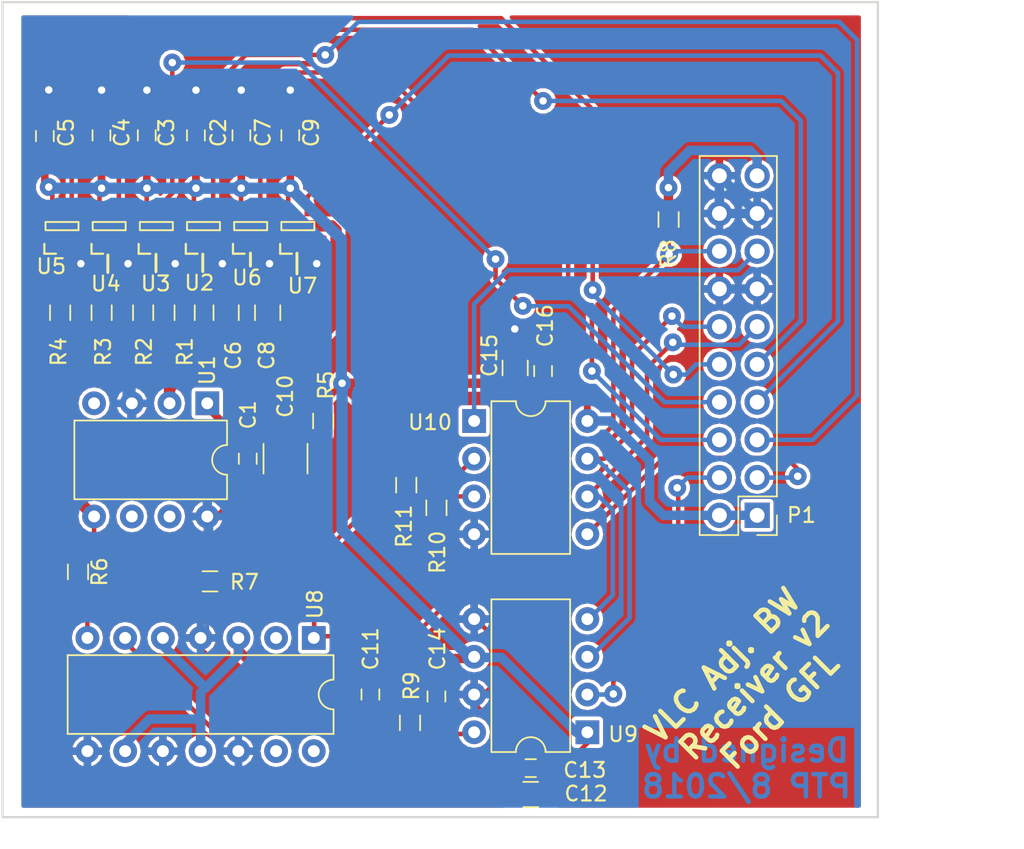
<source format=kicad_pcb>
(kicad_pcb (version 4) (host pcbnew 4.0.7)

  (general
    (links 108)
    (no_connects 0)
    (area 109.144999 77.140999 168.223001 132.155001)
    (thickness 1.6)
    (drawings 73861)
    (tracks 535)
    (zones 0)
    (modules 38)
    (nets 29)
  )

  (page B)
  (title_block
    (title "Project: VLC Adjustable BW Receiver Shield")
    (date 2017-12-08)
    (rev 0.1)
    (company "Ford Motor Company")
    (comment 1 "Author: Paul Petersen")
    (comment 2 "Lead Enginer: Mike Ryan")
  )

  (layers
    (0 F.Cu signal hide)
    (31 B.Cu signal hide)
    (32 B.Adhes user hide)
    (33 F.Adhes user hide)
    (34 B.Paste user hide)
    (35 F.Paste user hide)
    (36 B.SilkS user hide)
    (37 F.SilkS user hide)
    (38 B.Mask user hide)
    (39 F.Mask user hide)
    (40 Dwgs.User user hide)
    (41 Cmts.User user hide)
    (42 Eco1.User user hide)
    (43 Eco2.User user hide)
    (44 Edge.Cuts user)
    (45 Margin user hide)
    (46 B.CrtYd user hide)
    (47 F.CrtYd user hide)
    (48 B.Fab user hide)
    (49 F.Fab user)
  )

  (setup
    (last_trace_width 0.3048)
    (user_trace_width 0.1524)
    (user_trace_width 0.2032)
    (user_trace_width 0.3048)
    (user_trace_width 0.4572)
    (user_trace_width 0.508)
    (user_trace_width 0.635)
    (user_trace_width 0.762)
    (user_trace_width 1.27)
    (trace_clearance 0.2032)
    (zone_clearance 0.254)
    (zone_45_only yes)
    (trace_min 0.127)
    (segment_width 0.2)
    (edge_width 0.15)
    (via_size 1.20396)
    (via_drill 0.50292)
    (via_min_size 0.45)
    (via_min_drill 0.1)
    (user_via 0.6 0.1)
    (user_via 0.75 0.5)
    (user_via 0.95 0.4)
    (user_via 2.25 2)
    (user_via 3.25 3)
    (uvia_size 0.3)
    (uvia_drill 0.1)
    (uvias_allowed no)
    (uvia_min_size 0.2)
    (uvia_min_drill 0.1)
    (pcb_text_width 0.3)
    (pcb_text_size 1.5 1.5)
    (mod_edge_width 0.15)
    (mod_text_size 0.75 0.75)
    (mod_text_width 0.1)
    (pad_size 1 1)
    (pad_drill 0)
    (pad_to_mask_clearance 0.0508)
    (pad_to_paste_clearance -0.0762)
    (aux_axis_origin 109.19 132.12)
    (grid_origin 109.2 132.1)
    (visible_elements 7FFEFFF9)
    (pcbplotparams
      (layerselection 0x210e0_80000001)
      (usegerberextensions true)
      (excludeedgelayer true)
      (linewidth 0.127000)
      (plotframeref false)
      (viasonmask false)
      (mode 1)
      (useauxorigin false)
      (hpglpennumber 1)
      (hpglpenspeed 20)
      (hpglpendiameter 15)
      (hpglpenoverlay 2)
      (psnegative false)
      (psa4output false)
      (plotreference false)
      (plotvalue false)
      (plotinvisibletext false)
      (padsonsilk false)
      (subtractmaskfromsilk false)
      (outputformat 1)
      (mirror false)
      (drillshape 0)
      (scaleselection 1)
      (outputdirectory gerbers/))
  )

  (net 0 "")
  (net 1 GND)
  (net 2 +5V)
  (net 3 /Detector_Output)
  (net 4 "Net-(C6-Pad1)")
  (net 5 "Net-(C8-Pad1)")
  (net 6 /Comp1)
  (net 7 /Comp2)
  (net 8 /Comp3)
  (net 9 /Comp4)
  (net 10 /Comp5)
  (net 11 /Comp6)
  (net 12 "Net-(R1-Pad1)")
  (net 13 "Net-(R2-Pad1)")
  (net 14 "Net-(R3-Pad1)")
  (net 15 "Net-(R4-Pad1)")
  (net 16 /Common)
  (net 17 "Net-(C1-Pad2)")
  (net 18 /Comparator_Trim)
  (net 19 /~CS_PGA_5V)
  (net 20 /~CS_DAC_5V)
  (net 21 /SPI_SDI_5V)
  (net 22 /SPI_SCK_5V)
  (net 23 /Detector_Amplified)
  (net 24 "Net-(R6-Pad2)")
  (net 25 "Net-(R10-Pad1)")
  (net 26 /DAC_OUT)
  (net 27 /Interrupt_3P3V)
  (net 28 +3.3V)

  (net_class Default "This is the default net class."
    (clearance 0.2032)
    (trace_width 0.3048)
    (via_dia 1.20396)
    (via_drill 0.50292)
    (uvia_dia 0.3)
    (uvia_drill 0.1)
    (add_net +3.3V)
    (add_net /Common)
    (add_net /Comp1)
    (add_net /Comp2)
    (add_net /Comp3)
    (add_net /Comp4)
    (add_net /Comp5)
    (add_net /Comp6)
    (add_net /Comparator_Trim)
    (add_net /DAC_OUT)
    (add_net /Detector_Amplified)
    (add_net /Detector_Output)
    (add_net /Interrupt_3P3V)
    (add_net /SPI_SCK_5V)
    (add_net /SPI_SDI_5V)
    (add_net /~CS_DAC_5V)
    (add_net /~CS_PGA_5V)
    (add_net "Net-(C1-Pad2)")
    (add_net "Net-(C6-Pad1)")
    (add_net "Net-(C8-Pad1)")
    (add_net "Net-(R1-Pad1)")
    (add_net "Net-(R10-Pad1)")
    (add_net "Net-(R2-Pad1)")
    (add_net "Net-(R3-Pad1)")
    (add_net "Net-(R4-Pad1)")
    (add_net "Net-(R6-Pad2)")
  )

  (net_class Power ""
    (clearance 0.2032)
    (trace_width 0.3048)
    (via_dia 1.20396)
    (via_drill 0.50292)
    (uvia_dia 0.3)
    (uvia_drill 0.1)
    (add_net +5V)
    (add_net GND)
  )

  (module Pin_Headers:Pin_Header_Straight_2x10_Pitch2.54mm (layer F.Cu) (tedit 5B80219C) (tstamp 5B7E0926)
    (at 160.02 111.76 180)
    (descr "Through hole straight pin header, 2x10, 2.54mm pitch, double rows")
    (tags "Through hole pin header THT 2x10 2.54mm double row")
    (path /5B7E7F04)
    (fp_text reference P1 (at -2.98 0.01 180) (layer F.SilkS)
      (effects (font (size 1 1) (thickness 0.15)))
    )
    (fp_text value Conn_02x10_Odd_Even (at 1.27 25.19 180) (layer F.Fab)
      (effects (font (size 1 1) (thickness 0.15)))
    )
    (fp_line (start 0 -1.27) (end 3.81 -1.27) (layer F.Fab) (width 0.1))
    (fp_line (start 3.81 -1.27) (end 3.81 24.13) (layer F.Fab) (width 0.1))
    (fp_line (start 3.81 24.13) (end -1.27 24.13) (layer F.Fab) (width 0.1))
    (fp_line (start -1.27 24.13) (end -1.27 0) (layer F.Fab) (width 0.1))
    (fp_line (start -1.27 0) (end 0 -1.27) (layer F.Fab) (width 0.1))
    (fp_line (start -1.33 24.19) (end 3.87 24.19) (layer F.SilkS) (width 0.12))
    (fp_line (start -1.33 1.27) (end -1.33 24.19) (layer F.SilkS) (width 0.12))
    (fp_line (start 3.87 -1.33) (end 3.87 24.19) (layer F.SilkS) (width 0.12))
    (fp_line (start -1.33 1.27) (end 1.27 1.27) (layer F.SilkS) (width 0.12))
    (fp_line (start 1.27 1.27) (end 1.27 -1.33) (layer F.SilkS) (width 0.12))
    (fp_line (start 1.27 -1.33) (end 3.87 -1.33) (layer F.SilkS) (width 0.12))
    (fp_line (start -1.33 0) (end -1.33 -1.33) (layer F.SilkS) (width 0.12))
    (fp_line (start -1.33 -1.33) (end 0 -1.33) (layer F.SilkS) (width 0.12))
    (fp_line (start -1.8 -1.8) (end -1.8 24.65) (layer F.CrtYd) (width 0.05))
    (fp_line (start -1.8 24.65) (end 4.35 24.65) (layer F.CrtYd) (width 0.05))
    (fp_line (start 4.35 24.65) (end 4.35 -1.8) (layer F.CrtYd) (width 0.05))
    (fp_line (start 4.35 -1.8) (end -1.8 -1.8) (layer F.CrtYd) (width 0.05))
    (fp_text user %R (at 1.27 11.43 270) (layer F.Fab)
      (effects (font (size 1 1) (thickness 0.15)))
    )
    (pad 1 thru_hole rect (at 0 0 180) (size 1.7 1.7) (drill 1) (layers *.Cu *.Mask)
      (net 2 +5V))
    (pad 2 thru_hole oval (at 2.54 0 180) (size 1.7 1.7) (drill 1) (layers *.Cu *.Mask)
      (net 2 +5V))
    (pad 3 thru_hole oval (at 0 2.54 180) (size 1.7 1.7) (drill 1) (layers *.Cu *.Mask)
      (net 19 /~CS_PGA_5V))
    (pad 4 thru_hole oval (at 2.54 2.54 180) (size 1.7 1.7) (drill 1) (layers *.Cu *.Mask)
      (net 20 /~CS_DAC_5V))
    (pad 5 thru_hole oval (at 0 5.08 180) (size 1.7 1.7) (drill 1) (layers *.Cu *.Mask)
      (net 6 /Comp1))
    (pad 6 thru_hole oval (at 2.54 5.08 180) (size 1.7 1.7) (drill 1) (layers *.Cu *.Mask)
      (net 7 /Comp2))
    (pad 7 thru_hole oval (at 0 7.62 180) (size 1.7 1.7) (drill 1) (layers *.Cu *.Mask)
      (net 8 /Comp3))
    (pad 8 thru_hole oval (at 2.54 7.62 180) (size 1.7 1.7) (drill 1) (layers *.Cu *.Mask)
      (net 9 /Comp4))
    (pad 9 thru_hole oval (at 0 10.16 180) (size 1.7 1.7) (drill 1) (layers *.Cu *.Mask)
      (net 10 /Comp5))
    (pad 10 thru_hole oval (at 2.54 10.16 180) (size 1.7 1.7) (drill 1) (layers *.Cu *.Mask)
      (net 11 /Comp6))
    (pad 11 thru_hole oval (at 0 12.7 180) (size 1.7 1.7) (drill 1) (layers *.Cu *.Mask)
      (net 21 /SPI_SDI_5V))
    (pad 12 thru_hole oval (at 2.54 12.7 180) (size 1.7 1.7) (drill 1) (layers *.Cu *.Mask)
      (net 22 /SPI_SCK_5V))
    (pad 13 thru_hole oval (at 0 15.24 180) (size 1.7 1.7) (drill 1) (layers *.Cu *.Mask)
      (net 1 GND))
    (pad 14 thru_hole oval (at 2.54 15.24 180) (size 1.7 1.7) (drill 1) (layers *.Cu *.Mask)
      (net 1 GND))
    (pad 15 thru_hole oval (at 0 17.78 180) (size 1.7 1.7) (drill 1) (layers *.Cu *.Mask)
      (net 23 /Detector_Amplified))
    (pad 16 thru_hole oval (at 2.54 17.78 180) (size 1.7 1.7) (drill 1) (layers *.Cu *.Mask)
      (net 27 /Interrupt_3P3V))
    (pad 17 thru_hole oval (at 0 20.32 180) (size 1.7 1.7) (drill 1) (layers *.Cu *.Mask)
      (net 1 GND))
    (pad 18 thru_hole oval (at 2.54 20.32 180) (size 1.7 1.7) (drill 1) (layers *.Cu *.Mask)
      (net 1 GND))
    (pad 19 thru_hole oval (at 0 22.86 180) (size 1.7 1.7) (drill 1) (layers *.Cu *.Mask)
      (net 28 +3.3V))
    (pad 20 thru_hole oval (at 2.54 22.86 180) (size 1.7 1.7) (drill 1) (layers *.Cu *.Mask)
      (net 1 GND))
    (model ${KISYS3DMOD}/Pin_Headers.3dshapes/Pin_Header_Straight_2x10_Pitch2.54mm.wrl
      (at (xyz 0 0 0))
      (scale (xyz 1 1 1))
      (rotate (xyz 0 0 0))
    )
  )

  (module Housings_DIP:DIP-8_W7.62mm (layer F.Cu) (tedit 5B802128) (tstamp 59E52185)
    (at 123.004 104.218 270)
    (descr "8-lead though-hole mounted DIP package, row spacing 7.62 mm (300 mils)")
    (tags "THT DIP DIL PDIP 2.54mm 7.62mm 300mil")
    (path /5B7B1C08)
    (fp_text reference U1 (at -2.218 0.004 270) (layer F.SilkS)
      (effects (font (size 1 1) (thickness 0.15)))
    )
    (fp_text value OPT101P (at 3.81 9.95 270) (layer F.Fab)
      (effects (font (size 1 1) (thickness 0.15)))
    )
    (fp_arc (start 3.81 -1.33) (end 2.81 -1.33) (angle -180) (layer F.SilkS) (width 0.12))
    (fp_line (start 1.635 -1.27) (end 6.985 -1.27) (layer F.Fab) (width 0.1))
    (fp_line (start 6.985 -1.27) (end 6.985 8.89) (layer F.Fab) (width 0.1))
    (fp_line (start 6.985 8.89) (end 0.635 8.89) (layer F.Fab) (width 0.1))
    (fp_line (start 0.635 8.89) (end 0.635 -0.27) (layer F.Fab) (width 0.1))
    (fp_line (start 0.635 -0.27) (end 1.635 -1.27) (layer F.Fab) (width 0.1))
    (fp_line (start 2.81 -1.33) (end 1.16 -1.33) (layer F.SilkS) (width 0.12))
    (fp_line (start 1.16 -1.33) (end 1.16 8.95) (layer F.SilkS) (width 0.12))
    (fp_line (start 1.16 8.95) (end 6.46 8.95) (layer F.SilkS) (width 0.12))
    (fp_line (start 6.46 8.95) (end 6.46 -1.33) (layer F.SilkS) (width 0.12))
    (fp_line (start 6.46 -1.33) (end 4.81 -1.33) (layer F.SilkS) (width 0.12))
    (fp_line (start -1.1 -1.55) (end -1.1 9.15) (layer F.CrtYd) (width 0.05))
    (fp_line (start -1.1 9.15) (end 8.7 9.15) (layer F.CrtYd) (width 0.05))
    (fp_line (start 8.7 9.15) (end 8.7 -1.55) (layer F.CrtYd) (width 0.05))
    (fp_line (start 8.7 -1.55) (end -1.1 -1.55) (layer F.CrtYd) (width 0.05))
    (fp_text user %R (at 3.81 3.81 270) (layer F.Fab)
      (effects (font (size 1 1) (thickness 0.15)))
    )
    (pad 1 thru_hole rect (at 0 0 270) (size 1.6 1.6) (drill 0.8) (layers *.Cu *.Mask)
      (net 17 "Net-(C1-Pad2)"))
    (pad 5 thru_hole oval (at 7.62 7.62 270) (size 1.6 1.6) (drill 0.8) (layers *.Cu *.Mask)
      (net 3 /Detector_Output))
    (pad 2 thru_hole oval (at 0 2.54 270) (size 1.6 1.6) (drill 0.8) (layers *.Cu *.Mask)
      (net 16 /Common))
    (pad 6 thru_hole oval (at 7.62 5.08 270) (size 1.6 1.6) (drill 0.8) (layers *.Cu *.Mask))
    (pad 3 thru_hole oval (at 0 5.08 270) (size 1.6 1.6) (drill 0.8) (layers *.Cu *.Mask)
      (net 1 GND))
    (pad 7 thru_hole oval (at 7.62 2.54 270) (size 1.6 1.6) (drill 0.8) (layers *.Cu *.Mask))
    (pad 4 thru_hole oval (at 0 7.62 270) (size 1.6 1.6) (drill 0.8) (layers *.Cu *.Mask))
    (pad 8 thru_hole oval (at 7.62 0 270) (size 1.6 1.6) (drill 0.8) (layers *.Cu *.Mask)
      (net 1 GND))
    (model ${KISYS3DMOD}/Housings_DIP.3dshapes/DIP-8_W7.62mm.wrl
      (at (xyz 0 0 0))
      (scale (xyz 1 1 1))
      (rotate (xyz 0 0 0))
    )
  )

  (module PTP_Footprints:SC70-5_TI (layer F.Cu) (tedit 5B8022BA) (tstamp 5A15AAC3)
    (at 122.75 92.28)
    (descr SC70-5)
    (path /5B7B1C0E)
    (fp_text reference U2 (at -0.28 3.83 180) (layer F.SilkS)
      (effects (font (size 1 1) (thickness 0.15)))
    )
    (fp_text value TS5A3166 (at 2.28 1.27) (layer F.SilkS) hide
      (effects (font (size 0.29972 0.29972) (thickness 0.06096)))
    )
    (fp_line (start -1.19 1.21) (end -1.19 1.87) (layer F.SilkS) (width 0.15))
    (fp_line (start -1.19 1.87) (end -0.41 1.87) (layer F.SilkS) (width 0.15))
    (fp_line (start 1.11 -0.26) (end 1.11 0.28) (layer F.SilkS) (width 0.127))
    (fp_line (start -1.11 -0.26) (end -1.11 0.28) (layer F.SilkS) (width 0.127))
    (fp_line (start -1.1049 -0.2677) (end 1.1049 -0.2677) (layer F.SilkS) (width 0.127))
    (fp_line (start 1.1149 0.2877) (end -1.0949 0.2877) (layer F.SilkS) (width 0.127))
    (pad 1 smd rect (at -0.65 1.1) (size 0.4 0.9) (layers F.Cu F.Paste F.Mask)
      (net 12 "Net-(R1-Pad1)") (solder_mask_margin 0.05) (solder_paste_margin -0.025) (clearance 0.2))
    (pad 3 smd rect (at 0.65 1.1) (size 0.4 0.9) (layers F.Cu F.Paste F.Mask)
      (net 1 GND) (solder_mask_margin 0.05) (solder_paste_margin -0.025) (clearance 0.2))
    (pad 2 smd rect (at 0 1.1) (size 0.4 0.9) (layers F.Cu F.Paste F.Mask)
      (net 16 /Common) (solder_mask_margin 0.05) (solder_paste_margin -0.025) (clearance 0.2))
    (pad 4 smd rect (at 0.65 -1.1) (size 0.4 0.9) (layers F.Cu F.Paste F.Mask)
      (net 6 /Comp1) (solder_mask_margin 0.05) (solder_paste_margin -0.025) (clearance 0.2))
    (pad 5 smd rect (at -0.65 -1.1) (size 0.4 0.9) (layers F.Cu F.Paste F.Mask)
      (net 2 +5V) (solder_mask_margin 0.05) (solder_paste_margin -0.025) (clearance 0.2))
    (model "D:/OneDrive/KiCad Libraries/third party 3d models/packages3d/walter/smd_trans/sc70-5.wrl"
      (at (xyz 0 0 0))
      (scale (xyz 1 1 1))
      (rotate (xyz 0 0 0))
    )
  )

  (module PTP_Footprints:SC70-5_TI (layer F.Cu) (tedit 5B8022AE) (tstamp 5A15AAD2)
    (at 119.575 92.28)
    (descr SC70-5)
    (path /5B7B1C12)
    (fp_text reference U3 (at -0.045 3.88 180) (layer F.SilkS)
      (effects (font (size 1 1) (thickness 0.15)))
    )
    (fp_text value TS5A3166 (at 2.28 1.27) (layer F.SilkS) hide
      (effects (font (size 0.29972 0.29972) (thickness 0.06096)))
    )
    (fp_line (start -1.19 1.21) (end -1.19 1.87) (layer F.SilkS) (width 0.15))
    (fp_line (start -1.19 1.87) (end -0.41 1.87) (layer F.SilkS) (width 0.15))
    (fp_line (start 1.11 -0.26) (end 1.11 0.28) (layer F.SilkS) (width 0.127))
    (fp_line (start -1.11 -0.26) (end -1.11 0.28) (layer F.SilkS) (width 0.127))
    (fp_line (start -1.1049 -0.2677) (end 1.1049 -0.2677) (layer F.SilkS) (width 0.127))
    (fp_line (start 1.1149 0.2877) (end -1.0949 0.2877) (layer F.SilkS) (width 0.127))
    (pad 1 smd rect (at -0.65 1.1) (size 0.4 0.9) (layers F.Cu F.Paste F.Mask)
      (net 13 "Net-(R2-Pad1)") (solder_mask_margin 0.05) (solder_paste_margin -0.025) (clearance 0.2))
    (pad 3 smd rect (at 0.65 1.1) (size 0.4 0.9) (layers F.Cu F.Paste F.Mask)
      (net 1 GND) (solder_mask_margin 0.05) (solder_paste_margin -0.025) (clearance 0.2))
    (pad 2 smd rect (at 0 1.1) (size 0.4 0.9) (layers F.Cu F.Paste F.Mask)
      (net 16 /Common) (solder_mask_margin 0.05) (solder_paste_margin -0.025) (clearance 0.2))
    (pad 4 smd rect (at 0.65 -1.1) (size 0.4 0.9) (layers F.Cu F.Paste F.Mask)
      (net 9 /Comp4) (solder_mask_margin 0.05) (solder_paste_margin -0.025) (clearance 0.2))
    (pad 5 smd rect (at -0.65 -1.1) (size 0.4 0.9) (layers F.Cu F.Paste F.Mask)
      (net 2 +5V) (solder_mask_margin 0.05) (solder_paste_margin -0.025) (clearance 0.2))
    (model "D:/OneDrive/KiCad Libraries/third party 3d models/packages3d/walter/smd_trans/sc70-5.wrl"
      (at (xyz 0 0 0))
      (scale (xyz 1 1 1))
      (rotate (xyz 0 0 0))
    )
  )

  (module PTP_Footprints:SC70-5_TI (layer F.Cu) (tedit 5B802276) (tstamp 5A15AAE1)
    (at 116.4 92.28)
    (descr SC70-5)
    (path /5B7B1C16)
    (fp_text reference U4 (at -0.23 3.89 180) (layer F.SilkS)
      (effects (font (size 1 1) (thickness 0.15)))
    )
    (fp_text value TS5A3166 (at 2.28 1.27) (layer F.SilkS) hide
      (effects (font (size 0.29972 0.29972) (thickness 0.06096)))
    )
    (fp_line (start -1.19 1.21) (end -1.19 1.87) (layer F.SilkS) (width 0.15))
    (fp_line (start -1.19 1.87) (end -0.41 1.87) (layer F.SilkS) (width 0.15))
    (fp_line (start 1.11 -0.26) (end 1.11 0.28) (layer F.SilkS) (width 0.127))
    (fp_line (start -1.11 -0.26) (end -1.11 0.28) (layer F.SilkS) (width 0.127))
    (fp_line (start -1.1049 -0.2677) (end 1.1049 -0.2677) (layer F.SilkS) (width 0.127))
    (fp_line (start 1.1149 0.2877) (end -1.0949 0.2877) (layer F.SilkS) (width 0.127))
    (pad 1 smd rect (at -0.65 1.1) (size 0.4 0.9) (layers F.Cu F.Paste F.Mask)
      (net 14 "Net-(R3-Pad1)") (solder_mask_margin 0.05) (solder_paste_margin -0.025) (clearance 0.2))
    (pad 3 smd rect (at 0.65 1.1) (size 0.4 0.9) (layers F.Cu F.Paste F.Mask)
      (net 1 GND) (solder_mask_margin 0.05) (solder_paste_margin -0.025) (clearance 0.2))
    (pad 2 smd rect (at 0 1.1) (size 0.4 0.9) (layers F.Cu F.Paste F.Mask)
      (net 16 /Common) (solder_mask_margin 0.05) (solder_paste_margin -0.025) (clearance 0.2))
    (pad 4 smd rect (at 0.65 -1.1) (size 0.4 0.9) (layers F.Cu F.Paste F.Mask)
      (net 10 /Comp5) (solder_mask_margin 0.05) (solder_paste_margin -0.025) (clearance 0.2))
    (pad 5 smd rect (at -0.65 -1.1) (size 0.4 0.9) (layers F.Cu F.Paste F.Mask)
      (net 2 +5V) (solder_mask_margin 0.05) (solder_paste_margin -0.025) (clearance 0.2))
    (model "D:/OneDrive/KiCad Libraries/third party 3d models/packages3d/walter/smd_trans/sc70-5.wrl"
      (at (xyz 0 0 0))
      (scale (xyz 1 1 1))
      (rotate (xyz 0 0 0))
    )
  )

  (module PTP_Footprints:SC70-5_TI (layer F.Cu) (tedit 5B80226C) (tstamp 5A15AAF0)
    (at 113.225 92.28)
    (descr SC70-5)
    (path /5B7B1C1A)
    (fp_text reference U5 (at -0.725 2.72 180) (layer F.SilkS)
      (effects (font (size 1 1) (thickness 0.15)))
    )
    (fp_text value TS5A3166 (at 2.28 1.27) (layer F.SilkS) hide
      (effects (font (size 0.29972 0.29972) (thickness 0.06096)))
    )
    (fp_line (start -1.19 1.21) (end -1.19 1.87) (layer F.SilkS) (width 0.15))
    (fp_line (start -1.19 1.87) (end -0.41 1.87) (layer F.SilkS) (width 0.15))
    (fp_line (start 1.11 -0.26) (end 1.11 0.28) (layer F.SilkS) (width 0.127))
    (fp_line (start -1.11 -0.26) (end -1.11 0.28) (layer F.SilkS) (width 0.127))
    (fp_line (start -1.1049 -0.2677) (end 1.1049 -0.2677) (layer F.SilkS) (width 0.127))
    (fp_line (start 1.1149 0.2877) (end -1.0949 0.2877) (layer F.SilkS) (width 0.127))
    (pad 1 smd rect (at -0.65 1.1) (size 0.4 0.9) (layers F.Cu F.Paste F.Mask)
      (net 15 "Net-(R4-Pad1)") (solder_mask_margin 0.05) (solder_paste_margin -0.025) (clearance 0.2))
    (pad 3 smd rect (at 0.65 1.1) (size 0.4 0.9) (layers F.Cu F.Paste F.Mask)
      (net 1 GND) (solder_mask_margin 0.05) (solder_paste_margin -0.025) (clearance 0.2))
    (pad 2 smd rect (at 0 1.1) (size 0.4 0.9) (layers F.Cu F.Paste F.Mask)
      (net 16 /Common) (solder_mask_margin 0.05) (solder_paste_margin -0.025) (clearance 0.2))
    (pad 4 smd rect (at 0.65 -1.1) (size 0.4 0.9) (layers F.Cu F.Paste F.Mask)
      (net 11 /Comp6) (solder_mask_margin 0.05) (solder_paste_margin -0.025) (clearance 0.2))
    (pad 5 smd rect (at -0.65 -1.1) (size 0.4 0.9) (layers F.Cu F.Paste F.Mask)
      (net 2 +5V) (solder_mask_margin 0.05) (solder_paste_margin -0.025) (clearance 0.2))
    (model "D:/OneDrive/KiCad Libraries/third party 3d models/packages3d/walter/smd_trans/sc70-5.wrl"
      (at (xyz 0 0 0))
      (scale (xyz 1 1 1))
      (rotate (xyz 0 0 0))
    )
  )

  (module PTP_Footprints:SC70-5_TI (layer F.Cu) (tedit 5B8022BE) (tstamp 5A15AAFF)
    (at 125.925 92.28)
    (descr SC70-5)
    (path /5B7B1C1D)
    (fp_text reference U6 (at -0.245 3.48 180) (layer F.SilkS)
      (effects (font (size 1 1) (thickness 0.15)))
    )
    (fp_text value TS5A3166 (at 2.28 1.27) (layer F.SilkS) hide
      (effects (font (size 0.29972 0.29972) (thickness 0.06096)))
    )
    (fp_line (start -1.19 1.21) (end -1.19 1.87) (layer F.SilkS) (width 0.15))
    (fp_line (start -1.19 1.87) (end -0.41 1.87) (layer F.SilkS) (width 0.15))
    (fp_line (start 1.11 -0.26) (end 1.11 0.28) (layer F.SilkS) (width 0.127))
    (fp_line (start -1.11 -0.26) (end -1.11 0.28) (layer F.SilkS) (width 0.127))
    (fp_line (start -1.1049 -0.2677) (end 1.1049 -0.2677) (layer F.SilkS) (width 0.127))
    (fp_line (start 1.1149 0.2877) (end -1.0949 0.2877) (layer F.SilkS) (width 0.127))
    (pad 1 smd rect (at -0.65 1.1) (size 0.4 0.9) (layers F.Cu F.Paste F.Mask)
      (net 4 "Net-(C6-Pad1)") (solder_mask_margin 0.05) (solder_paste_margin -0.025) (clearance 0.2))
    (pad 3 smd rect (at 0.65 1.1) (size 0.4 0.9) (layers F.Cu F.Paste F.Mask)
      (net 1 GND) (solder_mask_margin 0.05) (solder_paste_margin -0.025) (clearance 0.2))
    (pad 2 smd rect (at 0 1.1) (size 0.4 0.9) (layers F.Cu F.Paste F.Mask)
      (net 16 /Common) (solder_mask_margin 0.05) (solder_paste_margin -0.025) (clearance 0.2))
    (pad 4 smd rect (at 0.65 -1.1) (size 0.4 0.9) (layers F.Cu F.Paste F.Mask)
      (net 7 /Comp2) (solder_mask_margin 0.05) (solder_paste_margin -0.025) (clearance 0.2))
    (pad 5 smd rect (at -0.65 -1.1) (size 0.4 0.9) (layers F.Cu F.Paste F.Mask)
      (net 2 +5V) (solder_mask_margin 0.05) (solder_paste_margin -0.025) (clearance 0.2))
    (model "D:/OneDrive/KiCad Libraries/third party 3d models/packages3d/walter/smd_trans/sc70-5.wrl"
      (at (xyz 0 0 0))
      (scale (xyz 1 1 1))
      (rotate (xyz 0 0 0))
    )
  )

  (module PTP_Footprints:SC70-5_TI (layer F.Cu) (tedit 5B8022CA) (tstamp 5A15AB0E)
    (at 129.1 92.28)
    (descr SC70-5)
    (path /5B7B1C20)
    (fp_text reference U7 (at 0.31 4.03 180) (layer F.SilkS)
      (effects (font (size 1 1) (thickness 0.15)))
    )
    (fp_text value TS5A3166 (at 2.28 1.27) (layer F.SilkS) hide
      (effects (font (size 0.29972 0.29972) (thickness 0.06096)))
    )
    (fp_line (start -1.19 1.21) (end -1.19 1.87) (layer F.SilkS) (width 0.15))
    (fp_line (start -1.19 1.87) (end -0.41 1.87) (layer F.SilkS) (width 0.15))
    (fp_line (start 1.11 -0.26) (end 1.11 0.28) (layer F.SilkS) (width 0.127))
    (fp_line (start -1.11 -0.26) (end -1.11 0.28) (layer F.SilkS) (width 0.127))
    (fp_line (start -1.1049 -0.2677) (end 1.1049 -0.2677) (layer F.SilkS) (width 0.127))
    (fp_line (start 1.1149 0.2877) (end -1.0949 0.2877) (layer F.SilkS) (width 0.127))
    (pad 1 smd rect (at -0.65 1.1) (size 0.4 0.9) (layers F.Cu F.Paste F.Mask)
      (net 5 "Net-(C8-Pad1)") (solder_mask_margin 0.05) (solder_paste_margin -0.025) (clearance 0.2))
    (pad 3 smd rect (at 0.65 1.1) (size 0.4 0.9) (layers F.Cu F.Paste F.Mask)
      (net 1 GND) (solder_mask_margin 0.05) (solder_paste_margin -0.025) (clearance 0.2))
    (pad 2 smd rect (at 0 1.1) (size 0.4 0.9) (layers F.Cu F.Paste F.Mask)
      (net 16 /Common) (solder_mask_margin 0.05) (solder_paste_margin -0.025) (clearance 0.2))
    (pad 4 smd rect (at 0.65 -1.1) (size 0.4 0.9) (layers F.Cu F.Paste F.Mask)
      (net 8 /Comp3) (solder_mask_margin 0.05) (solder_paste_margin -0.025) (clearance 0.2))
    (pad 5 smd rect (at -0.65 -1.1) (size 0.4 0.9) (layers F.Cu F.Paste F.Mask)
      (net 2 +5V) (solder_mask_margin 0.05) (solder_paste_margin -0.025) (clearance 0.2))
    (model "D:/OneDrive/KiCad Libraries/third party 3d models/packages3d/walter/smd_trans/sc70-5.wrl"
      (at (xyz 0 0 0))
      (scale (xyz 1 1 1))
      (rotate (xyz 0 0 0))
    )
  )

  (module Capacitors_SMD:C_0805 (layer F.Cu) (tedit 5B8022EC) (tstamp 5B7E086F)
    (at 124.274 98.122 270)
    (descr "Capacitor SMD 0805, reflow soldering, AVX (see smccp.pdf)")
    (tags "capacitor 0805")
    (path /5B7B1C23)
    (attr smd)
    (fp_text reference C6 (at 2.878 -0.476 270) (layer F.SilkS)
      (effects (font (size 1 1) (thickness 0.15)))
    )
    (fp_text value 22pF (at 0 1.75 270) (layer F.Fab)
      (effects (font (size 1 1) (thickness 0.15)))
    )
    (fp_text user %R (at -2.012 -0.006 270) (layer F.Fab)
      (effects (font (size 1 1) (thickness 0.15)))
    )
    (fp_line (start -1 0.62) (end -1 -0.62) (layer F.Fab) (width 0.1))
    (fp_line (start 1 0.62) (end -1 0.62) (layer F.Fab) (width 0.1))
    (fp_line (start 1 -0.62) (end 1 0.62) (layer F.Fab) (width 0.1))
    (fp_line (start -1 -0.62) (end 1 -0.62) (layer F.Fab) (width 0.1))
    (fp_line (start 0.5 -0.85) (end -0.5 -0.85) (layer F.SilkS) (width 0.12))
    (fp_line (start -0.5 0.85) (end 0.5 0.85) (layer F.SilkS) (width 0.12))
    (fp_line (start -1.75 -0.88) (end 1.75 -0.88) (layer F.CrtYd) (width 0.05))
    (fp_line (start -1.75 -0.88) (end -1.75 0.87) (layer F.CrtYd) (width 0.05))
    (fp_line (start 1.75 0.87) (end 1.75 -0.88) (layer F.CrtYd) (width 0.05))
    (fp_line (start 1.75 0.87) (end -1.75 0.87) (layer F.CrtYd) (width 0.05))
    (pad 1 smd rect (at -1 0 270) (size 1 1.25) (layers F.Cu F.Paste F.Mask)
      (net 4 "Net-(C6-Pad1)"))
    (pad 2 smd rect (at 1 0 270) (size 1 1.25) (layers F.Cu F.Paste F.Mask)
      (net 3 /Detector_Output))
    (model Capacitors_SMD.3dshapes/C_0805.wrl
      (at (xyz 0 0 0))
      (scale (xyz 1 1 1))
      (rotate (xyz 0 0 0))
    )
  )

  (module Capacitors_SMD:C_0805 (layer F.Cu) (tedit 5B8022F0) (tstamp 5B7E088F)
    (at 127.068 98.122 270)
    (descr "Capacitor SMD 0805, reflow soldering, AVX (see smccp.pdf)")
    (tags "capacitor 0805")
    (path /5B7B1C24)
    (attr smd)
    (fp_text reference C8 (at 2.878 0.068 270) (layer F.SilkS)
      (effects (font (size 1 1) (thickness 0.15)))
    )
    (fp_text value 33pF (at 0 1.75 270) (layer F.Fab)
      (effects (font (size 1 1) (thickness 0.15)))
    )
    (fp_text user %R (at -2.032 -0.042 270) (layer F.Fab)
      (effects (font (size 1 1) (thickness 0.15)))
    )
    (fp_line (start -1 0.62) (end -1 -0.62) (layer F.Fab) (width 0.1))
    (fp_line (start 1 0.62) (end -1 0.62) (layer F.Fab) (width 0.1))
    (fp_line (start 1 -0.62) (end 1 0.62) (layer F.Fab) (width 0.1))
    (fp_line (start -1 -0.62) (end 1 -0.62) (layer F.Fab) (width 0.1))
    (fp_line (start 0.5 -0.85) (end -0.5 -0.85) (layer F.SilkS) (width 0.12))
    (fp_line (start -0.5 0.85) (end 0.5 0.85) (layer F.SilkS) (width 0.12))
    (fp_line (start -1.75 -0.88) (end 1.75 -0.88) (layer F.CrtYd) (width 0.05))
    (fp_line (start -1.75 -0.88) (end -1.75 0.87) (layer F.CrtYd) (width 0.05))
    (fp_line (start 1.75 0.87) (end 1.75 -0.88) (layer F.CrtYd) (width 0.05))
    (fp_line (start 1.75 0.87) (end -1.75 0.87) (layer F.CrtYd) (width 0.05))
    (pad 1 smd rect (at -1 0 270) (size 1 1.25) (layers F.Cu F.Paste F.Mask)
      (net 5 "Net-(C8-Pad1)"))
    (pad 2 smd rect (at 1 0 270) (size 1 1.25) (layers F.Cu F.Paste F.Mask)
      (net 3 /Detector_Output))
    (model Capacitors_SMD.3dshapes/C_0805.wrl
      (at (xyz 0 0 0))
      (scale (xyz 1 1 1))
      (rotate (xyz 0 0 0))
    )
  )

  (module Capacitors_SMD:C_0805 (layer F.Cu) (tedit 5B80230C) (tstamp 5B7E08E1)
    (at 144.78 130.556)
    (descr "Capacitor SMD 0805, reflow soldering, AVX (see smccp.pdf)")
    (tags "capacitor 0805")
    (path /5B7B1C42)
    (attr smd)
    (fp_text reference C12 (at 3.72 -0.056) (layer F.SilkS)
      (effects (font (size 1 1) (thickness 0.15)))
    )
    (fp_text value 10uF (at 0 1.75) (layer F.Fab)
      (effects (font (size 1 1) (thickness 0.15)))
    )
    (fp_text user %R (at -2.46 -0.016) (layer F.Fab)
      (effects (font (size 1 1) (thickness 0.15)))
    )
    (fp_line (start -1 0.62) (end -1 -0.62) (layer F.Fab) (width 0.1))
    (fp_line (start 1 0.62) (end -1 0.62) (layer F.Fab) (width 0.1))
    (fp_line (start 1 -0.62) (end 1 0.62) (layer F.Fab) (width 0.1))
    (fp_line (start -1 -0.62) (end 1 -0.62) (layer F.Fab) (width 0.1))
    (fp_line (start 0.5 -0.85) (end -0.5 -0.85) (layer F.SilkS) (width 0.12))
    (fp_line (start -0.5 0.85) (end 0.5 0.85) (layer F.SilkS) (width 0.12))
    (fp_line (start -1.75 -0.88) (end 1.75 -0.88) (layer F.CrtYd) (width 0.05))
    (fp_line (start -1.75 -0.88) (end -1.75 0.87) (layer F.CrtYd) (width 0.05))
    (fp_line (start 1.75 0.87) (end 1.75 -0.88) (layer F.CrtYd) (width 0.05))
    (fp_line (start 1.75 0.87) (end -1.75 0.87) (layer F.CrtYd) (width 0.05))
    (pad 1 smd rect (at -1 0) (size 1 1.25) (layers F.Cu F.Paste F.Mask)
      (net 1 GND))
    (pad 2 smd rect (at 1 0) (size 1 1.25) (layers F.Cu F.Paste F.Mask)
      (net 2 +5V))
    (model Capacitors_SMD.3dshapes/C_0805.wrl
      (at (xyz 0 0 0))
      (scale (xyz 1 1 1))
      (rotate (xyz 0 0 0))
    )
  )

  (module Capacitors_SMD:C_0805 (layer F.Cu) (tedit 5B802301) (tstamp 5B7E0914)
    (at 143.73 101.84 270)
    (descr "Capacitor SMD 0805, reflow soldering, AVX (see smccp.pdf)")
    (tags "capacitor 0805")
    (path /5B7B1C4E)
    (attr smd)
    (fp_text reference C15 (at -0.84 1.73 270) (layer F.SilkS)
      (effects (font (size 1 1) (thickness 0.15)))
    )
    (fp_text value 10uF (at 0 1.75 270) (layer F.Fab)
      (effects (font (size 1 1) (thickness 0.15)))
    )
    (fp_text user %R (at -2.48 -0.01 270) (layer F.Fab)
      (effects (font (size 1 1) (thickness 0.15)))
    )
    (fp_line (start -1 0.62) (end -1 -0.62) (layer F.Fab) (width 0.1))
    (fp_line (start 1 0.62) (end -1 0.62) (layer F.Fab) (width 0.1))
    (fp_line (start 1 -0.62) (end 1 0.62) (layer F.Fab) (width 0.1))
    (fp_line (start -1 -0.62) (end 1 -0.62) (layer F.Fab) (width 0.1))
    (fp_line (start 0.5 -0.85) (end -0.5 -0.85) (layer F.SilkS) (width 0.12))
    (fp_line (start -0.5 0.85) (end 0.5 0.85) (layer F.SilkS) (width 0.12))
    (fp_line (start -1.75 -0.88) (end 1.75 -0.88) (layer F.CrtYd) (width 0.05))
    (fp_line (start -1.75 -0.88) (end -1.75 0.87) (layer F.CrtYd) (width 0.05))
    (fp_line (start 1.75 0.87) (end 1.75 -0.88) (layer F.CrtYd) (width 0.05))
    (fp_line (start 1.75 0.87) (end -1.75 0.87) (layer F.CrtYd) (width 0.05))
    (pad 1 smd rect (at -1 0 270) (size 1 1.25) (layers F.Cu F.Paste F.Mask)
      (net 1 GND))
    (pad 2 smd rect (at 1 0 270) (size 1 1.25) (layers F.Cu F.Paste F.Mask)
      (net 2 +5V))
    (model Capacitors_SMD.3dshapes/C_0805.wrl
      (at (xyz 0 0 0))
      (scale (xyz 1 1 1))
      (rotate (xyz 0 0 0))
    )
  )

  (module Resistors_SMD:R_0603 (layer F.Cu) (tedit 5B802175) (tstamp 5B7E094F)
    (at 121.48 98.122 270)
    (descr "Resistor SMD 0603, reflow soldering, Vishay (see dcrcw.pdf)")
    (tags "resistor 0603")
    (path /5B7B1C0D)
    (attr smd)
    (fp_text reference R1 (at 2.628 -0.02 270) (layer F.SilkS)
      (effects (font (size 1 1) (thickness 0.15)))
    )
    (fp_text value 51.1k (at 0 1.5 270) (layer F.Fab)
      (effects (font (size 1 1) (thickness 0.15)))
    )
    (fp_text user %R (at 0 0 270) (layer F.Fab)
      (effects (font (size 0.4 0.4) (thickness 0.075)))
    )
    (fp_line (start -0.8 0.4) (end -0.8 -0.4) (layer F.Fab) (width 0.1))
    (fp_line (start 0.8 0.4) (end -0.8 0.4) (layer F.Fab) (width 0.1))
    (fp_line (start 0.8 -0.4) (end 0.8 0.4) (layer F.Fab) (width 0.1))
    (fp_line (start -0.8 -0.4) (end 0.8 -0.4) (layer F.Fab) (width 0.1))
    (fp_line (start 0.5 0.68) (end -0.5 0.68) (layer F.SilkS) (width 0.12))
    (fp_line (start -0.5 -0.68) (end 0.5 -0.68) (layer F.SilkS) (width 0.12))
    (fp_line (start -1.25 -0.7) (end 1.25 -0.7) (layer F.CrtYd) (width 0.05))
    (fp_line (start -1.25 -0.7) (end -1.25 0.7) (layer F.CrtYd) (width 0.05))
    (fp_line (start 1.25 0.7) (end 1.25 -0.7) (layer F.CrtYd) (width 0.05))
    (fp_line (start 1.25 0.7) (end -1.25 0.7) (layer F.CrtYd) (width 0.05))
    (pad 1 smd rect (at -0.75 0 270) (size 0.5 0.9) (layers F.Cu F.Paste F.Mask)
      (net 12 "Net-(R1-Pad1)"))
    (pad 2 smd rect (at 0.75 0 270) (size 0.5 0.9) (layers F.Cu F.Paste F.Mask)
      (net 3 /Detector_Output))
    (model ${KISYS3DMOD}/Resistors_SMD.3dshapes/R_0603.wrl
      (at (xyz 0 0 0))
      (scale (xyz 1 1 1))
      (rotate (xyz 0 0 0))
    )
  )

  (module Resistors_SMD:R_0603 (layer F.Cu) (tedit 5B802166) (tstamp 5B7E095F)
    (at 118.686 98.122 270)
    (descr "Resistor SMD 0603, reflow soldering, Vishay (see dcrcw.pdf)")
    (tags "resistor 0603")
    (path /5B7B1C11)
    (attr smd)
    (fp_text reference R2 (at 2.628 -0.064 270) (layer F.SilkS)
      (effects (font (size 1 1) (thickness 0.15)))
    )
    (fp_text value 100k (at 0 1.5 270) (layer F.Fab)
      (effects (font (size 1 1) (thickness 0.15)))
    )
    (fp_text user %R (at 0 0 270) (layer F.Fab)
      (effects (font (size 0.4 0.4) (thickness 0.075)))
    )
    (fp_line (start -0.8 0.4) (end -0.8 -0.4) (layer F.Fab) (width 0.1))
    (fp_line (start 0.8 0.4) (end -0.8 0.4) (layer F.Fab) (width 0.1))
    (fp_line (start 0.8 -0.4) (end 0.8 0.4) (layer F.Fab) (width 0.1))
    (fp_line (start -0.8 -0.4) (end 0.8 -0.4) (layer F.Fab) (width 0.1))
    (fp_line (start 0.5 0.68) (end -0.5 0.68) (layer F.SilkS) (width 0.12))
    (fp_line (start -0.5 -0.68) (end 0.5 -0.68) (layer F.SilkS) (width 0.12))
    (fp_line (start -1.25 -0.7) (end 1.25 -0.7) (layer F.CrtYd) (width 0.05))
    (fp_line (start -1.25 -0.7) (end -1.25 0.7) (layer F.CrtYd) (width 0.05))
    (fp_line (start 1.25 0.7) (end 1.25 -0.7) (layer F.CrtYd) (width 0.05))
    (fp_line (start 1.25 0.7) (end -1.25 0.7) (layer F.CrtYd) (width 0.05))
    (pad 1 smd rect (at -0.75 0 270) (size 0.5 0.9) (layers F.Cu F.Paste F.Mask)
      (net 13 "Net-(R2-Pad1)"))
    (pad 2 smd rect (at 0.75 0 270) (size 0.5 0.9) (layers F.Cu F.Paste F.Mask)
      (net 3 /Detector_Output))
    (model ${KISYS3DMOD}/Resistors_SMD.3dshapes/R_0603.wrl
      (at (xyz 0 0 0))
      (scale (xyz 1 1 1))
      (rotate (xyz 0 0 0))
    )
  )

  (module Resistors_SMD:R_0603 (layer F.Cu) (tedit 5B802163) (tstamp 5B7E096F)
    (at 115.892 98.122 270)
    (descr "Resistor SMD 0603, reflow soldering, Vishay (see dcrcw.pdf)")
    (tags "resistor 0603")
    (path /5B7B1C15)
    (attr smd)
    (fp_text reference R3 (at 2.628 -0.108 270) (layer F.SilkS)
      (effects (font (size 1 1) (thickness 0.15)))
    )
    (fp_text value 1M (at 0 1.5 270) (layer F.Fab)
      (effects (font (size 1 1) (thickness 0.15)))
    )
    (fp_text user %R (at 0 0 270) (layer F.Fab)
      (effects (font (size 0.4 0.4) (thickness 0.075)))
    )
    (fp_line (start -0.8 0.4) (end -0.8 -0.4) (layer F.Fab) (width 0.1))
    (fp_line (start 0.8 0.4) (end -0.8 0.4) (layer F.Fab) (width 0.1))
    (fp_line (start 0.8 -0.4) (end 0.8 0.4) (layer F.Fab) (width 0.1))
    (fp_line (start -0.8 -0.4) (end 0.8 -0.4) (layer F.Fab) (width 0.1))
    (fp_line (start 0.5 0.68) (end -0.5 0.68) (layer F.SilkS) (width 0.12))
    (fp_line (start -0.5 -0.68) (end 0.5 -0.68) (layer F.SilkS) (width 0.12))
    (fp_line (start -1.25 -0.7) (end 1.25 -0.7) (layer F.CrtYd) (width 0.05))
    (fp_line (start -1.25 -0.7) (end -1.25 0.7) (layer F.CrtYd) (width 0.05))
    (fp_line (start 1.25 0.7) (end 1.25 -0.7) (layer F.CrtYd) (width 0.05))
    (fp_line (start 1.25 0.7) (end -1.25 0.7) (layer F.CrtYd) (width 0.05))
    (pad 1 smd rect (at -0.75 0 270) (size 0.5 0.9) (layers F.Cu F.Paste F.Mask)
      (net 14 "Net-(R3-Pad1)"))
    (pad 2 smd rect (at 0.75 0 270) (size 0.5 0.9) (layers F.Cu F.Paste F.Mask)
      (net 3 /Detector_Output))
    (model ${KISYS3DMOD}/Resistors_SMD.3dshapes/R_0603.wrl
      (at (xyz 0 0 0))
      (scale (xyz 1 1 1))
      (rotate (xyz 0 0 0))
    )
  )

  (module Resistors_SMD:R_0603 (layer F.Cu) (tedit 5B802167) (tstamp 5B7E097F)
    (at 113.098 98.122 270)
    (descr "Resistor SMD 0603, reflow soldering, Vishay (see dcrcw.pdf)")
    (tags "resistor 0603")
    (path /5B7B1C19)
    (attr smd)
    (fp_text reference R4 (at 2.628 0.098 270) (layer F.SilkS)
      (effects (font (size 1 1) (thickness 0.15)))
    )
    (fp_text value 2M (at 0 1.5 270) (layer F.Fab)
      (effects (font (size 1 1) (thickness 0.15)))
    )
    (fp_text user %R (at 0 0 270) (layer F.Fab)
      (effects (font (size 0.4 0.4) (thickness 0.075)))
    )
    (fp_line (start -0.8 0.4) (end -0.8 -0.4) (layer F.Fab) (width 0.1))
    (fp_line (start 0.8 0.4) (end -0.8 0.4) (layer F.Fab) (width 0.1))
    (fp_line (start 0.8 -0.4) (end 0.8 0.4) (layer F.Fab) (width 0.1))
    (fp_line (start -0.8 -0.4) (end 0.8 -0.4) (layer F.Fab) (width 0.1))
    (fp_line (start 0.5 0.68) (end -0.5 0.68) (layer F.SilkS) (width 0.12))
    (fp_line (start -0.5 -0.68) (end 0.5 -0.68) (layer F.SilkS) (width 0.12))
    (fp_line (start -1.25 -0.7) (end 1.25 -0.7) (layer F.CrtYd) (width 0.05))
    (fp_line (start -1.25 -0.7) (end -1.25 0.7) (layer F.CrtYd) (width 0.05))
    (fp_line (start 1.25 0.7) (end 1.25 -0.7) (layer F.CrtYd) (width 0.05))
    (fp_line (start 1.25 0.7) (end -1.25 0.7) (layer F.CrtYd) (width 0.05))
    (pad 1 smd rect (at -0.75 0 270) (size 0.5 0.9) (layers F.Cu F.Paste F.Mask)
      (net 15 "Net-(R4-Pad1)"))
    (pad 2 smd rect (at 0.75 0 270) (size 0.5 0.9) (layers F.Cu F.Paste F.Mask)
      (net 3 /Detector_Output))
    (model ${KISYS3DMOD}/Resistors_SMD.3dshapes/R_0603.wrl
      (at (xyz 0 0 0))
      (scale (xyz 1 1 1))
      (rotate (xyz 0 0 0))
    )
  )

  (module Resistors_SMD:R_0603 (layer F.Cu) (tedit 5B802133) (tstamp 5B7E098F)
    (at 130.81 105.41 270)
    (descr "Resistor SMD 0603, reflow soldering, Vishay (see dcrcw.pdf)")
    (tags "resistor 0603")
    (path /5B7B1C2C)
    (attr smd)
    (fp_text reference R5 (at -2.41 -0.19 270) (layer F.SilkS)
      (effects (font (size 1 1) (thickness 0.15)))
    )
    (fp_text value 100 (at 0 1.5 270) (layer F.Fab)
      (effects (font (size 1 1) (thickness 0.15)))
    )
    (fp_text user %R (at 0 0 270) (layer F.Fab)
      (effects (font (size 0.4 0.4) (thickness 0.075)))
    )
    (fp_line (start -0.8 0.4) (end -0.8 -0.4) (layer F.Fab) (width 0.1))
    (fp_line (start 0.8 0.4) (end -0.8 0.4) (layer F.Fab) (width 0.1))
    (fp_line (start 0.8 -0.4) (end 0.8 0.4) (layer F.Fab) (width 0.1))
    (fp_line (start -0.8 -0.4) (end 0.8 -0.4) (layer F.Fab) (width 0.1))
    (fp_line (start 0.5 0.68) (end -0.5 0.68) (layer F.SilkS) (width 0.12))
    (fp_line (start -0.5 -0.68) (end 0.5 -0.68) (layer F.SilkS) (width 0.12))
    (fp_line (start -1.25 -0.7) (end 1.25 -0.7) (layer F.CrtYd) (width 0.05))
    (fp_line (start -1.25 -0.7) (end -1.25 0.7) (layer F.CrtYd) (width 0.05))
    (fp_line (start 1.25 0.7) (end 1.25 -0.7) (layer F.CrtYd) (width 0.05))
    (fp_line (start 1.25 0.7) (end -1.25 0.7) (layer F.CrtYd) (width 0.05))
    (pad 1 smd rect (at -0.75 0 270) (size 0.5 0.9) (layers F.Cu F.Paste F.Mask)
      (net 2 +5V))
    (pad 2 smd rect (at 0.75 0 270) (size 0.5 0.9) (layers F.Cu F.Paste F.Mask)
      (net 17 "Net-(C1-Pad2)"))
    (model ${KISYS3DMOD}/Resistors_SMD.3dshapes/R_0603.wrl
      (at (xyz 0 0 0))
      (scale (xyz 1 1 1))
      (rotate (xyz 0 0 0))
    )
  )

  (module Resistors_SMD:R_0603 (layer F.Cu) (tedit 58E0A804) (tstamp 5B7E099F)
    (at 114.3 115.57 270)
    (descr "Resistor SMD 0603, reflow soldering, Vishay (see dcrcw.pdf)")
    (tags "resistor 0603")
    (path /5B7B1C3E)
    (attr smd)
    (fp_text reference R6 (at 0 -1.45 270) (layer F.SilkS)
      (effects (font (size 1 1) (thickness 0.15)))
    )
    (fp_text value 1k (at 0 1.5 270) (layer F.Fab)
      (effects (font (size 1 1) (thickness 0.15)))
    )
    (fp_text user %R (at 0 0 270) (layer F.Fab)
      (effects (font (size 0.4 0.4) (thickness 0.075)))
    )
    (fp_line (start -0.8 0.4) (end -0.8 -0.4) (layer F.Fab) (width 0.1))
    (fp_line (start 0.8 0.4) (end -0.8 0.4) (layer F.Fab) (width 0.1))
    (fp_line (start 0.8 -0.4) (end 0.8 0.4) (layer F.Fab) (width 0.1))
    (fp_line (start -0.8 -0.4) (end 0.8 -0.4) (layer F.Fab) (width 0.1))
    (fp_line (start 0.5 0.68) (end -0.5 0.68) (layer F.SilkS) (width 0.12))
    (fp_line (start -0.5 -0.68) (end 0.5 -0.68) (layer F.SilkS) (width 0.12))
    (fp_line (start -1.25 -0.7) (end 1.25 -0.7) (layer F.CrtYd) (width 0.05))
    (fp_line (start -1.25 -0.7) (end -1.25 0.7) (layer F.CrtYd) (width 0.05))
    (fp_line (start 1.25 0.7) (end 1.25 -0.7) (layer F.CrtYd) (width 0.05))
    (fp_line (start 1.25 0.7) (end -1.25 0.7) (layer F.CrtYd) (width 0.05))
    (pad 1 smd rect (at -0.75 0 270) (size 0.5 0.9) (layers F.Cu F.Paste F.Mask)
      (net 3 /Detector_Output))
    (pad 2 smd rect (at 0.75 0 270) (size 0.5 0.9) (layers F.Cu F.Paste F.Mask)
      (net 24 "Net-(R6-Pad2)"))
    (model ${KISYS3DMOD}/Resistors_SMD.3dshapes/R_0603.wrl
      (at (xyz 0 0 0))
      (scale (xyz 1 1 1))
      (rotate (xyz 0 0 0))
    )
  )

  (module Resistors_SMD:R_0603 (layer F.Cu) (tedit 5B802136) (tstamp 5B7E09BF)
    (at 123.19 116.205)
    (descr "Resistor SMD 0603, reflow soldering, Vishay (see dcrcw.pdf)")
    (tags "resistor 0603")
    (path /5B7B1C3D)
    (attr smd)
    (fp_text reference R7 (at 2.31 0.045) (layer F.SilkS)
      (effects (font (size 1 1) (thickness 0.15)))
    )
    (fp_text value 10M (at 0 1.5) (layer F.Fab)
      (effects (font (size 1 1) (thickness 0.15)))
    )
    (fp_text user %R (at 0 0) (layer F.Fab)
      (effects (font (size 0.4 0.4) (thickness 0.075)))
    )
    (fp_line (start -0.8 0.4) (end -0.8 -0.4) (layer F.Fab) (width 0.1))
    (fp_line (start 0.8 0.4) (end -0.8 0.4) (layer F.Fab) (width 0.1))
    (fp_line (start 0.8 -0.4) (end 0.8 0.4) (layer F.Fab) (width 0.1))
    (fp_line (start -0.8 -0.4) (end 0.8 -0.4) (layer F.Fab) (width 0.1))
    (fp_line (start 0.5 0.68) (end -0.5 0.68) (layer F.SilkS) (width 0.12))
    (fp_line (start -0.5 -0.68) (end 0.5 -0.68) (layer F.SilkS) (width 0.12))
    (fp_line (start -1.25 -0.7) (end 1.25 -0.7) (layer F.CrtYd) (width 0.05))
    (fp_line (start -1.25 -0.7) (end -1.25 0.7) (layer F.CrtYd) (width 0.05))
    (fp_line (start 1.25 0.7) (end 1.25 -0.7) (layer F.CrtYd) (width 0.05))
    (fp_line (start 1.25 0.7) (end -1.25 0.7) (layer F.CrtYd) (width 0.05))
    (pad 1 smd rect (at -0.75 0) (size 0.5 0.9) (layers F.Cu F.Paste F.Mask)
      (net 24 "Net-(R6-Pad2)"))
    (pad 2 smd rect (at 0.75 0) (size 0.5 0.9) (layers F.Cu F.Paste F.Mask)
      (net 27 /Interrupt_3P3V))
    (model ${KISYS3DMOD}/Resistors_SMD.3dshapes/R_0603.wrl
      (at (xyz 0 0 0))
      (scale (xyz 1 1 1))
      (rotate (xyz 0 0 0))
    )
  )

  (module Resistors_SMD:R_0603 (layer F.Cu) (tedit 5B8020D3) (tstamp 5B7E09D0)
    (at 154.06 91.85 270)
    (descr "Resistor SMD 0603, reflow soldering, Vishay (see dcrcw.pdf)")
    (tags "resistor 0603")
    (path /5B7B1C3B)
    (attr smd)
    (fp_text reference R8 (at 2.29 0.01 270) (layer F.SilkS)
      (effects (font (size 1 1) (thickness 0.15)))
    )
    (fp_text value 2.7k (at 0 1.5 270) (layer F.Fab)
      (effects (font (size 1 1) (thickness 0.15)))
    )
    (fp_text user %R (at 0 0 270) (layer F.Fab)
      (effects (font (size 0.4 0.4) (thickness 0.075)))
    )
    (fp_line (start -0.8 0.4) (end -0.8 -0.4) (layer F.Fab) (width 0.1))
    (fp_line (start 0.8 0.4) (end -0.8 0.4) (layer F.Fab) (width 0.1))
    (fp_line (start 0.8 -0.4) (end 0.8 0.4) (layer F.Fab) (width 0.1))
    (fp_line (start -0.8 -0.4) (end 0.8 -0.4) (layer F.Fab) (width 0.1))
    (fp_line (start 0.5 0.68) (end -0.5 0.68) (layer F.SilkS) (width 0.12))
    (fp_line (start -0.5 -0.68) (end 0.5 -0.68) (layer F.SilkS) (width 0.12))
    (fp_line (start -1.25 -0.7) (end 1.25 -0.7) (layer F.CrtYd) (width 0.05))
    (fp_line (start -1.25 -0.7) (end -1.25 0.7) (layer F.CrtYd) (width 0.05))
    (fp_line (start 1.25 0.7) (end 1.25 -0.7) (layer F.CrtYd) (width 0.05))
    (fp_line (start 1.25 0.7) (end -1.25 0.7) (layer F.CrtYd) (width 0.05))
    (pad 1 smd rect (at -0.75 0 270) (size 0.5 0.9) (layers F.Cu F.Paste F.Mask)
      (net 28 +3.3V))
    (pad 2 smd rect (at 0.75 0 270) (size 0.5 0.9) (layers F.Cu F.Paste F.Mask)
      (net 27 /Interrupt_3P3V))
    (model ${KISYS3DMOD}/Resistors_SMD.3dshapes/R_0603.wrl
      (at (xyz 0 0 0))
      (scale (xyz 1 1 1))
      (rotate (xyz 0 0 0))
    )
  )

  (module Resistors_SMD:R_0603 (layer F.Cu) (tedit 5B80213F) (tstamp 5B7E09E1)
    (at 136.652 125.73 90)
    (descr "Resistor SMD 0603, reflow soldering, Vishay (see dcrcw.pdf)")
    (tags "resistor 0603")
    (path /5B7B1C44)
    (attr smd)
    (fp_text reference R9 (at 2.48 0.098 90) (layer F.SilkS)
      (effects (font (size 1 1) (thickness 0.15)))
    )
    (fp_text value 0 (at 0 1.5 90) (layer F.Fab)
      (effects (font (size 1 1) (thickness 0.15)))
    )
    (fp_text user %R (at 0 0 90) (layer F.Fab)
      (effects (font (size 0.4 0.4) (thickness 0.075)))
    )
    (fp_line (start -0.8 0.4) (end -0.8 -0.4) (layer F.Fab) (width 0.1))
    (fp_line (start 0.8 0.4) (end -0.8 0.4) (layer F.Fab) (width 0.1))
    (fp_line (start 0.8 -0.4) (end 0.8 0.4) (layer F.Fab) (width 0.1))
    (fp_line (start -0.8 -0.4) (end 0.8 -0.4) (layer F.Fab) (width 0.1))
    (fp_line (start 0.5 0.68) (end -0.5 0.68) (layer F.SilkS) (width 0.12))
    (fp_line (start -0.5 -0.68) (end 0.5 -0.68) (layer F.SilkS) (width 0.12))
    (fp_line (start -1.25 -0.7) (end 1.25 -0.7) (layer F.CrtYd) (width 0.05))
    (fp_line (start -1.25 -0.7) (end -1.25 0.7) (layer F.CrtYd) (width 0.05))
    (fp_line (start 1.25 0.7) (end 1.25 -0.7) (layer F.CrtYd) (width 0.05))
    (fp_line (start 1.25 0.7) (end -1.25 0.7) (layer F.CrtYd) (width 0.05))
    (pad 1 smd rect (at -0.75 0 90) (size 0.5 0.9) (layers F.Cu F.Paste F.Mask)
      (net 26 /DAC_OUT))
    (pad 2 smd rect (at 0.75 0 90) (size 0.5 0.9) (layers F.Cu F.Paste F.Mask)
      (net 18 /Comparator_Trim))
    (model ${KISYS3DMOD}/Resistors_SMD.3dshapes/R_0603.wrl
      (at (xyz 0 0 0))
      (scale (xyz 1 1 1))
      (rotate (xyz 0 0 0))
    )
  )

  (module Resistors_SMD:R_0603 (layer F.Cu) (tedit 5B802122) (tstamp 5B7E09F2)
    (at 138.43 111.252 270)
    (descr "Resistor SMD 0603, reflow soldering, Vishay (see dcrcw.pdf)")
    (tags "resistor 0603")
    (path /5B7B1C4F)
    (attr smd)
    (fp_text reference R10 (at 2.998 -0.07 270) (layer F.SilkS)
      (effects (font (size 1 1) (thickness 0.15)))
    )
    (fp_text value 0 (at 0 1.5 270) (layer F.Fab)
      (effects (font (size 1 1) (thickness 0.15)))
    )
    (fp_text user %R (at 0 0 270) (layer F.Fab)
      (effects (font (size 0.4 0.4) (thickness 0.075)))
    )
    (fp_line (start -0.8 0.4) (end -0.8 -0.4) (layer F.Fab) (width 0.1))
    (fp_line (start 0.8 0.4) (end -0.8 0.4) (layer F.Fab) (width 0.1))
    (fp_line (start 0.8 -0.4) (end 0.8 0.4) (layer F.Fab) (width 0.1))
    (fp_line (start -0.8 -0.4) (end 0.8 -0.4) (layer F.Fab) (width 0.1))
    (fp_line (start 0.5 0.68) (end -0.5 0.68) (layer F.SilkS) (width 0.12))
    (fp_line (start -0.5 -0.68) (end 0.5 -0.68) (layer F.SilkS) (width 0.12))
    (fp_line (start -1.25 -0.7) (end 1.25 -0.7) (layer F.CrtYd) (width 0.05))
    (fp_line (start -1.25 -0.7) (end -1.25 0.7) (layer F.CrtYd) (width 0.05))
    (fp_line (start 1.25 0.7) (end 1.25 -0.7) (layer F.CrtYd) (width 0.05))
    (fp_line (start 1.25 0.7) (end -1.25 0.7) (layer F.CrtYd) (width 0.05))
    (pad 1 smd rect (at -0.75 0 270) (size 0.5 0.9) (layers F.Cu F.Paste F.Mask)
      (net 25 "Net-(R10-Pad1)"))
    (pad 2 smd rect (at 0.75 0 270) (size 0.5 0.9) (layers F.Cu F.Paste F.Mask)
      (net 1 GND))
    (model ${KISYS3DMOD}/Resistors_SMD.3dshapes/R_0603.wrl
      (at (xyz 0 0 0))
      (scale (xyz 1 1 1))
      (rotate (xyz 0 0 0))
    )
  )

  (module Resistors_SMD:R_0603 (layer F.Cu) (tedit 5B80211F) (tstamp 5B7E0A03)
    (at 136.398 109.728 270)
    (descr "Resistor SMD 0603, reflow soldering, Vishay (see dcrcw.pdf)")
    (tags "resistor 0603")
    (path /5B7B1C52)
    (attr smd)
    (fp_text reference R11 (at 2.772 0.148 270) (layer F.SilkS)
      (effects (font (size 1 1) (thickness 0.15)))
    )
    (fp_text value NS (at 0 1.5 270) (layer F.Fab)
      (effects (font (size 1 1) (thickness 0.15)))
    )
    (fp_text user %R (at 0 0 270) (layer F.Fab)
      (effects (font (size 0.4 0.4) (thickness 0.075)))
    )
    (fp_line (start -0.8 0.4) (end -0.8 -0.4) (layer F.Fab) (width 0.1))
    (fp_line (start 0.8 0.4) (end -0.8 0.4) (layer F.Fab) (width 0.1))
    (fp_line (start 0.8 -0.4) (end 0.8 0.4) (layer F.Fab) (width 0.1))
    (fp_line (start -0.8 -0.4) (end 0.8 -0.4) (layer F.Fab) (width 0.1))
    (fp_line (start 0.5 0.68) (end -0.5 0.68) (layer F.SilkS) (width 0.12))
    (fp_line (start -0.5 -0.68) (end 0.5 -0.68) (layer F.SilkS) (width 0.12))
    (fp_line (start -1.25 -0.7) (end 1.25 -0.7) (layer F.CrtYd) (width 0.05))
    (fp_line (start -1.25 -0.7) (end -1.25 0.7) (layer F.CrtYd) (width 0.05))
    (fp_line (start 1.25 0.7) (end 1.25 -0.7) (layer F.CrtYd) (width 0.05))
    (fp_line (start 1.25 0.7) (end -1.25 0.7) (layer F.CrtYd) (width 0.05))
    (pad 1 smd rect (at -0.75 0 270) (size 0.5 0.9) (layers F.Cu F.Paste F.Mask)
      (net 2 +5V))
    (pad 2 smd rect (at 0.75 0 270) (size 0.5 0.9) (layers F.Cu F.Paste F.Mask)
      (net 25 "Net-(R10-Pad1)"))
    (model ${KISYS3DMOD}/Resistors_SMD.3dshapes/R_0603.wrl
      (at (xyz 0 0 0))
      (scale (xyz 1 1 1))
      (rotate (xyz 0 0 0))
    )
  )

  (module Housings_DIP:DIP-14_W7.62mm (layer F.Cu) (tedit 5B802143) (tstamp 5B7E0A25)
    (at 130.175 120.015 270)
    (descr "14-lead though-hole mounted DIP package, row spacing 7.62 mm (300 mils)")
    (tags "THT DIP DIL PDIP 2.54mm 7.62mm 300mil")
    (path /5B7B1C47)
    (fp_text reference U8 (at -2.265 -0.075 270) (layer F.SilkS)
      (effects (font (size 1 1) (thickness 0.15)))
    )
    (fp_text value LM339N (at 3.81 17.57 270) (layer F.Fab)
      (effects (font (size 1 1) (thickness 0.15)))
    )
    (fp_arc (start 3.81 -1.33) (end 2.81 -1.33) (angle -180) (layer F.SilkS) (width 0.12))
    (fp_line (start 1.635 -1.27) (end 6.985 -1.27) (layer F.Fab) (width 0.1))
    (fp_line (start 6.985 -1.27) (end 6.985 16.51) (layer F.Fab) (width 0.1))
    (fp_line (start 6.985 16.51) (end 0.635 16.51) (layer F.Fab) (width 0.1))
    (fp_line (start 0.635 16.51) (end 0.635 -0.27) (layer F.Fab) (width 0.1))
    (fp_line (start 0.635 -0.27) (end 1.635 -1.27) (layer F.Fab) (width 0.1))
    (fp_line (start 2.81 -1.33) (end 1.16 -1.33) (layer F.SilkS) (width 0.12))
    (fp_line (start 1.16 -1.33) (end 1.16 16.57) (layer F.SilkS) (width 0.12))
    (fp_line (start 1.16 16.57) (end 6.46 16.57) (layer F.SilkS) (width 0.12))
    (fp_line (start 6.46 16.57) (end 6.46 -1.33) (layer F.SilkS) (width 0.12))
    (fp_line (start 6.46 -1.33) (end 4.81 -1.33) (layer F.SilkS) (width 0.12))
    (fp_line (start -1.1 -1.55) (end -1.1 16.8) (layer F.CrtYd) (width 0.05))
    (fp_line (start -1.1 16.8) (end 8.7 16.8) (layer F.CrtYd) (width 0.05))
    (fp_line (start 8.7 16.8) (end 8.7 -1.55) (layer F.CrtYd) (width 0.05))
    (fp_line (start 8.7 -1.55) (end -1.1 -1.55) (layer F.CrtYd) (width 0.05))
    (fp_text user %R (at 3.81 7.62 270) (layer F.Fab)
      (effects (font (size 1 1) (thickness 0.15)))
    )
    (pad 1 thru_hole rect (at 0 0 270) (size 1.6 1.6) (drill 0.8) (layers *.Cu *.Mask)
      (net 27 /Interrupt_3P3V))
    (pad 8 thru_hole oval (at 7.62 15.24 270) (size 1.6 1.6) (drill 0.8) (layers *.Cu *.Mask)
      (net 1 GND))
    (pad 2 thru_hole oval (at 0 2.54 270) (size 1.6 1.6) (drill 0.8) (layers *.Cu *.Mask))
    (pad 9 thru_hole oval (at 7.62 12.7 270) (size 1.6 1.6) (drill 0.8) (layers *.Cu *.Mask)
      (net 2 +5V))
    (pad 3 thru_hole oval (at 0 5.08 270) (size 1.6 1.6) (drill 0.8) (layers *.Cu *.Mask)
      (net 2 +5V))
    (pad 10 thru_hole oval (at 7.62 10.16 270) (size 1.6 1.6) (drill 0.8) (layers *.Cu *.Mask)
      (net 1 GND))
    (pad 4 thru_hole oval (at 0 7.62 270) (size 1.6 1.6) (drill 0.8) (layers *.Cu *.Mask)
      (net 1 GND))
    (pad 11 thru_hole oval (at 7.62 7.62 270) (size 1.6 1.6) (drill 0.8) (layers *.Cu *.Mask)
      (net 2 +5V))
    (pad 5 thru_hole oval (at 0 10.16 270) (size 1.6 1.6) (drill 0.8) (layers *.Cu *.Mask)
      (net 2 +5V))
    (pad 12 thru_hole oval (at 7.62 5.08 270) (size 1.6 1.6) (drill 0.8) (layers *.Cu *.Mask)
      (net 1 GND))
    (pad 6 thru_hole oval (at 0 12.7 270) (size 1.6 1.6) (drill 0.8) (layers *.Cu *.Mask)
      (net 18 /Comparator_Trim))
    (pad 13 thru_hole oval (at 7.62 2.54 270) (size 1.6 1.6) (drill 0.8) (layers *.Cu *.Mask))
    (pad 7 thru_hole oval (at 0 15.24 270) (size 1.6 1.6) (drill 0.8) (layers *.Cu *.Mask)
      (net 24 "Net-(R6-Pad2)"))
    (pad 14 thru_hole oval (at 7.62 0 270) (size 1.6 1.6) (drill 0.8) (layers *.Cu *.Mask))
    (model ${KISYS3DMOD}/Housings_DIP.3dshapes/DIP-14_W7.62mm.wrl
      (at (xyz 0 0 0))
      (scale (xyz 1 1 1))
      (rotate (xyz 0 0 0))
    )
  )

  (module Housings_DIP:DIP-8_W7.62mm (layer F.Cu) (tedit 5B80210D) (tstamp 5B7E0A41)
    (at 148.59 126.365 180)
    (descr "8-lead though-hole mounted DIP package, row spacing 7.62 mm (300 mils)")
    (tags "THT DIP DIL PDIP 2.54mm 7.62mm 300mil")
    (path /5B7B1C2E)
    (fp_text reference U9 (at -2.41 -0.135 180) (layer F.SilkS)
      (effects (font (size 1 1) (thickness 0.15)))
    )
    (fp_text value MCP4921-E/P (at 3.81 9.95 180) (layer F.Fab)
      (effects (font (size 1 1) (thickness 0.15)))
    )
    (fp_arc (start 3.81 -1.33) (end 2.81 -1.33) (angle -180) (layer F.SilkS) (width 0.12))
    (fp_line (start 1.635 -1.27) (end 6.985 -1.27) (layer F.Fab) (width 0.1))
    (fp_line (start 6.985 -1.27) (end 6.985 8.89) (layer F.Fab) (width 0.1))
    (fp_line (start 6.985 8.89) (end 0.635 8.89) (layer F.Fab) (width 0.1))
    (fp_line (start 0.635 8.89) (end 0.635 -0.27) (layer F.Fab) (width 0.1))
    (fp_line (start 0.635 -0.27) (end 1.635 -1.27) (layer F.Fab) (width 0.1))
    (fp_line (start 2.81 -1.33) (end 1.16 -1.33) (layer F.SilkS) (width 0.12))
    (fp_line (start 1.16 -1.33) (end 1.16 8.95) (layer F.SilkS) (width 0.12))
    (fp_line (start 1.16 8.95) (end 6.46 8.95) (layer F.SilkS) (width 0.12))
    (fp_line (start 6.46 8.95) (end 6.46 -1.33) (layer F.SilkS) (width 0.12))
    (fp_line (start 6.46 -1.33) (end 4.81 -1.33) (layer F.SilkS) (width 0.12))
    (fp_line (start -1.1 -1.55) (end -1.1 9.15) (layer F.CrtYd) (width 0.05))
    (fp_line (start -1.1 9.15) (end 8.7 9.15) (layer F.CrtYd) (width 0.05))
    (fp_line (start 8.7 9.15) (end 8.7 -1.55) (layer F.CrtYd) (width 0.05))
    (fp_line (start 8.7 -1.55) (end -1.1 -1.55) (layer F.CrtYd) (width 0.05))
    (fp_text user %R (at 3.81 3.81 180) (layer F.Fab)
      (effects (font (size 1 1) (thickness 0.15)))
    )
    (pad 1 thru_hole rect (at 0 0 180) (size 1.6 1.6) (drill 0.8) (layers *.Cu *.Mask)
      (net 2 +5V))
    (pad 5 thru_hole oval (at 7.62 7.62 180) (size 1.6 1.6) (drill 0.8) (layers *.Cu *.Mask)
      (net 1 GND))
    (pad 2 thru_hole oval (at 0 2.54 180) (size 1.6 1.6) (drill 0.8) (layers *.Cu *.Mask)
      (net 20 /~CS_DAC_5V))
    (pad 6 thru_hole oval (at 7.62 5.08 180) (size 1.6 1.6) (drill 0.8) (layers *.Cu *.Mask)
      (net 2 +5V))
    (pad 3 thru_hole oval (at 0 5.08 180) (size 1.6 1.6) (drill 0.8) (layers *.Cu *.Mask)
      (net 22 /SPI_SCK_5V))
    (pad 7 thru_hole oval (at 7.62 2.54 180) (size 1.6 1.6) (drill 0.8) (layers *.Cu *.Mask)
      (net 1 GND))
    (pad 4 thru_hole oval (at 0 7.62 180) (size 1.6 1.6) (drill 0.8) (layers *.Cu *.Mask)
      (net 21 /SPI_SDI_5V))
    (pad 8 thru_hole oval (at 7.62 0 180) (size 1.6 1.6) (drill 0.8) (layers *.Cu *.Mask)
      (net 26 /DAC_OUT))
    (model ${KISYS3DMOD}/Housings_DIP.3dshapes/DIP-8_W7.62mm.wrl
      (at (xyz 0 0 0))
      (scale (xyz 1 1 1))
      (rotate (xyz 0 0 0))
    )
  )

  (module Housings_DIP:DIP-8_W7.62mm (layer F.Cu) (tedit 5B802111) (tstamp 5B7E0A5D)
    (at 140.97 105.41)
    (descr "8-lead though-hole mounted DIP package, row spacing 7.62 mm (300 mils)")
    (tags "THT DIP DIL PDIP 2.54mm 7.62mm 300mil")
    (path /5B7B1C2D)
    (fp_text reference U10 (at -2.97 0.09) (layer F.SilkS)
      (effects (font (size 1 1) (thickness 0.15)))
    )
    (fp_text value MCP6S91-E/P (at 3.81 9.95) (layer F.Fab)
      (effects (font (size 1 1) (thickness 0.15)))
    )
    (fp_arc (start 3.81 -1.33) (end 2.81 -1.33) (angle -180) (layer F.SilkS) (width 0.12))
    (fp_line (start 1.635 -1.27) (end 6.985 -1.27) (layer F.Fab) (width 0.1))
    (fp_line (start 6.985 -1.27) (end 6.985 8.89) (layer F.Fab) (width 0.1))
    (fp_line (start 6.985 8.89) (end 0.635 8.89) (layer F.Fab) (width 0.1))
    (fp_line (start 0.635 8.89) (end 0.635 -0.27) (layer F.Fab) (width 0.1))
    (fp_line (start 0.635 -0.27) (end 1.635 -1.27) (layer F.Fab) (width 0.1))
    (fp_line (start 2.81 -1.33) (end 1.16 -1.33) (layer F.SilkS) (width 0.12))
    (fp_line (start 1.16 -1.33) (end 1.16 8.95) (layer F.SilkS) (width 0.12))
    (fp_line (start 1.16 8.95) (end 6.46 8.95) (layer F.SilkS) (width 0.12))
    (fp_line (start 6.46 8.95) (end 6.46 -1.33) (layer F.SilkS) (width 0.12))
    (fp_line (start 6.46 -1.33) (end 4.81 -1.33) (layer F.SilkS) (width 0.12))
    (fp_line (start -1.1 -1.55) (end -1.1 9.15) (layer F.CrtYd) (width 0.05))
    (fp_line (start -1.1 9.15) (end 8.7 9.15) (layer F.CrtYd) (width 0.05))
    (fp_line (start 8.7 9.15) (end 8.7 -1.55) (layer F.CrtYd) (width 0.05))
    (fp_line (start 8.7 -1.55) (end -1.1 -1.55) (layer F.CrtYd) (width 0.05))
    (fp_text user %R (at 3.81 3.81) (layer F.Fab)
      (effects (font (size 1 1) (thickness 0.15)))
    )
    (pad 1 thru_hole rect (at 0 0) (size 1.6 1.6) (drill 0.8) (layers *.Cu *.Mask)
      (net 23 /Detector_Amplified))
    (pad 5 thru_hole oval (at 7.62 7.62) (size 1.6 1.6) (drill 0.8) (layers *.Cu *.Mask)
      (net 19 /~CS_PGA_5V))
    (pad 2 thru_hole oval (at 0 2.54) (size 1.6 1.6) (drill 0.8) (layers *.Cu *.Mask)
      (net 3 /Detector_Output))
    (pad 6 thru_hole oval (at 7.62 5.08) (size 1.6 1.6) (drill 0.8) (layers *.Cu *.Mask)
      (net 21 /SPI_SDI_5V))
    (pad 3 thru_hole oval (at 0 5.08) (size 1.6 1.6) (drill 0.8) (layers *.Cu *.Mask)
      (net 25 "Net-(R10-Pad1)"))
    (pad 7 thru_hole oval (at 7.62 2.54) (size 1.6 1.6) (drill 0.8) (layers *.Cu *.Mask)
      (net 22 /SPI_SCK_5V))
    (pad 4 thru_hole oval (at 0 7.62) (size 1.6 1.6) (drill 0.8) (layers *.Cu *.Mask)
      (net 1 GND))
    (pad 8 thru_hole oval (at 7.62 0) (size 1.6 1.6) (drill 0.8) (layers *.Cu *.Mask)
      (net 2 +5V))
    (model ${KISYS3DMOD}/Housings_DIP.3dshapes/DIP-8_W7.62mm.wrl
      (at (xyz 0 0 0))
      (scale (xyz 1 1 1))
      (rotate (xyz 0 0 0))
    )
  )

  (module Capacitors_SMD:C_0603 (layer F.Cu) (tedit 5B80212C) (tstamp 5B7ED82E)
    (at 125.73 107.95 90)
    (descr "Capacitor SMD 0603, reflow soldering, AVX (see smccp.pdf)")
    (tags "capacitor 0603")
    (path /5B7B1C0B)
    (attr smd)
    (fp_text reference C1 (at 2.95 0.02 90) (layer F.SilkS)
      (effects (font (size 1 1) (thickness 0.15)))
    )
    (fp_text value 0.1uF (at 0 1.5 90) (layer F.Fab)
      (effects (font (size 1 1) (thickness 0.15)))
    )
    (fp_line (start 1.4 0.65) (end -1.4 0.65) (layer F.CrtYd) (width 0.05))
    (fp_line (start 1.4 0.65) (end 1.4 -0.65) (layer F.CrtYd) (width 0.05))
    (fp_line (start -1.4 -0.65) (end -1.4 0.65) (layer F.CrtYd) (width 0.05))
    (fp_line (start -1.4 -0.65) (end 1.4 -0.65) (layer F.CrtYd) (width 0.05))
    (fp_line (start 0.35 0.6) (end -0.35 0.6) (layer F.SilkS) (width 0.12))
    (fp_line (start -0.35 -0.6) (end 0.35 -0.6) (layer F.SilkS) (width 0.12))
    (fp_line (start -0.8 -0.4) (end 0.8 -0.4) (layer F.Fab) (width 0.1))
    (fp_line (start 0.8 -0.4) (end 0.8 0.4) (layer F.Fab) (width 0.1))
    (fp_line (start 0.8 0.4) (end -0.8 0.4) (layer F.Fab) (width 0.1))
    (fp_line (start -0.8 0.4) (end -0.8 -0.4) (layer F.Fab) (width 0.1))
    (fp_text user %R (at 0 0 90) (layer F.Fab)
      (effects (font (size 0.3 0.3) (thickness 0.075)))
    )
    (pad 2 smd rect (at 0.75 0 90) (size 0.8 0.75) (layers F.Cu F.Paste F.Mask)
      (net 17 "Net-(C1-Pad2)"))
    (pad 1 smd rect (at -0.75 0 90) (size 0.8 0.75) (layers F.Cu F.Paste F.Mask)
      (net 1 GND))
    (model Capacitors_SMD.3dshapes/C_0603.wrl
      (at (xyz 0 0 0))
      (scale (xyz 1 1 1))
      (rotate (xyz 0 0 0))
    )
  )

  (module Capacitors_SMD:C_0603 (layer F.Cu) (tedit 5B802243) (tstamp 5B7ED83E)
    (at 122.24 86.18 90)
    (descr "Capacitor SMD 0603, reflow soldering, AVX (see smccp.pdf)")
    (tags "capacitor 0603")
    (path /5B7B1C26)
    (attr smd)
    (fp_text reference C2 (at 0.18 1.51 90) (layer F.SilkS)
      (effects (font (size 1 1) (thickness 0.15)))
    )
    (fp_text value 0.1uF (at 0 1.5 90) (layer F.Fab)
      (effects (font (size 1 1) (thickness 0.15)))
    )
    (fp_line (start 1.4 0.65) (end -1.4 0.65) (layer F.CrtYd) (width 0.05))
    (fp_line (start 1.4 0.65) (end 1.4 -0.65) (layer F.CrtYd) (width 0.05))
    (fp_line (start -1.4 -0.65) (end -1.4 0.65) (layer F.CrtYd) (width 0.05))
    (fp_line (start -1.4 -0.65) (end 1.4 -0.65) (layer F.CrtYd) (width 0.05))
    (fp_line (start 0.35 0.6) (end -0.35 0.6) (layer F.SilkS) (width 0.12))
    (fp_line (start -0.35 -0.6) (end 0.35 -0.6) (layer F.SilkS) (width 0.12))
    (fp_line (start -0.8 -0.4) (end 0.8 -0.4) (layer F.Fab) (width 0.1))
    (fp_line (start 0.8 -0.4) (end 0.8 0.4) (layer F.Fab) (width 0.1))
    (fp_line (start 0.8 0.4) (end -0.8 0.4) (layer F.Fab) (width 0.1))
    (fp_line (start -0.8 0.4) (end -0.8 -0.4) (layer F.Fab) (width 0.1))
    (fp_text user %R (at 0 0 90) (layer F.Fab)
      (effects (font (size 0.3 0.3) (thickness 0.075)))
    )
    (pad 2 smd rect (at 0.75 0 90) (size 0.8 0.75) (layers F.Cu F.Paste F.Mask)
      (net 1 GND))
    (pad 1 smd rect (at -0.75 0 90) (size 0.8 0.75) (layers F.Cu F.Paste F.Mask)
      (net 2 +5V))
    (model Capacitors_SMD.3dshapes/C_0603.wrl
      (at (xyz 0 0 0))
      (scale (xyz 1 1 1))
      (rotate (xyz 0 0 0))
    )
  )

  (module Capacitors_SMD:C_0603 (layer F.Cu) (tedit 5B802240) (tstamp 5B7ED84E)
    (at 118.93 86.18 90)
    (descr "Capacitor SMD 0603, reflow soldering, AVX (see smccp.pdf)")
    (tags "capacitor 0603")
    (path /5B7B1C27)
    (attr smd)
    (fp_text reference C3 (at 0.18 1.32 90) (layer F.SilkS)
      (effects (font (size 1 1) (thickness 0.15)))
    )
    (fp_text value 0.1uF (at 0 1.5 90) (layer F.Fab)
      (effects (font (size 1 1) (thickness 0.15)))
    )
    (fp_line (start 1.4 0.65) (end -1.4 0.65) (layer F.CrtYd) (width 0.05))
    (fp_line (start 1.4 0.65) (end 1.4 -0.65) (layer F.CrtYd) (width 0.05))
    (fp_line (start -1.4 -0.65) (end -1.4 0.65) (layer F.CrtYd) (width 0.05))
    (fp_line (start -1.4 -0.65) (end 1.4 -0.65) (layer F.CrtYd) (width 0.05))
    (fp_line (start 0.35 0.6) (end -0.35 0.6) (layer F.SilkS) (width 0.12))
    (fp_line (start -0.35 -0.6) (end 0.35 -0.6) (layer F.SilkS) (width 0.12))
    (fp_line (start -0.8 -0.4) (end 0.8 -0.4) (layer F.Fab) (width 0.1))
    (fp_line (start 0.8 -0.4) (end 0.8 0.4) (layer F.Fab) (width 0.1))
    (fp_line (start 0.8 0.4) (end -0.8 0.4) (layer F.Fab) (width 0.1))
    (fp_line (start -0.8 0.4) (end -0.8 -0.4) (layer F.Fab) (width 0.1))
    (fp_text user %R (at 0 0 90) (layer F.Fab)
      (effects (font (size 0.3 0.3) (thickness 0.075)))
    )
    (pad 2 smd rect (at 0.75 0 90) (size 0.8 0.75) (layers F.Cu F.Paste F.Mask)
      (net 1 GND))
    (pad 1 smd rect (at -0.75 0 90) (size 0.8 0.75) (layers F.Cu F.Paste F.Mask)
      (net 2 +5V))
    (model Capacitors_SMD.3dshapes/C_0603.wrl
      (at (xyz 0 0 0))
      (scale (xyz 1 1 1))
      (rotate (xyz 0 0 0))
    )
  )

  (module Capacitors_SMD:C_0603 (layer F.Cu) (tedit 5B80223D) (tstamp 5B7ED85E)
    (at 115.88 86.18 90)
    (descr "Capacitor SMD 0603, reflow soldering, AVX (see smccp.pdf)")
    (tags "capacitor 0603")
    (path /5B7B1C29)
    (attr smd)
    (fp_text reference C4 (at 0.18 1.37 90) (layer F.SilkS)
      (effects (font (size 1 1) (thickness 0.15)))
    )
    (fp_text value 0.1uF (at 0 1.5 90) (layer F.Fab)
      (effects (font (size 1 1) (thickness 0.15)))
    )
    (fp_line (start 1.4 0.65) (end -1.4 0.65) (layer F.CrtYd) (width 0.05))
    (fp_line (start 1.4 0.65) (end 1.4 -0.65) (layer F.CrtYd) (width 0.05))
    (fp_line (start -1.4 -0.65) (end -1.4 0.65) (layer F.CrtYd) (width 0.05))
    (fp_line (start -1.4 -0.65) (end 1.4 -0.65) (layer F.CrtYd) (width 0.05))
    (fp_line (start 0.35 0.6) (end -0.35 0.6) (layer F.SilkS) (width 0.12))
    (fp_line (start -0.35 -0.6) (end 0.35 -0.6) (layer F.SilkS) (width 0.12))
    (fp_line (start -0.8 -0.4) (end 0.8 -0.4) (layer F.Fab) (width 0.1))
    (fp_line (start 0.8 -0.4) (end 0.8 0.4) (layer F.Fab) (width 0.1))
    (fp_line (start 0.8 0.4) (end -0.8 0.4) (layer F.Fab) (width 0.1))
    (fp_line (start -0.8 0.4) (end -0.8 -0.4) (layer F.Fab) (width 0.1))
    (fp_text user %R (at 0 0 90) (layer F.Fab)
      (effects (font (size 0.3 0.3) (thickness 0.075)))
    )
    (pad 2 smd rect (at 0.75 0 90) (size 0.8 0.75) (layers F.Cu F.Paste F.Mask)
      (net 1 GND))
    (pad 1 smd rect (at -0.75 0 90) (size 0.8 0.75) (layers F.Cu F.Paste F.Mask)
      (net 2 +5V))
    (model Capacitors_SMD.3dshapes/C_0603.wrl
      (at (xyz 0 0 0))
      (scale (xyz 1 1 1))
      (rotate (xyz 0 0 0))
    )
  )

  (module Capacitors_SMD:C_0603 (layer F.Cu) (tedit 5B80223B) (tstamp 5B7ED86E)
    (at 112.07 86.23 90)
    (descr "Capacitor SMD 0603, reflow soldering, AVX (see smccp.pdf)")
    (tags "capacitor 0603")
    (path /5B7B1C28)
    (attr smd)
    (fp_text reference C5 (at 0.23 1.43 90) (layer F.SilkS)
      (effects (font (size 1 1) (thickness 0.15)))
    )
    (fp_text value 0.1uF (at 0 1.5 90) (layer F.Fab)
      (effects (font (size 1 1) (thickness 0.15)))
    )
    (fp_line (start 1.4 0.65) (end -1.4 0.65) (layer F.CrtYd) (width 0.05))
    (fp_line (start 1.4 0.65) (end 1.4 -0.65) (layer F.CrtYd) (width 0.05))
    (fp_line (start -1.4 -0.65) (end -1.4 0.65) (layer F.CrtYd) (width 0.05))
    (fp_line (start -1.4 -0.65) (end 1.4 -0.65) (layer F.CrtYd) (width 0.05))
    (fp_line (start 0.35 0.6) (end -0.35 0.6) (layer F.SilkS) (width 0.12))
    (fp_line (start -0.35 -0.6) (end 0.35 -0.6) (layer F.SilkS) (width 0.12))
    (fp_line (start -0.8 -0.4) (end 0.8 -0.4) (layer F.Fab) (width 0.1))
    (fp_line (start 0.8 -0.4) (end 0.8 0.4) (layer F.Fab) (width 0.1))
    (fp_line (start 0.8 0.4) (end -0.8 0.4) (layer F.Fab) (width 0.1))
    (fp_line (start -0.8 0.4) (end -0.8 -0.4) (layer F.Fab) (width 0.1))
    (fp_text user %R (at 0 0 90) (layer F.Fab)
      (effects (font (size 0.3 0.3) (thickness 0.075)))
    )
    (pad 2 smd rect (at 0.75 0 90) (size 0.8 0.75) (layers F.Cu F.Paste F.Mask)
      (net 1 GND))
    (pad 1 smd rect (at -0.75 0 90) (size 0.8 0.75) (layers F.Cu F.Paste F.Mask)
      (net 2 +5V))
    (model Capacitors_SMD.3dshapes/C_0603.wrl
      (at (xyz 0 0 0))
      (scale (xyz 1 1 1))
      (rotate (xyz 0 0 0))
    )
  )

  (module Capacitors_SMD:C_0603 (layer F.Cu) (tedit 5B802246) (tstamp 5B7ED87E)
    (at 125.3 86.18 90)
    (descr "Capacitor SMD 0603, reflow soldering, AVX (see smccp.pdf)")
    (tags "capacitor 0603")
    (path /5B7B1C2A)
    (attr smd)
    (fp_text reference C7 (at 0.18 1.45 90) (layer F.SilkS)
      (effects (font (size 1 1) (thickness 0.15)))
    )
    (fp_text value 0.1uF (at 0 1.5 90) (layer F.Fab)
      (effects (font (size 1 1) (thickness 0.15)))
    )
    (fp_line (start 1.4 0.65) (end -1.4 0.65) (layer F.CrtYd) (width 0.05))
    (fp_line (start 1.4 0.65) (end 1.4 -0.65) (layer F.CrtYd) (width 0.05))
    (fp_line (start -1.4 -0.65) (end -1.4 0.65) (layer F.CrtYd) (width 0.05))
    (fp_line (start -1.4 -0.65) (end 1.4 -0.65) (layer F.CrtYd) (width 0.05))
    (fp_line (start 0.35 0.6) (end -0.35 0.6) (layer F.SilkS) (width 0.12))
    (fp_line (start -0.35 -0.6) (end 0.35 -0.6) (layer F.SilkS) (width 0.12))
    (fp_line (start -0.8 -0.4) (end 0.8 -0.4) (layer F.Fab) (width 0.1))
    (fp_line (start 0.8 -0.4) (end 0.8 0.4) (layer F.Fab) (width 0.1))
    (fp_line (start 0.8 0.4) (end -0.8 0.4) (layer F.Fab) (width 0.1))
    (fp_line (start -0.8 0.4) (end -0.8 -0.4) (layer F.Fab) (width 0.1))
    (fp_text user %R (at 0 0 90) (layer F.Fab)
      (effects (font (size 0.3 0.3) (thickness 0.075)))
    )
    (pad 2 smd rect (at 0.75 0 90) (size 0.8 0.75) (layers F.Cu F.Paste F.Mask)
      (net 1 GND))
    (pad 1 smd rect (at -0.75 0 90) (size 0.8 0.75) (layers F.Cu F.Paste F.Mask)
      (net 2 +5V))
    (model Capacitors_SMD.3dshapes/C_0603.wrl
      (at (xyz 0 0 0))
      (scale (xyz 1 1 1))
      (rotate (xyz 0 0 0))
    )
  )

  (module Capacitors_SMD:C_0603 (layer F.Cu) (tedit 5B802249) (tstamp 5B7ED88E)
    (at 128.59 86.18 90)
    (descr "Capacitor SMD 0603, reflow soldering, AVX (see smccp.pdf)")
    (tags "capacitor 0603")
    (path /5B7B1C25)
    (attr smd)
    (fp_text reference C9 (at 0.18 1.41 90) (layer F.SilkS)
      (effects (font (size 1 1) (thickness 0.15)))
    )
    (fp_text value 0.1uF (at 0 1.5 90) (layer F.Fab)
      (effects (font (size 1 1) (thickness 0.15)))
    )
    (fp_line (start 1.4 0.65) (end -1.4 0.65) (layer F.CrtYd) (width 0.05))
    (fp_line (start 1.4 0.65) (end 1.4 -0.65) (layer F.CrtYd) (width 0.05))
    (fp_line (start -1.4 -0.65) (end -1.4 0.65) (layer F.CrtYd) (width 0.05))
    (fp_line (start -1.4 -0.65) (end 1.4 -0.65) (layer F.CrtYd) (width 0.05))
    (fp_line (start 0.35 0.6) (end -0.35 0.6) (layer F.SilkS) (width 0.12))
    (fp_line (start -0.35 -0.6) (end 0.35 -0.6) (layer F.SilkS) (width 0.12))
    (fp_line (start -0.8 -0.4) (end 0.8 -0.4) (layer F.Fab) (width 0.1))
    (fp_line (start 0.8 -0.4) (end 0.8 0.4) (layer F.Fab) (width 0.1))
    (fp_line (start 0.8 0.4) (end -0.8 0.4) (layer F.Fab) (width 0.1))
    (fp_line (start -0.8 0.4) (end -0.8 -0.4) (layer F.Fab) (width 0.1))
    (fp_text user %R (at 0 0 90) (layer F.Fab)
      (effects (font (size 0.3 0.3) (thickness 0.075)))
    )
    (pad 2 smd rect (at 0.75 0 90) (size 0.8 0.75) (layers F.Cu F.Paste F.Mask)
      (net 1 GND))
    (pad 1 smd rect (at -0.75 0 90) (size 0.8 0.75) (layers F.Cu F.Paste F.Mask)
      (net 2 +5V))
    (model Capacitors_SMD.3dshapes/C_0603.wrl
      (at (xyz 0 0 0))
      (scale (xyz 1 1 1))
      (rotate (xyz 0 0 0))
    )
  )

  (module Capacitors_SMD:C_1210 (layer F.Cu) (tedit 5B8022FA) (tstamp 5B7ED89E)
    (at 128.27 107.95 90)
    (descr "Capacitor SMD 1210, reflow soldering, AVX (see smccp.pdf)")
    (tags "capacitor 1210")
    (path /5B7B1C2B)
    (attr smd)
    (fp_text reference C10 (at 4.2 -0.02 90) (layer F.SilkS)
      (effects (font (size 1 1) (thickness 0.15)))
    )
    (fp_text value 100uF (at 0 2.5 90) (layer F.Fab)
      (effects (font (size 1 1) (thickness 0.15)))
    )
    (fp_text user %R (at 0.01 -0.01 90) (layer F.Fab)
      (effects (font (size 1 1) (thickness 0.15)))
    )
    (fp_line (start -1.6 1.25) (end -1.6 -1.25) (layer F.Fab) (width 0.1))
    (fp_line (start 1.6 1.25) (end -1.6 1.25) (layer F.Fab) (width 0.1))
    (fp_line (start 1.6 -1.25) (end 1.6 1.25) (layer F.Fab) (width 0.1))
    (fp_line (start -1.6 -1.25) (end 1.6 -1.25) (layer F.Fab) (width 0.1))
    (fp_line (start 1 -1.48) (end -1 -1.48) (layer F.SilkS) (width 0.12))
    (fp_line (start -1 1.48) (end 1 1.48) (layer F.SilkS) (width 0.12))
    (fp_line (start -2.25 -1.5) (end 2.25 -1.5) (layer F.CrtYd) (width 0.05))
    (fp_line (start -2.25 -1.5) (end -2.25 1.5) (layer F.CrtYd) (width 0.05))
    (fp_line (start 2.25 1.5) (end 2.25 -1.5) (layer F.CrtYd) (width 0.05))
    (fp_line (start 2.25 1.5) (end -2.25 1.5) (layer F.CrtYd) (width 0.05))
    (pad 1 smd rect (at -1.5 0 90) (size 1 2.5) (layers F.Cu F.Paste F.Mask)
      (net 1 GND))
    (pad 2 smd rect (at 1.5 0 90) (size 1 2.5) (layers F.Cu F.Paste F.Mask)
      (net 17 "Net-(C1-Pad2)"))
    (model Capacitors_SMD.3dshapes/C_1210.wrl
      (at (xyz 0 0 0))
      (scale (xyz 1 1 1))
      (rotate (xyz 0 0 0))
    )
  )

  (module Capacitors_SMD:C_0603 (layer F.Cu) (tedit 5B802146) (tstamp 5B7ED8AE)
    (at 133.985 123.825 90)
    (descr "Capacitor SMD 0603, reflow soldering, AVX (see smccp.pdf)")
    (tags "capacitor 0603")
    (path /5B7B1C30)
    (attr smd)
    (fp_text reference C11 (at 3.075 0.015 90) (layer F.SilkS)
      (effects (font (size 1 1) (thickness 0.15)))
    )
    (fp_text value 0.1uF (at 0 1.5 90) (layer F.Fab)
      (effects (font (size 1 1) (thickness 0.15)))
    )
    (fp_line (start 1.4 0.65) (end -1.4 0.65) (layer F.CrtYd) (width 0.05))
    (fp_line (start 1.4 0.65) (end 1.4 -0.65) (layer F.CrtYd) (width 0.05))
    (fp_line (start -1.4 -0.65) (end -1.4 0.65) (layer F.CrtYd) (width 0.05))
    (fp_line (start -1.4 -0.65) (end 1.4 -0.65) (layer F.CrtYd) (width 0.05))
    (fp_line (start 0.35 0.6) (end -0.35 0.6) (layer F.SilkS) (width 0.12))
    (fp_line (start -0.35 -0.6) (end 0.35 -0.6) (layer F.SilkS) (width 0.12))
    (fp_line (start -0.8 -0.4) (end 0.8 -0.4) (layer F.Fab) (width 0.1))
    (fp_line (start 0.8 -0.4) (end 0.8 0.4) (layer F.Fab) (width 0.1))
    (fp_line (start 0.8 0.4) (end -0.8 0.4) (layer F.Fab) (width 0.1))
    (fp_line (start -0.8 0.4) (end -0.8 -0.4) (layer F.Fab) (width 0.1))
    (fp_text user %R (at 0 0 90) (layer F.Fab)
      (effects (font (size 0.3 0.3) (thickness 0.075)))
    )
    (pad 2 smd rect (at 0.75 0 90) (size 0.8 0.75) (layers F.Cu F.Paste F.Mask)
      (net 2 +5V))
    (pad 1 smd rect (at -0.75 0 90) (size 0.8 0.75) (layers F.Cu F.Paste F.Mask)
      (net 1 GND))
    (model Capacitors_SMD.3dshapes/C_0603.wrl
      (at (xyz 0 0 0))
      (scale (xyz 1 1 1))
      (rotate (xyz 0 0 0))
    )
  )

  (module Capacitors_SMD:C_0603 (layer F.Cu) (tedit 5B8020F4) (tstamp 5B7ED8BE)
    (at 144.78 128.778)
    (descr "Capacitor SMD 0603, reflow soldering, AVX (see smccp.pdf)")
    (tags "capacitor 0603")
    (path /5B7B1C3F)
    (attr smd)
    (fp_text reference C13 (at 3.64 0.132) (layer F.SilkS)
      (effects (font (size 1 1) (thickness 0.15)))
    )
    (fp_text value 0.1uF (at 0 1.5) (layer F.Fab)
      (effects (font (size 1 1) (thickness 0.15)))
    )
    (fp_line (start 1.4 0.65) (end -1.4 0.65) (layer F.CrtYd) (width 0.05))
    (fp_line (start 1.4 0.65) (end 1.4 -0.65) (layer F.CrtYd) (width 0.05))
    (fp_line (start -1.4 -0.65) (end -1.4 0.65) (layer F.CrtYd) (width 0.05))
    (fp_line (start -1.4 -0.65) (end 1.4 -0.65) (layer F.CrtYd) (width 0.05))
    (fp_line (start 0.35 0.6) (end -0.35 0.6) (layer F.SilkS) (width 0.12))
    (fp_line (start -0.35 -0.6) (end 0.35 -0.6) (layer F.SilkS) (width 0.12))
    (fp_line (start -0.8 -0.4) (end 0.8 -0.4) (layer F.Fab) (width 0.1))
    (fp_line (start 0.8 -0.4) (end 0.8 0.4) (layer F.Fab) (width 0.1))
    (fp_line (start 0.8 0.4) (end -0.8 0.4) (layer F.Fab) (width 0.1))
    (fp_line (start -0.8 0.4) (end -0.8 -0.4) (layer F.Fab) (width 0.1))
    (fp_text user %R (at 0 0) (layer F.Fab)
      (effects (font (size 0.3 0.3) (thickness 0.075)))
    )
    (pad 2 smd rect (at 0.75 0) (size 0.8 0.75) (layers F.Cu F.Paste F.Mask)
      (net 2 +5V))
    (pad 1 smd rect (at -0.75 0) (size 0.8 0.75) (layers F.Cu F.Paste F.Mask)
      (net 1 GND))
    (model Capacitors_SMD.3dshapes/C_0603.wrl
      (at (xyz 0 0 0))
      (scale (xyz 1 1 1))
      (rotate (xyz 0 0 0))
    )
  )

  (module Capacitors_SMD:C_0603 (layer F.Cu) (tedit 5B80213C) (tstamp 5B7ED8CE)
    (at 138.43 123.952 90)
    (descr "Capacitor SMD 0603, reflow soldering, AVX (see smccp.pdf)")
    (tags "capacitor 0603")
    (path /5B7B1C43)
    (attr smd)
    (fp_text reference C14 (at 3.202 0.07 90) (layer F.SilkS)
      (effects (font (size 1 1) (thickness 0.15)))
    )
    (fp_text value 0.1uF (at 0 1.5 90) (layer F.Fab)
      (effects (font (size 1 1) (thickness 0.15)))
    )
    (fp_line (start 1.4 0.65) (end -1.4 0.65) (layer F.CrtYd) (width 0.05))
    (fp_line (start 1.4 0.65) (end 1.4 -0.65) (layer F.CrtYd) (width 0.05))
    (fp_line (start -1.4 -0.65) (end -1.4 0.65) (layer F.CrtYd) (width 0.05))
    (fp_line (start -1.4 -0.65) (end 1.4 -0.65) (layer F.CrtYd) (width 0.05))
    (fp_line (start 0.35 0.6) (end -0.35 0.6) (layer F.SilkS) (width 0.12))
    (fp_line (start -0.35 -0.6) (end 0.35 -0.6) (layer F.SilkS) (width 0.12))
    (fp_line (start -0.8 -0.4) (end 0.8 -0.4) (layer F.Fab) (width 0.1))
    (fp_line (start 0.8 -0.4) (end 0.8 0.4) (layer F.Fab) (width 0.1))
    (fp_line (start 0.8 0.4) (end -0.8 0.4) (layer F.Fab) (width 0.1))
    (fp_line (start -0.8 0.4) (end -0.8 -0.4) (layer F.Fab) (width 0.1))
    (fp_text user %R (at 0 0 90) (layer F.Fab)
      (effects (font (size 0.3 0.3) (thickness 0.075)))
    )
    (pad 2 smd rect (at 0.75 0 90) (size 0.8 0.75) (layers F.Cu F.Paste F.Mask)
      (net 1 GND))
    (pad 1 smd rect (at -0.75 0 90) (size 0.8 0.75) (layers F.Cu F.Paste F.Mask)
      (net 18 /Comparator_Trim))
    (model Capacitors_SMD.3dshapes/C_0603.wrl
      (at (xyz 0 0 0))
      (scale (xyz 1 1 1))
      (rotate (xyz 0 0 0))
    )
  )

  (module Capacitors_SMD:C_0603 (layer F.Cu) (tedit 5B802226) (tstamp 5B7ED8DE)
    (at 145.61 102.05 270)
    (descr "Capacitor SMD 0603, reflow soldering, AVX (see smccp.pdf)")
    (tags "capacitor 0603")
    (path /5B7B1C4B)
    (attr smd)
    (fp_text reference C16 (at -3.05 -0.14 270) (layer F.SilkS)
      (effects (font (size 1 1) (thickness 0.15)))
    )
    (fp_text value 0.1uF (at 0 1.5 270) (layer F.Fab)
      (effects (font (size 1 1) (thickness 0.15)))
    )
    (fp_line (start 1.4 0.65) (end -1.4 0.65) (layer F.CrtYd) (width 0.05))
    (fp_line (start 1.4 0.65) (end 1.4 -0.65) (layer F.CrtYd) (width 0.05))
    (fp_line (start -1.4 -0.65) (end -1.4 0.65) (layer F.CrtYd) (width 0.05))
    (fp_line (start -1.4 -0.65) (end 1.4 -0.65) (layer F.CrtYd) (width 0.05))
    (fp_line (start 0.35 0.6) (end -0.35 0.6) (layer F.SilkS) (width 0.12))
    (fp_line (start -0.35 -0.6) (end 0.35 -0.6) (layer F.SilkS) (width 0.12))
    (fp_line (start -0.8 -0.4) (end 0.8 -0.4) (layer F.Fab) (width 0.1))
    (fp_line (start 0.8 -0.4) (end 0.8 0.4) (layer F.Fab) (width 0.1))
    (fp_line (start 0.8 0.4) (end -0.8 0.4) (layer F.Fab) (width 0.1))
    (fp_line (start -0.8 0.4) (end -0.8 -0.4) (layer F.Fab) (width 0.1))
    (fp_text user %R (at 0 0 270) (layer F.Fab)
      (effects (font (size 0.3 0.3) (thickness 0.075)))
    )
    (pad 2 smd rect (at 0.75 0 270) (size 0.8 0.75) (layers F.Cu F.Paste F.Mask)
      (net 2 +5V))
    (pad 1 smd rect (at -0.75 0 270) (size 0.8 0.75) (layers F.Cu F.Paste F.Mask)
      (net 1 GND))
    (model Capacitors_SMD.3dshapes/C_0603.wrl
      (at (xyz 0 0 0))
      (scale (xyz 1 1 1))
      (rotate (xyz 0 0 0))
    )
  )

  (dimension 54.850004 (width 0.3) (layer F.Fab)
    (gr_text "2.1594 in" (at 171.69997 104.643701 270.0208918) (layer F.Fab)
      (effects (font (size 1.5 1.5) (thickness 0.3)))
    )
    (feature1 (pts (xy 168.13 77.22) (xy 173.03997 77.218209)))
    (feature2 (pts (xy 168.15 132.07) (xy 173.05997 132.068209)))
    (crossbar (pts (xy 170.35997 132.069194) (xy 170.33997 77.219194)))
    (arrow1a (pts (xy 170.33997 77.219194) (xy 170.926801 78.345484)))
    (arrow1b (pts (xy 170.33997 77.219194) (xy 169.75396 78.345912)))
    (arrow2a (pts (xy 170.35997 132.069194) (xy 170.94598 130.942476)))
    (arrow2b (pts (xy 170.35997 132.069194) (xy 169.773139 130.942904)))
  )
  (dimension 59 (width 0.3) (layer F.Fab)
    (gr_text "2.3228 in" (at 138.7 134.85) (layer F.Fab)
      (effects (font (size 1.5 1.5) (thickness 0.3)))
    )
    (feature1 (pts (xy 168.2 132.1) (xy 168.2 136.2)))
    (feature2 (pts (xy 109.2 132.1) (xy 109.2 136.2)))
    (crossbar (pts (xy 109.2 133.5) (xy 168.2 133.5)))
    (arrow1a (pts (xy 168.2 133.5) (xy 167.073496 134.086421)))
    (arrow1b (pts (xy 168.2 133.5) (xy 167.073496 132.913579)))
    (arrow2a (pts (xy 109.2 133.5) (xy 110.326504 134.086421)))
    (arrow2b (pts (xy 109.2 133.5) (xy 110.326504 132.913579)))
  )
  (gr_line (start 129.04 94.12) (end 129.04 95.5) (angle 90) (layer F.SilkS) (width 0.2))
  (gr_line (start 125.91 94.11) (end 125.91 94.98) (angle 90) (layer F.SilkS) (width 0.2))
  (gr_line (start 122.7 95.35) (end 122.7 94.18) (angle 90) (layer F.SilkS) (width 0.2) (tstamp 5B8024FF))
  (gr_line (start 119.55 95.36) (end 119.55 94.19) (angle 90) (layer F.SilkS) (width 0.2) (tstamp 5B8024EE))
  (gr_line (start 116.31 95.41) (end 116.31 94.24) (angle 90) (layer F.SilkS) (width 0.2))
  (gr_text "Designed by\nPTP 8/2018" (at 159.3 128.8) (layer B.Cu)
    (effects (font (size 1.5 1.5) (thickness 0.3)) (justify mirror))
  )
  (gr_text 1 (at 160.06 114.64) (layer F.Cu)
    (effects (font (size 1.5 1.5) (thickness 0.3)))
  )
  (gr_line (start 109.22 132.08) (end 116.84 132.08) (angle 90) (layer Edge.Cuts) (width 0.15))
  (gr_line (start 168.148 77.216) (end 109.22 77.216) (angle 90) (layer Edge.Cuts) (width 0.15))
  (gr_line (start 168.148 132.08) (end 168.148 77.216) (angle 90) (layer Edge.Cuts) (width 0.15))
  (gr_line (start 116.84 132.08) (end 168.148 132.08) (angle 90) (layer Edge.Cuts) (width 0.15))
  (gr_line (start 109.22 132.08) (end 109.22 77.216) (angle 90) (layer Edge.Cuts) (width 0.15))
  (gr_text "VLC Adj. BW \nReceiver v2\nFord GFL\n" (at 159.83 123.18 45) (layer F.SilkS)
    (effects (font (size 1.5 1.5) (thickness 0.3)))
  )
  (gr_line (start 194.19 78.4086) (end 98.7044 78.4086) (layer Eco1.User) (width 0.1))
  (gr_line (start 196.686 80.9047) (end 194.19 78.4086) (layer Eco1.User) (width 0.1))
  (gr_line (start 196.686 91.0336) (end 196.686 80.9047) (layer Eco1.User) (width 0.1))
  (gr_line (start 196.687 91.0369) (end 196.686 91.0336) (layer Eco1.User) (width 0.1))
  (gr_line (start 196.686 91.0401) (end 196.687 91.0369) (layer Eco1.User) (width 0.1))
  (gr_line (start 196.689 91.0496) (end 196.686 91.0401) (layer Eco1.User) (width 0.1))
  (gr_line (start 196.691 91.0593) (end 196.689 91.0496) (layer Eco1.User) (width 0.1))
  (gr_line (start 196.692 91.0621) (end 196.691 91.0593) (layer Eco1.User) (width 0.1))
  (gr_line (start 196.693 91.0653) (end 196.692 91.0621) (layer Eco1.User) (width 0.1))
  (gr_line (start 196.699 91.0733) (end 196.693 91.0653) (layer Eco1.User) (width 0.1))
  (gr_line (start 196.704 91.0818) (end 196.699 91.0733) (layer Eco1.User) (width 0.1))
  (gr_line (start 196.706 91.0839) (end 196.704 91.0818) (layer Eco1.User) (width 0.1))
  (gr_line (start 196.708 91.0866) (end 196.706 91.0839) (layer Eco1.User) (width 0.1))
  (gr_line (start 199.226 93.6047) (end 196.708 91.0866) (layer Eco1.User) (width 0.1))
  (gr_line (start 199.226 127.833) (end 199.226 93.6047) (layer Eco1.User) (width 0.1))
  (gr_line (start 196.708 130.351) (end 199.226 127.833) (layer Eco1.User) (width 0.1))
  (gr_line (start 196.706 130.353) (end 196.708 130.351) (layer Eco1.User) (width 0.1))
  (gr_line (start 196.704 130.355) (end 196.706 130.353) (layer Eco1.User) (width 0.1))
  (gr_line (start 196.699 130.364) (end 196.704 130.355) (layer Eco1.User) (width 0.1))
  (gr_line (start 196.693 130.372) (end 196.699 130.364) (layer Eco1.User) (width 0.1))
  (gr_line (start 196.692 130.375) (end 196.693 130.372) (layer Eco1.User) (width 0.1))
  (gr_line (start 196.691 130.378) (end 196.692 130.375) (layer Eco1.User) (width 0.1))
  (gr_line (start 196.689 130.388) (end 196.691 130.378) (layer Eco1.User) (width 0.1))
  (gr_line (start 196.686 130.397) (end 196.689 130.388) (layer Eco1.User) (width 0.1))
  (gr_line (start 196.687 130.4) (end 196.686 130.397) (layer Eco1.User) (width 0.1))
  (gr_line (start 196.686 130.404) (end 196.687 130.4) (layer Eco1.User) (width 0.1))
  (gr_line (start 196.686 130.667) (end 196.686 130.404) (layer Eco1.User) (width 0.1))
  (gr_line (start 196.629 130.99) (end 196.686 130.667) (layer Eco1.User) (width 0.1))
  (gr_line (start 196.469 131.267) (end 196.629 130.99) (layer Eco1.User) (width 0.1))
  (gr_line (start 196.223 131.474) (end 196.469 131.267) (layer Eco1.User) (width 0.1))
  (gr_line (start 195.918 131.585) (end 196.223 131.474) (layer Eco1.User) (width 0.1))
  (gr_line (start 195.758 131.599) (end 195.918 131.585) (layer Eco1.User) (width 0.1))
  (gr_line (start 98.7077 131.599) (end 195.758 131.599) (layer Eco1.User) (width 0.1))
  (gr_line (start 98.3851 131.542) (end 98.7077 131.599) (layer Eco1.User) (width 0.1))
  (gr_line (start 98.1073 131.381) (end 98.3851 131.542) (layer Eco1.User) (width 0.1))
  (gr_line (start 97.901 131.136) (end 98.1073 131.381) (layer Eco1.User) (width 0.1))
  (gr_line (start 97.7901 130.831) (end 97.901 131.136) (layer Eco1.User) (width 0.1))
  (gr_line (start 97.7761 130.67) (end 97.7901 130.831) (layer Eco1.User) (width 0.1))
  (gr_line (start 97.7761 79.3402) (end 97.7761 130.67) (layer Eco1.User) (width 0.1))
  (gr_line (start 97.833 79.0176) (end 97.7761 79.3402) (layer Eco1.User) (width 0.1))
  (gr_line (start 97.9934 78.7398) (end 97.833 79.0176) (layer Eco1.User) (width 0.1))
  (gr_line (start 98.2392 78.5335) (end 97.9934 78.7398) (layer Eco1.User) (width 0.1))
  (gr_line (start 98.5438 78.4226) (end 98.2392 78.5335) (layer Eco1.User) (width 0.1))
  (gr_line (start 98.7044 78.4086) (end 98.5438 78.4226) (layer Eco1.User) (width 0.1))
  (gr_line (start 194.221 78.2586) (end 194.224 78.2592) (layer Eco1.User) (width 0.1))
  (gr_line (start 98.7011 78.2586) (end 194.221 78.2586) (layer Eco1.User) (width 0.1))
  (gr_line (start 98.6979 78.2592) (end 98.7011 78.2586) (layer Eco1.User) (width 0.1))
  (gr_line (start 98.6946 78.2589) (end 98.6979 78.2592) (layer Eco1.User) (width 0.1))
  (gr_line (start 98.5209 78.2741) (end 98.6946 78.2589) (layer Eco1.User) (width 0.1))
  (gr_line (start 98.5114 78.2766) (end 98.5209 78.2741) (layer Eco1.User) (width 0.1))
  (gr_line (start 98.5018 78.2783) (end 98.5114 78.2766) (layer Eco1.User) (width 0.1))
  (gr_line (start 98.1755 78.3971) (end 98.5018 78.2783) (layer Eco1.User) (width 0.1))
  (gr_line (start 98.1754 78.3971) (end 98.1755 78.3971) (layer Eco1.User) (width 0.1))
  (gr_line (start 98.1529 78.4101) (end 98.1754 78.3971) (layer Eco1.User) (width 0.1))
  (gr_line (start 97.8869 78.6334) (end 98.1529 78.4101) (layer Eco1.User) (width 0.1))
  (gr_line (start 97.8868 78.6334) (end 97.8869 78.6334) (layer Eco1.User) (width 0.1))
  (gr_line (start 97.8701 78.6533) (end 97.8868 78.6334) (layer Eco1.User) (width 0.1))
  (gr_line (start 97.6965 78.9541) (end 97.8701 78.6533) (layer Eco1.User) (width 0.1))
  (gr_line (start 97.6875 78.9786) (end 97.6965 78.9541) (layer Eco1.User) (width 0.1))
  (gr_line (start 97.6272 79.3206) (end 97.6875 78.9786) (layer Eco1.User) (width 0.1))
  (gr_line (start 97.6272 79.3271) (end 97.6272 79.3206) (layer Eco1.User) (width 0.1))
  (gr_line (start 97.6261 79.3336) (end 97.6272 79.3271) (layer Eco1.User) (width 0.1))
  (gr_line (start 97.6261 130.674) (end 97.6261 79.3336) (layer Eco1.User) (width 0.1))
  (gr_line (start 97.6267 130.677) (end 97.6261 130.674) (layer Eco1.User) (width 0.1))
  (gr_line (start 97.6264 130.68) (end 97.6267 130.677) (layer Eco1.User) (width 0.1))
  (gr_line (start 97.6416 130.854) (end 97.6264 130.68) (layer Eco1.User) (width 0.1))
  (gr_line (start 97.6441 130.863) (end 97.6416 130.854) (layer Eco1.User) (width 0.1))
  (gr_line (start 97.6458 130.873) (end 97.6441 130.863) (layer Eco1.User) (width 0.1))
  (gr_line (start 97.7646 131.199) (end 97.6458 130.873) (layer Eco1.User) (width 0.1))
  (gr_line (start 97.7776 131.222) (end 97.7646 131.199) (layer Eco1.User) (width 0.1))
  (gr_line (start 97.7776 131.222) (end 97.7776 131.222) (layer Eco1.User) (width 0.1))
  (gr_line (start 98.0009 131.488) (end 97.7776 131.222) (layer Eco1.User) (width 0.1))
  (gr_line (start 98.0009 131.488) (end 98.0009 131.488) (layer Eco1.User) (width 0.1))
  (gr_line (start 98.0176 131.502) (end 98.0009 131.488) (layer Eco1.User) (width 0.1))
  (gr_line (start 98.0208 131.505) (end 98.0176 131.502) (layer Eco1.User) (width 0.1))
  (gr_line (start 98.0208 131.505) (end 98.0208 131.505) (layer Eco1.User) (width 0.1))
  (gr_line (start 98.3216 131.678) (end 98.0208 131.505) (layer Eco1.User) (width 0.1))
  (gr_line (start 98.3461 131.687) (end 98.3216 131.678) (layer Eco1.User) (width 0.1))
  (gr_line (start 98.6881 131.747) (end 98.3461 131.687) (layer Eco1.User) (width 0.1))
  (gr_line (start 98.6946 131.747) (end 98.6881 131.747) (layer Eco1.User) (width 0.1))
  (gr_line (start 98.7011 131.749) (end 98.6946 131.747) (layer Eco1.User) (width 0.1))
  (gr_line (start 195.761 131.749) (end 98.7011 131.749) (layer Eco1.User) (width 0.1))
  (gr_line (start 195.764 131.748) (end 195.761 131.749) (layer Eco1.User) (width 0.1))
  (gr_line (start 195.768 131.748) (end 195.764 131.748) (layer Eco1.User) (width 0.1))
  (gr_line (start 195.941 131.733) (end 195.768 131.748) (layer Eco1.User) (width 0.1))
  (gr_line (start 195.951 131.731) (end 195.941 131.733) (layer Eco1.User) (width 0.1))
  (gr_line (start 195.96 131.729) (end 195.951 131.731) (layer Eco1.User) (width 0.1))
  (gr_line (start 196.287 131.61) (end 195.96 131.729) (layer Eco1.User) (width 0.1))
  (gr_line (start 196.309 131.597) (end 196.287 131.61) (layer Eco1.User) (width 0.1))
  (gr_line (start 196.309 131.597) (end 196.309 131.597) (layer Eco1.User) (width 0.1))
  (gr_line (start 196.575 131.374) (end 196.309 131.597) (layer Eco1.User) (width 0.1))
  (gr_line (start 196.575 131.374) (end 196.575 131.374) (layer Eco1.User) (width 0.1))
  (gr_line (start 196.592 131.354) (end 196.575 131.374) (layer Eco1.User) (width 0.1))
  (gr_line (start 196.766 131.053) (end 196.592 131.354) (layer Eco1.User) (width 0.1))
  (gr_line (start 196.775 131.029) (end 196.766 131.053) (layer Eco1.User) (width 0.1))
  (gr_line (start 196.835 130.687) (end 196.775 131.029) (layer Eco1.User) (width 0.1))
  (gr_line (start 196.835 130.68) (end 196.835 130.687) (layer Eco1.User) (width 0.1))
  (gr_line (start 196.836 130.674) (end 196.835 130.68) (layer Eco1.User) (width 0.1))
  (gr_line (start 196.836 130.435) (end 196.836 130.674) (layer Eco1.User) (width 0.1))
  (gr_line (start 199.354 127.917) (end 196.836 130.435) (layer Eco1.User) (width 0.1))
  (gr_line (start 199.356 127.914) (end 199.354 127.917) (layer Eco1.User) (width 0.1))
  (gr_line (start 199.359 127.912) (end 199.356 127.914) (layer Eco1.User) (width 0.1))
  (gr_line (start 199.363 127.903) (end 199.359 127.912) (layer Eco1.User) (width 0.1))
  (gr_line (start 199.369 127.895) (end 199.363 127.903) (layer Eco1.User) (width 0.1))
  (gr_line (start 199.37 127.892) (end 199.369 127.895) (layer Eco1.User) (width 0.1))
  (gr_line (start 199.372 127.889) (end 199.37 127.892) (layer Eco1.User) (width 0.1))
  (gr_line (start 199.373 127.88) (end 199.372 127.889) (layer Eco1.User) (width 0.1))
  (gr_line (start 199.376 127.87) (end 199.373 127.88) (layer Eco1.User) (width 0.1))
  (gr_line (start 199.376 127.867) (end 199.376 127.87) (layer Eco1.User) (width 0.1))
  (gr_line (start 199.376 127.864) (end 199.376 127.867) (layer Eco1.User) (width 0.1))
  (gr_line (start 199.376 93.5736) (end 199.376 127.864) (layer Eco1.User) (width 0.1))
  (gr_line (start 199.376 93.5703) (end 199.376 93.5736) (layer Eco1.User) (width 0.1))
  (gr_line (start 199.376 93.5671) (end 199.376 93.5703) (layer Eco1.User) (width 0.1))
  (gr_line (start 199.373 93.5576) (end 199.376 93.5671) (layer Eco1.User) (width 0.1))
  (gr_line (start 199.372 93.5479) (end 199.373 93.5576) (layer Eco1.User) (width 0.1))
  (gr_line (start 199.37 93.5451) (end 199.372 93.5479) (layer Eco1.User) (width 0.1))
  (gr_line (start 199.369 93.5419) (end 199.37 93.5451) (layer Eco1.User) (width 0.1))
  (gr_line (start 199.363 93.5339) (end 199.369 93.5419) (layer Eco1.User) (width 0.1))
  (gr_line (start 199.359 93.5254) (end 199.363 93.5339) (layer Eco1.User) (width 0.1))
  (gr_line (start 199.356 93.5233) (end 199.359 93.5254) (layer Eco1.User) (width 0.1))
  (gr_line (start 199.354 93.5206) (end 199.356 93.5233) (layer Eco1.User) (width 0.1))
  (gr_line (start 196.836 91.0025) (end 199.354 93.5206) (layer Eco1.User) (width 0.1))
  (gr_line (start 196.836 80.8736) (end 196.836 91.0025) (layer Eco1.User) (width 0.1))
  (gr_line (start 196.836 80.8703) (end 196.836 80.8736) (layer Eco1.User) (width 0.1))
  (gr_line (start 196.836 80.8671) (end 196.836 80.8703) (layer Eco1.User) (width 0.1))
  (gr_line (start 196.833 80.8576) (end 196.836 80.8671) (layer Eco1.User) (width 0.1))
  (gr_line (start 196.832 80.8479) (end 196.833 80.8576) (layer Eco1.User) (width 0.1))
  (gr_line (start 196.83 80.8451) (end 196.832 80.8479) (layer Eco1.User) (width 0.1))
  (gr_line (start 196.829 80.8419) (end 196.83 80.8451) (layer Eco1.User) (width 0.1))
  (gr_line (start 196.823 80.8339) (end 196.829 80.8419) (layer Eco1.User) (width 0.1))
  (gr_line (start 196.819 80.8254) (end 196.823 80.8339) (layer Eco1.User) (width 0.1))
  (gr_line (start 196.816 80.8233) (end 196.819 80.8254) (layer Eco1.User) (width 0.1))
  (gr_line (start 196.814 80.8206) (end 196.816 80.8233) (layer Eco1.User) (width 0.1))
  (gr_line (start 194.274 78.2806) (end 196.814 80.8206) (layer Eco1.User) (width 0.1))
  (gr_line (start 194.271 78.2787) (end 194.274 78.2806) (layer Eco1.User) (width 0.1))
  (gr_line (start 194.269 78.2761) (end 194.271 78.2787) (layer Eco1.User) (width 0.1))
  (gr_line (start 194.261 78.2712) (end 194.269 78.2761) (layer Eco1.User) (width 0.1))
  (gr_line (start 194.253 78.2656) (end 194.261 78.2712) (layer Eco1.User) (width 0.1))
  (gr_line (start 194.25 78.2648) (end 194.253 78.2656) (layer Eco1.User) (width 0.1))
  (gr_line (start 194.247 78.2631) (end 194.25 78.2648) (layer Eco1.User) (width 0.1))
  (gr_line (start 194.237 78.2614) (end 194.247 78.2631) (layer Eco1.User) (width 0.1))
  (gr_line (start 194.228 78.2589) (end 194.237 78.2614) (layer Eco1.User) (width 0.1))
  (gr_line (start 194.224 78.2592) (end 194.228 78.2589) (layer Eco1.User) (width 0.1))
  (gr_circle (center 107.353 88.4936) (end 107.5562 88.4936) (layer Dwgs.User) (width 0.1))
  (gr_circle (center 120.18 85.3186) (end 120.3832 85.3186) (layer Dwgs.User) (width 0.1))
  (gr_circle (center 114.211 116.434) (end 114.4142 116.434) (layer Dwgs.User) (width 0.1))
  (gr_circle (center 113.894 91.8591) (end 114.0972 91.8591) (layer Dwgs.User) (width 0.1))
  (gr_circle (center 128.562 90.9066) (end 128.7652 90.9066) (layer Dwgs.User) (width 0.1))
  (gr_circle (center 158.026 102.591) (end 158.2292 102.591) (layer Dwgs.User) (width 0.1))
  (gr_circle (center 158.28 110.973) (end 158.4832 110.973) (layer Dwgs.User) (width 0.1))
  (gr_circle (center 157.645 112.116) (end 157.8482 112.116) (layer Dwgs.User) (width 0.1))
  (gr_circle (center 158.534 109.195) (end 158.7372 109.195) (layer Dwgs.User) (width 0.1))
  (gr_circle (center 156.756 113.005) (end 156.9592 113.005) (layer Dwgs.User) (width 0.1))
  (gr_circle (center 156.756 110.211) (end 156.9592 110.211) (layer Dwgs.User) (width 0.1))
  (gr_circle (center 147.104 120.117) (end 147.3072 120.117) (layer Dwgs.User) (width 0.1))
  (gr_circle (center 142.913 106.274) (end 143.1162 106.274) (layer Dwgs.User) (width 0.1))
  (gr_circle (center 153.454 99.7966) (end 153.6572 99.7966) (layer Dwgs.User) (width 0.1))
  (gr_circle (center 162.979 84.3026) (end 163.1822 84.3026) (layer Dwgs.User) (width 0.1))
  (gr_circle (center 137.452 102.845) (end 137.6552 102.845) (layer Dwgs.User) (width 0.1))
  (gr_circle (center 153.454 101.956) (end 153.6572 101.956) (layer Dwgs.User) (width 0.1))
  (gr_circle (center 164.503 84.3026) (end 164.7062 84.3026) (layer Dwgs.User) (width 0.1))
  (gr_circle (center 138.722 102.845) (end 138.9252 102.845) (layer Dwgs.User) (width 0.1))
  (gr_circle (center 169.71 112.497) (end 169.9132 112.497) (layer Dwgs.User) (width 0.1))
  (gr_circle (center 170.345 113.767) (end 170.5482 113.767) (layer Dwgs.User) (width 0.1))
  (gr_circle (center 147.358 83.7946) (end 147.5612 83.7946) (layer Dwgs.User) (width 0.1))
  (gr_circle (center 121.45 93.4466) (end 121.6532 93.4466) (layer Dwgs.User) (width 0.1))
  (gr_circle (center 123.482 113.513) (end 123.6852 113.513) (layer Dwgs.User) (width 0.1))
  (gr_circle (center 138.341 95.2246) (end 138.5442 95.2246) (layer Dwgs.User) (width 0.1))
  (gr_circle (center 128.308 94.2086) (end 128.5112 94.2086) (layer Dwgs.User) (width 0.1))
  (gr_circle (center 129.197 95.3516) (end 129.4002 95.3516) (layer Dwgs.User) (width 0.1))
  (gr_circle (center 137.325 98.1456) (end 137.5282 98.1456) (layer Dwgs.User) (width 0.1))
  (gr_circle (center 138.087 96.4946) (end 138.2902 96.4946) (layer Dwgs.User) (width 0.1))
  (gr_circle (center 144.945 83.6676) (end 145.1482 83.6676) (layer Dwgs.User) (width 0.1))
  (gr_circle (center 146.931 121.387) (end 147.1342 121.387) (layer Dwgs.User) (width 0.1))
  (gr_circle (center 138.595 106.528) (end 138.7982 106.528) (layer Dwgs.User) (width 0.1))
  (gr_circle (center 171.615 120.752) (end 171.8182 120.752) (layer Dwgs.User) (width 0.1))
  (gr_circle (center 173.52 121.514) (end 173.7232 121.514) (layer Dwgs.User) (width 0.1))
  (gr_circle (center 148.374 121.549) (end 148.5772 121.549) (layer Dwgs.User) (width 0.1))
  (gr_circle (center 137.579 107.544) (end 137.7822 107.544) (layer Dwgs.User) (width 0.1))
  (gr_circle (center 178.727 122.911) (end 178.9302 122.911) (layer Dwgs.User) (width 0.1))
  (gr_circle (center 146.723 123.038) (end 146.9262 123.038) (layer Dwgs.User) (width 0.1))
  (gr_circle (center 142.278 108.687) (end 142.4812 108.687) (layer Dwgs.User) (width 0.1))
  (gr_circle (center 152.311 91.4146) (end 152.5142 91.4146) (layer Dwgs.User) (width 0.1))
  (gr_circle (center 152.311 89.6366) (end 152.5142 89.6366) (layer Dwgs.User) (width 0.1))
  (gr_circle (center 151.803 87.4776) (end 152.0062 87.4776) (layer Dwgs.User) (width 0.1))
  (gr_circle (center 150.914 88.4936) (end 151.1172 88.4936) (layer Dwgs.User) (width 0.1))
  (gr_circle (center 150.025 87.6046) (end 150.2282 87.6046) (layer Dwgs.User) (width 0.1))
  (gr_circle (center 149.644 89.6366) (end 149.8472 89.6366) (layer Dwgs.User) (width 0.1))
  (gr_circle (center 148.12 91.1606) (end 148.3232 91.1606) (layer Dwgs.User) (width 0.1))
  (gr_circle (center 149.009 88.4936) (end 149.2122 88.4936) (layer Dwgs.User) (width 0.1))
  (gr_circle (center 142.786 89.0016) (end 142.9892 89.0016) (layer Dwgs.User) (width 0.1))
  (gr_circle (center 139.23 89.0016) (end 139.4332 89.0016) (layer Dwgs.User) (width 0.1))
  (gr_circle (center 173.012 114.783) (end 173.2152 114.783) (layer Dwgs.User) (width 0.1))
  (gr_circle (center 179.108 92.5576) (end 179.3112 92.5576) (layer Dwgs.User) (width 0.1))
  (gr_circle (center 142.786 87.3506) (end 142.9892 87.3506) (layer Dwgs.User) (width 0.1))
  (gr_circle (center 139.23 87.3506) (end 139.4332 87.3506) (layer Dwgs.User) (width 0.1))
  (gr_circle (center 176.441 92.6846) (end 176.6442 92.6846) (layer Dwgs.User) (width 0.1))
  (gr_circle (center 171.742 114.021) (end 171.9452 114.021) (layer Dwgs.User) (width 0.1))
  (gr_circle (center 122.339 109.703) (end 122.5422 109.703) (layer Dwgs.User) (width 0.1))
  (gr_circle (center 132.372 121.514) (end 132.5752 121.514) (layer Dwgs.User) (width 0.1))
  (gr_circle (center 148.12 89.3826) (end 148.3232 89.3826) (layer Dwgs.User) (width 0.1))
  (gr_circle (center 146.977 92.3036) (end 147.1802 92.3036) (layer Dwgs.User) (width 0.1))
  (gr_circle (center 147.358 88.1126) (end 147.5612 88.1126) (layer Dwgs.User) (width 0.1))
  (gr_circle (center 146.469 89.0016) (end 146.6722 89.0016) (layer Dwgs.User) (width 0.1))
  (gr_circle (center 145.58 89.8906) (end 145.7832 89.8906) (layer Dwgs.User) (width 0.1))
  (gr_circle (center 143.802 91.6686) (end 144.0052 91.6686) (layer Dwgs.User) (width 0.1))
  (gr_circle (center 144.691 90.7796) (end 144.8942 90.7796) (layer Dwgs.User) (width 0.1))
  (gr_circle (center 143.167 92.8116) (end 143.3702 92.8116) (layer Dwgs.User) (width 0.1))
  (gr_circle (center 128.181 84.9376) (end 128.3842 84.9376) (layer Dwgs.User) (width 0.1))
  (gr_circle (center 157.772 84.9376) (end 157.9752 84.9376) (layer Dwgs.User) (width 0.1))
  (gr_circle (center 177.838 84.9376) (end 178.0412 84.9376) (layer Dwgs.User) (width 0.1))
  (gr_circle (center 173.663 93.0496) (end 173.8662 93.0496) (layer Dwgs.User) (width 0.1))
  (gr_circle (center 121.704 124.308) (end 121.9072 124.308) (layer Dwgs.User) (width 0.1))
  (gr_circle (center 177.711 99.5426) (end 177.9142 99.5426) (layer Dwgs.User) (width 0.1))
  (gr_circle (center 177.711 104.369) (end 177.9142 104.369) (layer Dwgs.User) (width 0.1))
  (gr_circle (center 129.197 122.276) (end 129.4002 122.276) (layer Dwgs.User) (width 0.1))
  (gr_circle (center 144.556 123.411) (end 144.7592 123.411) (layer Dwgs.User) (width 0.1))
  (gr_circle (center 176.314 122.911) (end 176.5172 122.911) (layer Dwgs.User) (width 0.1))
  (gr_circle (center 125.768 119.482) (end 125.9712 119.482) (layer Dwgs.User) (width 0.1))
  (gr_circle (center 125.895 85.8266) (end 126.0982 85.8266) (layer Dwgs.User) (width 0.1))
  (gr_circle (center 140.043 93.1926) (end 140.2462 93.1926) (layer Dwgs.User) (width 0.1))
  (gr_circle (center 115.608 112.878) (end 115.8112 112.878) (layer Dwgs.User) (width 0.1))
  (gr_circle (center 116.522 97.9932) (end 116.7252 97.9932) (layer Dwgs.User) (width 0.1))
  (gr_circle (center 152.946 92.8116) (end 153.1492 92.8116) (layer Dwgs.User) (width 0.1))
  (gr_circle (center 142.913 98.2726) (end 143.1162 98.2726) (layer Dwgs.User) (width 0.1))
  (gr_circle (center 142.786 102.972) (end 142.9892 102.972) (layer Dwgs.User) (width 0.1))
  (gr_circle (center 158.534 100.305) (end 158.7372 100.305) (layer Dwgs.User) (width 0.1))
  (gr_circle (center 153.581 103.734) (end 153.7842 103.734) (layer Dwgs.User) (width 0.1))
  (gr_circle (center 112.941 101.321) (end 113.1442 101.321) (layer Dwgs.User) (width 0.1))
  (gr_circle (center 121.577 115.291) (end 121.7802 115.291) (layer Dwgs.User) (width 0.1))
  (gr_circle (center 122.339 91.5416) (end 122.5422 91.5416) (layer Dwgs.User) (width 0.1))
  (gr_circle (center 125.768 103.607) (end 125.9712 103.607) (layer Dwgs.User) (width 0.1))
  (gr_circle (center 120.307 100.432) (end 120.5102 100.432) (layer Dwgs.User) (width 0.1))
  (gr_circle (center 106.591 102.464) (end 106.7942 102.464) (layer Dwgs.User) (width 0.1))
  (gr_circle (center 141.389 94.9706) (end 141.5922 94.9706) (layer Dwgs.User) (width 0.1))
  (gr_circle (center 142.278 100.813) (end 142.4812 100.813) (layer Dwgs.User) (width 0.1))
  (gr_circle (center 154.724 105.004) (end 154.9272 105.004) (layer Dwgs.User) (width 0.1))
  (gr_circle (center 160.845 97.536) (end 161.0482 97.536) (layer Dwgs.User) (width 0.1))
  (gr_circle (center 154.191 97.5106) (end 154.3942 97.5106) (layer Dwgs.User) (width 0.1))
  (gr_circle (center 181.14 92.5576) (end 181.3432 92.5576) (layer Dwgs.User) (width 0.1))
  (gr_circle (center 129.324 117.069) (end 129.5272 117.069) (layer Dwgs.User) (width 0.1))
  (gr_circle (center 126.911 126.721) (end 127.1142 126.721) (layer Dwgs.User) (width 0.1))
  (gr_circle (center 143.675 121.181) (end 143.8782 121.181) (layer Dwgs.User) (width 0.1))
  (gr_circle (center 120.053 109.449) (end 120.2562 109.449) (layer Dwgs.User) (width 0.1))
  (gr_circle (center 129.578 110.846) (end 129.7812 110.846) (layer Dwgs.User) (width 0.1))
  (gr_circle (center 135.039 114.656) (end 135.2422 114.656) (layer Dwgs.User) (width 0.1))
  (gr_circle (center 166.408 105.131) (end 166.6112 105.131) (layer Dwgs.User) (width 0.1))
  (gr_circle (center 162.065 92.7862) (end 162.2682 92.7862) (layer Dwgs.User) (width 0.1))
  (gr_circle (center 111.671 99.4156) (end 111.8742 99.4156) (layer Dwgs.User) (width 0.1))
  (gr_circle (center 141.373 80.8736) (end 141.5762 80.8736) (layer Dwgs.User) (width 0.1))
  (gr_circle (center 163.741 80.8736) (end 163.9442 80.8736) (layer Dwgs.User) (width 0.1))
  (gr_circle (center 197.507 115.164) (end 197.7102 115.164) (layer Dwgs.User) (width 0.1))
  (gr_circle (center 160.701 111.674) (end 160.9042 111.674) (layer Dwgs.User) (width 0.1))
  (gr_circle (center 167.408 99.5762) (end 167.6112 99.5762) (layer Dwgs.User) (width 0.1))
  (gr_circle (center 116.116 105.639) (end 116.3192 105.639) (layer Dwgs.User) (width 0.1))
  (gr_circle (center 170.218 104.496) (end 170.4212 104.496) (layer Dwgs.User) (width 0.1))
  (gr_circle (center 167.551 108.179) (end 167.7542 108.179) (layer Dwgs.User) (width 0.1))
  (gr_circle (center 177.584 107.798) (end 177.7872 107.798) (layer Dwgs.User) (width 0.1))
  (gr_circle (center 197.507 99.9236) (end 197.7102 99.9236) (layer Dwgs.User) (width 0.1))
  (gr_circle (center 174.409 113.632) (end 174.6122 113.632) (layer Dwgs.User) (width 0.1))
  (gr_circle (center 175.679 103.988) (end 175.8822 103.988) (layer Dwgs.User) (width 0.1))
  (gr_circle (center 135.42 107.036) (end 135.6232 107.036) (layer Dwgs.User) (width 0.1))
  (gr_circle (center 109.766 103.48) (end 109.9692 103.48) (layer Dwgs.User) (width 0.1))
  (gr_circle (center 155.74 111.227) (end 155.9432 111.227) (layer Dwgs.User) (width 0.1))
  (gr_circle (center 158.534 103.861) (end 158.7372 103.861) (layer Dwgs.User) (width 0.1))
  (gr_circle (center 122.847 88.3666) (end 123.0502 88.3666) (layer Dwgs.User) (width 0.1))
  (gr_circle (center 121.831 105.131) (end 122.0342 105.131) (layer Dwgs.User) (width 0.1))
  (gr_circle (center 110.909 109.576) (end 111.1122 109.576) (layer Dwgs.User) (width 0.1))
  (gr_circle (center 123.482 128.245) (end 123.6852 128.245) (layer Dwgs.User) (width 0.1))
  (gr_circle (center 146.088 126.007) (end 146.2912 126.007) (layer Dwgs.User) (width 0.1))
  (gr_circle (center 142.405 104.369) (end 142.6082 104.369) (layer Dwgs.User) (width 0.1))
  (gr_circle (center 142.532 91.5416) (end 142.7352 91.5416) (layer Dwgs.User) (width 0.1))
  (gr_circle (center 175.196 83.8708) (end 175.3992 83.8708) (layer Dwgs.User) (width 0.1))
  (gr_circle (center 155.994 90.2716) (end 156.1972 90.2716) (layer Dwgs.User) (width 0.1))
  (gr_circle (center 123.228 107.417) (end 123.4312 107.417) (layer Dwgs.User) (width 0.1))
  (gr_circle (center 114.719 85.4456) (end 114.9222 85.4456) (layer Dwgs.User) (width 0.1))
  (gr_circle (center 138.468 110.465) (end 138.6712 110.465) (layer Dwgs.User) (width 0.1))
  (gr_circle (center 129.959 115.291) (end 130.1622 115.291) (layer Dwgs.User) (width 0.1))
  (gr_circle (center 111.29 117.704) (end 111.4932 117.704) (layer Dwgs.User) (width 0.1))
  (gr_circle (center 121.323 119.99) (end 121.5262 119.99) (layer Dwgs.User) (width 0.1))
  (gr_circle (center 170.193 95.9612) (end 170.3962 95.9612) (layer Dwgs.User) (width 0.1))
  (gr_circle (center 187.871 110.084) (end 188.0742 110.084) (layer Dwgs.User) (width 0.1))
  (gr_circle (center 185.331 93.0656) (end 185.5342 93.0656) (layer Dwgs.User) (width 0.1))
  (gr_circle (center 136.055 102.448) (end 136.2582 102.448) (layer Dwgs.User) (width 0.1))
  (gr_circle (center 130.086 98.0186) (end 130.2892 98.0186) (layer Dwgs.User) (width 0.1))
  (gr_circle (center 135.928 110.465) (end 136.1312 110.465) (layer Dwgs.User) (width 0.1))
  (gr_circle (center 166.701 111.674) (end 166.9042 111.674) (layer Dwgs.User) (width 0.1))
  (gr_circle (center 105.956 117.704) (end 106.1592 117.704) (layer Dwgs.User) (width 0.1))
  (gr_circle (center 106.591 115.799) (end 106.7942 115.799) (layer Dwgs.User) (width 0.1))
  (gr_circle (center 102.146 117.704) (end 102.3492 117.704) (layer Dwgs.User) (width 0.1))
  (gr_circle (center 104.051 117.704) (end 104.2542 117.704) (layer Dwgs.User) (width 0.1))
  (gr_circle (center 100.241 117.704) (end 100.4442 117.704) (layer Dwgs.User) (width 0.1))
  (gr_circle (center 106.591 111.989) (end 106.7942 111.989) (layer Dwgs.User) (width 0.1))
  (gr_circle (center 100.241 109.449) (end 100.4442 109.449) (layer Dwgs.User) (width 0.1))
  (gr_circle (center 105.956 109.449) (end 106.1592 109.449) (layer Dwgs.User) (width 0.1))
  (gr_circle (center 102.146 109.449) (end 102.3492 109.449) (layer Dwgs.User) (width 0.1))
  (gr_circle (center 104.051 109.449) (end 104.2542 109.449) (layer Dwgs.User) (width 0.1))
  (gr_line (start 141.373 80.4147) (end 141.53 80.4423) (layer Dwgs.User) (width 0.1))
  (gr_line (start 141.216 80.4423) (end 141.373 80.4147) (layer Dwgs.User) (width 0.1))
  (gr_line (start 141.078 80.522) (end 141.216 80.4423) (layer Dwgs.User) (width 0.1))
  (gr_line (start 140.976 80.6441) (end 141.078 80.522) (layer Dwgs.User) (width 0.1))
  (gr_line (start 140.921 80.7939) (end 140.976 80.6441) (layer Dwgs.User) (width 0.1))
  (gr_line (start 140.921 80.9533) (end 140.921 80.7939) (layer Dwgs.User) (width 0.1))
  (gr_line (start 140.976 81.1031) (end 140.921 80.9533) (layer Dwgs.User) (width 0.1))
  (gr_line (start 141.078 81.2252) (end 140.976 81.1031) (layer Dwgs.User) (width 0.1))
  (gr_line (start 141.216 81.3049) (end 141.078 81.2252) (layer Dwgs.User) (width 0.1))
  (gr_line (start 141.373 81.3325) (end 141.216 81.3049) (layer Dwgs.User) (width 0.1))
  (gr_line (start 141.53 81.3049) (end 141.373 81.3325) (layer Dwgs.User) (width 0.1))
  (gr_line (start 141.668 81.2252) (end 141.53 81.3049) (layer Dwgs.User) (width 0.1))
  (gr_line (start 141.771 81.1031) (end 141.668 81.2252) (layer Dwgs.User) (width 0.1))
  (gr_line (start 141.825 80.9533) (end 141.771 81.1031) (layer Dwgs.User) (width 0.1))
  (gr_line (start 141.825 80.7939) (end 141.825 80.9533) (layer Dwgs.User) (width 0.1))
  (gr_line (start 141.771 80.6441) (end 141.825 80.7939) (layer Dwgs.User) (width 0.1))
  (gr_line (start 141.668 80.522) (end 141.771 80.6441) (layer Dwgs.User) (width 0.1))
  (gr_line (start 141.53 80.4423) (end 141.668 80.522) (layer Dwgs.User) (width 0.1))
  (gr_line (start 163.741 80.4147) (end 163.898 80.4423) (layer Dwgs.User) (width 0.1))
  (gr_line (start 163.584 80.4423) (end 163.741 80.4147) (layer Dwgs.User) (width 0.1))
  (gr_line (start 163.446 80.522) (end 163.584 80.4423) (layer Dwgs.User) (width 0.1))
  (gr_line (start 163.344 80.6441) (end 163.446 80.522) (layer Dwgs.User) (width 0.1))
  (gr_line (start 163.289 80.7939) (end 163.344 80.6441) (layer Dwgs.User) (width 0.1))
  (gr_line (start 163.289 80.9533) (end 163.289 80.7939) (layer Dwgs.User) (width 0.1))
  (gr_line (start 163.344 81.1031) (end 163.289 80.9533) (layer Dwgs.User) (width 0.1))
  (gr_line (start 163.446 81.2252) (end 163.344 81.1031) (layer Dwgs.User) (width 0.1))
  (gr_line (start 163.584 81.3049) (end 163.446 81.2252) (layer Dwgs.User) (width 0.1))
  (gr_line (start 163.741 81.3325) (end 163.584 81.3049) (layer Dwgs.User) (width 0.1))
  (gr_line (start 163.898 81.3049) (end 163.741 81.3325) (layer Dwgs.User) (width 0.1))
  (gr_line (start 164.036 81.2252) (end 163.898 81.3049) (layer Dwgs.User) (width 0.1))
  (gr_line (start 164.139 81.1031) (end 164.036 81.2252) (layer Dwgs.User) (width 0.1))
  (gr_line (start 164.193 80.9533) (end 164.139 81.1031) (layer Dwgs.User) (width 0.1))
  (gr_line (start 164.193 80.7939) (end 164.193 80.9533) (layer Dwgs.User) (width 0.1))
  (gr_line (start 164.139 80.6441) (end 164.193 80.7939) (layer Dwgs.User) (width 0.1))
  (gr_line (start 164.036 80.522) (end 164.139 80.6441) (layer Dwgs.User) (width 0.1))
  (gr_line (start 163.898 80.4423) (end 164.036 80.522) (layer Dwgs.User) (width 0.1))
  (gr_line (start 194.221 80.0322) (end 194.509 80.0829) (layer Dwgs.User) (width 0.1))
  (gr_line (start 193.933 80.0829) (end 194.221 80.0322) (layer Dwgs.User) (width 0.1))
  (gr_line (start 193.68 80.229) (end 193.933 80.0829) (layer Dwgs.User) (width 0.1))
  (gr_line (start 193.672 80.2386) (end 193.68 80.229) (layer Dwgs.User) (width 0.1))
  (gr_line (start 192.23 80.2386) (end 193.672 80.2386) (layer Dwgs.User) (width 0.1))
  (gr_line (start 192.222 80.229) (end 192.23 80.2386) (layer Dwgs.User) (width 0.1))
  (gr_line (start 191.969 80.0829) (end 192.222 80.229) (layer Dwgs.User) (width 0.1))
  (gr_line (start 191.681 80.0322) (end 191.969 80.0829) (layer Dwgs.User) (width 0.1))
  (gr_line (start 191.393 80.0829) (end 191.681 80.0322) (layer Dwgs.User) (width 0.1))
  (gr_line (start 191.14 80.229) (end 191.393 80.0829) (layer Dwgs.User) (width 0.1))
  (gr_line (start 190.952 80.4529) (end 191.14 80.229) (layer Dwgs.User) (width 0.1))
  (gr_line (start 190.852 80.7275) (end 190.952 80.4529) (layer Dwgs.User) (width 0.1))
  (gr_line (start 190.852 81.0197) (end 190.852 80.7275) (layer Dwgs.User) (width 0.1))
  (gr_line (start 190.952 81.2943) (end 190.852 81.0197) (layer Dwgs.User) (width 0.1))
  (gr_line (start 191.14 81.5182) (end 190.952 81.2943) (layer Dwgs.User) (width 0.1))
  (gr_line (start 191.393 81.6643) (end 191.14 81.5182) (layer Dwgs.User) (width 0.1))
  (gr_line (start 191.681 81.715) (end 191.393 81.6643) (layer Dwgs.User) (width 0.1))
  (gr_line (start 191.969 81.6643) (end 191.681 81.715) (layer Dwgs.User) (width 0.1))
  (gr_line (start 192.222 81.5182) (end 191.969 81.6643) (layer Dwgs.User) (width 0.1))
  (gr_line (start 192.23 81.5086) (end 192.222 81.5182) (layer Dwgs.User) (width 0.1))
  (gr_line (start 193.672 81.5086) (end 192.23 81.5086) (layer Dwgs.User) (width 0.1))
  (gr_line (start 193.68 81.5182) (end 193.672 81.5086) (layer Dwgs.User) (width 0.1))
  (gr_line (start 193.933 81.6643) (end 193.68 81.5182) (layer Dwgs.User) (width 0.1))
  (gr_line (start 194.221 81.715) (end 193.933 81.6643) (layer Dwgs.User) (width 0.1))
  (gr_line (start 194.509 81.6643) (end 194.221 81.715) (layer Dwgs.User) (width 0.1))
  (gr_line (start 194.762 81.5182) (end 194.509 81.6643) (layer Dwgs.User) (width 0.1))
  (gr_line (start 194.95 81.2943) (end 194.762 81.5182) (layer Dwgs.User) (width 0.1))
  (gr_line (start 195.05 81.0197) (end 194.95 81.2943) (layer Dwgs.User) (width 0.1))
  (gr_line (start 195.05 80.7275) (end 195.05 81.0197) (layer Dwgs.User) (width 0.1))
  (gr_line (start 194.95 80.4529) (end 195.05 80.7275) (layer Dwgs.User) (width 0.1))
  (gr_line (start 194.762 80.229) (end 194.95 80.4529) (layer Dwgs.User) (width 0.1))
  (gr_line (start 194.509 80.0829) (end 194.762 80.229) (layer Dwgs.User) (width 0.1))
  (gr_line (start 151.165 79.7421) (end 151.397 79.8266) (layer Dwgs.User) (width 0.1))
  (gr_line (start 150.918 79.7421) (end 151.165 79.7421) (layer Dwgs.User) (width 0.1))
  (gr_line (start 150.685 79.8266) (end 150.918 79.7421) (layer Dwgs.User) (width 0.1))
  (gr_line (start 150.496 79.9854) (end 150.685 79.8266) (layer Dwgs.User) (width 0.1))
  (gr_line (start 150.373 80.1993) (end 150.496 79.9854) (layer Dwgs.User) (width 0.1))
  (gr_line (start 150.33 80.4425) (end 150.373 80.1993) (layer Dwgs.User) (width 0.1))
  (gr_line (start 150.33 81.3047) (end 150.33 80.4425) (layer Dwgs.User) (width 0.1))
  (gr_line (start 150.373 81.5479) (end 150.33 81.3047) (layer Dwgs.User) (width 0.1))
  (gr_line (start 150.496 81.7618) (end 150.373 81.5479) (layer Dwgs.User) (width 0.1))
  (gr_line (start 150.685 81.9206) (end 150.496 81.7618) (layer Dwgs.User) (width 0.1))
  (gr_line (start 150.918 82.0051) (end 150.685 81.9206) (layer Dwgs.User) (width 0.1))
  (gr_line (start 151.165 82.0051) (end 150.918 82.0051) (layer Dwgs.User) (width 0.1))
  (gr_line (start 151.397 81.9206) (end 151.165 82.0051) (layer Dwgs.User) (width 0.1))
  (gr_line (start 151.586 81.7618) (end 151.397 81.9206) (layer Dwgs.User) (width 0.1))
  (gr_line (start 151.709 81.5479) (end 151.586 81.7618) (layer Dwgs.User) (width 0.1))
  (gr_line (start 151.752 81.3047) (end 151.709 81.5479) (layer Dwgs.User) (width 0.1))
  (gr_line (start 151.752 80.4425) (end 151.752 81.3047) (layer Dwgs.User) (width 0.1))
  (gr_line (start 151.709 80.1993) (end 151.752 80.4425) (layer Dwgs.User) (width 0.1))
  (gr_line (start 151.586 79.9854) (end 151.709 80.1993) (layer Dwgs.User) (width 0.1))
  (gr_line (start 151.397 79.8266) (end 151.586 79.9854) (layer Dwgs.User) (width 0.1))
  (gr_line (start 148.625 79.7421) (end 148.857 79.8266) (layer Dwgs.User) (width 0.1))
  (gr_line (start 148.378 79.7421) (end 148.625 79.7421) (layer Dwgs.User) (width 0.1))
  (gr_line (start 148.145 79.8266) (end 148.378 79.7421) (layer Dwgs.User) (width 0.1))
  (gr_line (start 147.956 79.9854) (end 148.145 79.8266) (layer Dwgs.User) (width 0.1))
  (gr_line (start 147.833 80.1993) (end 147.956 79.9854) (layer Dwgs.User) (width 0.1))
  (gr_line (start 147.79 80.4425) (end 147.833 80.1993) (layer Dwgs.User) (width 0.1))
  (gr_line (start 147.79 81.3047) (end 147.79 80.4425) (layer Dwgs.User) (width 0.1))
  (gr_line (start 147.833 81.5479) (end 147.79 81.3047) (layer Dwgs.User) (width 0.1))
  (gr_line (start 147.956 81.7618) (end 147.833 81.5479) (layer Dwgs.User) (width 0.1))
  (gr_line (start 148.145 81.9206) (end 147.956 81.7618) (layer Dwgs.User) (width 0.1))
  (gr_line (start 148.378 82.0051) (end 148.145 81.9206) (layer Dwgs.User) (width 0.1))
  (gr_line (start 148.625 82.0051) (end 148.378 82.0051) (layer Dwgs.User) (width 0.1))
  (gr_line (start 148.857 81.9206) (end 148.625 82.0051) (layer Dwgs.User) (width 0.1))
  (gr_line (start 149.046 81.7618) (end 148.857 81.9206) (layer Dwgs.User) (width 0.1))
  (gr_line (start 149.169 81.5479) (end 149.046 81.7618) (layer Dwgs.User) (width 0.1))
  (gr_line (start 149.212 81.3047) (end 149.169 81.5479) (layer Dwgs.User) (width 0.1))
  (gr_line (start 149.212 80.4425) (end 149.212 81.3047) (layer Dwgs.User) (width 0.1))
  (gr_line (start 149.169 80.1993) (end 149.212 80.4425) (layer Dwgs.User) (width 0.1))
  (gr_line (start 149.046 79.9854) (end 149.169 80.1993) (layer Dwgs.User) (width 0.1))
  (gr_line (start 148.857 79.8266) (end 149.046 79.9854) (layer Dwgs.User) (width 0.1))
  (gr_line (start 184.185 79.7421) (end 184.417 79.8266) (layer Dwgs.User) (width 0.1))
  (gr_line (start 183.938 79.7421) (end 184.185 79.7421) (layer Dwgs.User) (width 0.1))
  (gr_line (start 183.706 79.8266) (end 183.938 79.7421) (layer Dwgs.User) (width 0.1))
  (gr_line (start 183.516 79.9854) (end 183.706 79.8266) (layer Dwgs.User) (width 0.1))
  (gr_line (start 183.393 80.1993) (end 183.516 79.9854) (layer Dwgs.User) (width 0.1))
  (gr_line (start 183.35 80.4425) (end 183.393 80.1993) (layer Dwgs.User) (width 0.1))
  (gr_line (start 183.35 81.3047) (end 183.35 80.4425) (layer Dwgs.User) (width 0.1))
  (gr_line (start 183.393 81.5479) (end 183.35 81.3047) (layer Dwgs.User) (width 0.1))
  (gr_line (start 183.516 81.7618) (end 183.393 81.5479) (layer Dwgs.User) (width 0.1))
  (gr_line (start 183.706 81.9206) (end 183.516 81.7618) (layer Dwgs.User) (width 0.1))
  (gr_line (start 183.938 82.0051) (end 183.706 81.9206) (layer Dwgs.User) (width 0.1))
  (gr_line (start 184.185 82.0051) (end 183.938 82.0051) (layer Dwgs.User) (width 0.1))
  (gr_line (start 184.417 81.9206) (end 184.185 82.0051) (layer Dwgs.User) (width 0.1))
  (gr_line (start 184.606 81.7618) (end 184.417 81.9206) (layer Dwgs.User) (width 0.1))
  (gr_line (start 184.729 81.5479) (end 184.606 81.7618) (layer Dwgs.User) (width 0.1))
  (gr_line (start 184.772 81.3047) (end 184.729 81.5479) (layer Dwgs.User) (width 0.1))
  (gr_line (start 184.772 80.4425) (end 184.772 81.3047) (layer Dwgs.User) (width 0.1))
  (gr_line (start 184.729 80.1993) (end 184.772 80.4425) (layer Dwgs.User) (width 0.1))
  (gr_line (start 184.606 79.9854) (end 184.729 80.1993) (layer Dwgs.User) (width 0.1))
  (gr_line (start 184.417 79.8266) (end 184.606 79.9854) (layer Dwgs.User) (width 0.1))
  (gr_line (start 171.485 79.7421) (end 171.717 79.8266) (layer Dwgs.User) (width 0.1))
  (gr_line (start 171.238 79.7421) (end 171.485 79.7421) (layer Dwgs.User) (width 0.1))
  (gr_line (start 171.005 79.8266) (end 171.238 79.7421) (layer Dwgs.User) (width 0.1))
  (gr_line (start 170.816 79.9854) (end 171.005 79.8266) (layer Dwgs.User) (width 0.1))
  (gr_line (start 170.693 80.1993) (end 170.816 79.9854) (layer Dwgs.User) (width 0.1))
  (gr_line (start 170.65 80.4425) (end 170.693 80.1993) (layer Dwgs.User) (width 0.1))
  (gr_line (start 170.65 81.3047) (end 170.65 80.4425) (layer Dwgs.User) (width 0.1))
  (gr_line (start 170.693 81.5479) (end 170.65 81.3047) (layer Dwgs.User) (width 0.1))
  (gr_line (start 170.816 81.7618) (end 170.693 81.5479) (layer Dwgs.User) (width 0.1))
  (gr_line (start 171.005 81.9206) (end 170.816 81.7618) (layer Dwgs.User) (width 0.1))
  (gr_line (start 171.238 82.0051) (end 171.005 81.9206) (layer Dwgs.User) (width 0.1))
  (gr_line (start 171.485 82.0051) (end 171.238 82.0051) (layer Dwgs.User) (width 0.1))
  (gr_line (start 171.717 81.9206) (end 171.485 82.0051) (layer Dwgs.User) (width 0.1))
  (gr_line (start 171.906 81.7618) (end 171.717 81.9206) (layer Dwgs.User) (width 0.1))
  (gr_line (start 172.029 81.5479) (end 171.906 81.7618) (layer Dwgs.User) (width 0.1))
  (gr_line (start 172.072 81.3047) (end 172.029 81.5479) (layer Dwgs.User) (width 0.1))
  (gr_line (start 172.072 80.4425) (end 172.072 81.3047) (layer Dwgs.User) (width 0.1))
  (gr_line (start 172.029 80.1993) (end 172.072 80.4425) (layer Dwgs.User) (width 0.1))
  (gr_line (start 171.906 79.9854) (end 172.029 80.1993) (layer Dwgs.User) (width 0.1))
  (gr_line (start 171.717 79.8266) (end 171.906 79.9854) (layer Dwgs.User) (width 0.1))
  (gr_line (start 174.025 79.7421) (end 174.257 79.8266) (layer Dwgs.User) (width 0.1))
  (gr_line (start 173.778 79.7421) (end 174.025 79.7421) (layer Dwgs.User) (width 0.1))
  (gr_line (start 173.546 79.8266) (end 173.778 79.7421) (layer Dwgs.User) (width 0.1))
  (gr_line (start 173.356 79.9854) (end 173.546 79.8266) (layer Dwgs.User) (width 0.1))
  (gr_line (start 173.233 80.1993) (end 173.356 79.9854) (layer Dwgs.User) (width 0.1))
  (gr_line (start 173.19 80.4425) (end 173.233 80.1993) (layer Dwgs.User) (width 0.1))
  (gr_line (start 173.19 81.3047) (end 173.19 80.4425) (layer Dwgs.User) (width 0.1))
  (gr_line (start 173.233 81.5479) (end 173.19 81.3047) (layer Dwgs.User) (width 0.1))
  (gr_line (start 173.356 81.7618) (end 173.233 81.5479) (layer Dwgs.User) (width 0.1))
  (gr_line (start 173.546 81.9206) (end 173.356 81.7618) (layer Dwgs.User) (width 0.1))
  (gr_line (start 173.778 82.0051) (end 173.546 81.9206) (layer Dwgs.User) (width 0.1))
  (gr_line (start 174.025 82.0051) (end 173.778 82.0051) (layer Dwgs.User) (width 0.1))
  (gr_line (start 174.257 81.9206) (end 174.025 82.0051) (layer Dwgs.User) (width 0.1))
  (gr_line (start 174.446 81.7618) (end 174.257 81.9206) (layer Dwgs.User) (width 0.1))
  (gr_line (start 174.569 81.5479) (end 174.446 81.7618) (layer Dwgs.User) (width 0.1))
  (gr_line (start 174.612 81.3047) (end 174.569 81.5479) (layer Dwgs.User) (width 0.1))
  (gr_line (start 174.612 80.4425) (end 174.612 81.3047) (layer Dwgs.User) (width 0.1))
  (gr_line (start 174.569 80.1993) (end 174.612 80.4425) (layer Dwgs.User) (width 0.1))
  (gr_line (start 174.446 79.9854) (end 174.569 80.1993) (layer Dwgs.User) (width 0.1))
  (gr_line (start 174.257 79.8266) (end 174.446 79.9854) (layer Dwgs.User) (width 0.1))
  (gr_line (start 176.565 79.7421) (end 176.797 79.8266) (layer Dwgs.User) (width 0.1))
  (gr_line (start 176.318 79.7421) (end 176.565 79.7421) (layer Dwgs.User) (width 0.1))
  (gr_line (start 176.085 79.8266) (end 176.318 79.7421) (layer Dwgs.User) (width 0.1))
  (gr_line (start 175.896 79.9854) (end 176.085 79.8266) (layer Dwgs.User) (width 0.1))
  (gr_line (start 175.773 80.1993) (end 175.896 79.9854) (layer Dwgs.User) (width 0.1))
  (gr_line (start 175.73 80.4425) (end 175.773 80.1993) (layer Dwgs.User) (width 0.1))
  (gr_line (start 175.73 81.3047) (end 175.73 80.4425) (layer Dwgs.User) (width 0.1))
  (gr_line (start 175.773 81.5479) (end 175.73 81.3047) (layer Dwgs.User) (width 0.1))
  (gr_line (start 175.896 81.7618) (end 175.773 81.5479) (layer Dwgs.User) (width 0.1))
  (gr_line (start 176.085 81.9206) (end 175.896 81.7618) (layer Dwgs.User) (width 0.1))
  (gr_line (start 176.318 82.0051) (end 176.085 81.9206) (layer Dwgs.User) (width 0.1))
  (gr_line (start 176.565 82.0051) (end 176.318 82.0051) (layer Dwgs.User) (width 0.1))
  (gr_line (start 176.797 81.9206) (end 176.565 82.0051) (layer Dwgs.User) (width 0.1))
  (gr_line (start 176.986 81.7618) (end 176.797 81.9206) (layer Dwgs.User) (width 0.1))
  (gr_line (start 177.109 81.5479) (end 176.986 81.7618) (layer Dwgs.User) (width 0.1))
  (gr_line (start 177.152 81.3047) (end 177.109 81.5479) (layer Dwgs.User) (width 0.1))
  (gr_line (start 177.152 80.4425) (end 177.152 81.3047) (layer Dwgs.User) (width 0.1))
  (gr_line (start 177.109 80.1993) (end 177.152 80.4425) (layer Dwgs.User) (width 0.1))
  (gr_line (start 176.986 79.9854) (end 177.109 80.1993) (layer Dwgs.User) (width 0.1))
  (gr_line (start 176.797 79.8266) (end 176.986 79.9854) (layer Dwgs.User) (width 0.1))
  (gr_line (start 179.105 79.7421) (end 179.337 79.8266) (layer Dwgs.User) (width 0.1))
  (gr_line (start 178.858 79.7421) (end 179.105 79.7421) (layer Dwgs.User) (width 0.1))
  (gr_line (start 178.625 79.8266) (end 178.858 79.7421) (layer Dwgs.User) (width 0.1))
  (gr_line (start 178.436 79.9854) (end 178.625 79.8266) (layer Dwgs.User) (width 0.1))
  (gr_line (start 178.313 80.1993) (end 178.436 79.9854) (layer Dwgs.User) (width 0.1))
  (gr_line (start 178.27 80.4425) (end 178.313 80.1993) (layer Dwgs.User) (width 0.1))
  (gr_line (start 178.27 81.3047) (end 178.27 80.4425) (layer Dwgs.User) (width 0.1))
  (gr_line (start 178.313 81.5479) (end 178.27 81.3047) (layer Dwgs.User) (width 0.1))
  (gr_line (start 178.436 81.7618) (end 178.313 81.5479) (layer Dwgs.User) (width 0.1))
  (gr_line (start 178.625 81.9206) (end 178.436 81.7618) (layer Dwgs.User) (width 0.1))
  (gr_line (start 178.858 82.0051) (end 178.625 81.9206) (layer Dwgs.User) (width 0.1))
  (gr_line (start 179.105 82.0051) (end 178.858 82.0051) (layer Dwgs.User) (width 0.1))
  (gr_line (start 179.337 81.9206) (end 179.105 82.0051) (layer Dwgs.User) (width 0.1))
  (gr_line (start 179.526 81.7618) (end 179.337 81.9206) (layer Dwgs.User) (width 0.1))
  (gr_line (start 179.649 81.5479) (end 179.526 81.7618) (layer Dwgs.User) (width 0.1))
  (gr_line (start 179.692 81.3047) (end 179.649 81.5479) (layer Dwgs.User) (width 0.1))
  (gr_line (start 179.692 80.4425) (end 179.692 81.3047) (layer Dwgs.User) (width 0.1))
  (gr_line (start 179.649 80.1993) (end 179.692 80.4425) (layer Dwgs.User) (width 0.1))
  (gr_line (start 179.526 79.9854) (end 179.649 80.1993) (layer Dwgs.User) (width 0.1))
  (gr_line (start 179.337 79.8266) (end 179.526 79.9854) (layer Dwgs.User) (width 0.1))
  (gr_line (start 181.645 79.7421) (end 181.877 79.8266) (layer Dwgs.User) (width 0.1))
  (gr_line (start 181.398 79.7421) (end 181.645 79.7421) (layer Dwgs.User) (width 0.1))
  (gr_line (start 181.165 79.8266) (end 181.398 79.7421) (layer Dwgs.User) (width 0.1))
  (gr_line (start 180.976 79.9854) (end 181.165 79.8266) (layer Dwgs.User) (width 0.1))
  (gr_line (start 180.853 80.1993) (end 180.976 79.9854) (layer Dwgs.User) (width 0.1))
  (gr_line (start 180.81 80.4425) (end 180.853 80.1993) (layer Dwgs.User) (width 0.1))
  (gr_line (start 180.81 81.3047) (end 180.81 80.4425) (layer Dwgs.User) (width 0.1))
  (gr_line (start 180.853 81.5479) (end 180.81 81.3047) (layer Dwgs.User) (width 0.1))
  (gr_line (start 180.976 81.7618) (end 180.853 81.5479) (layer Dwgs.User) (width 0.1))
  (gr_line (start 181.165 81.9206) (end 180.976 81.7618) (layer Dwgs.User) (width 0.1))
  (gr_line (start 181.398 82.0051) (end 181.165 81.9206) (layer Dwgs.User) (width 0.1))
  (gr_line (start 181.645 82.0051) (end 181.398 82.0051) (layer Dwgs.User) (width 0.1))
  (gr_line (start 181.877 81.9206) (end 181.645 82.0051) (layer Dwgs.User) (width 0.1))
  (gr_line (start 182.066 81.7618) (end 181.877 81.9206) (layer Dwgs.User) (width 0.1))
  (gr_line (start 182.189 81.5479) (end 182.066 81.7618) (layer Dwgs.User) (width 0.1))
  (gr_line (start 182.232 81.3047) (end 182.189 81.5479) (layer Dwgs.User) (width 0.1))
  (gr_line (start 182.232 80.4425) (end 182.232 81.3047) (layer Dwgs.User) (width 0.1))
  (gr_line (start 182.189 80.1993) (end 182.232 80.4425) (layer Dwgs.User) (width 0.1))
  (gr_line (start 182.066 79.9854) (end 182.189 80.1993) (layer Dwgs.User) (width 0.1))
  (gr_line (start 181.877 79.8266) (end 182.066 79.9854) (layer Dwgs.User) (width 0.1))
  (gr_line (start 126.781 79.7421) (end 127.013 79.8266) (layer Dwgs.User) (width 0.1))
  (gr_line (start 126.534 79.7421) (end 126.781 79.7421) (layer Dwgs.User) (width 0.1))
  (gr_line (start 126.301 79.8266) (end 126.534 79.7421) (layer Dwgs.User) (width 0.1))
  (gr_line (start 126.112 79.9854) (end 126.301 79.8266) (layer Dwgs.User) (width 0.1))
  (gr_line (start 125.989 80.1993) (end 126.112 79.9854) (layer Dwgs.User) (width 0.1))
  (gr_line (start 125.946 80.4425) (end 125.989 80.1993) (layer Dwgs.User) (width 0.1))
  (gr_line (start 125.946 81.3047) (end 125.946 80.4425) (layer Dwgs.User) (width 0.1))
  (gr_line (start 125.989 81.5479) (end 125.946 81.3047) (layer Dwgs.User) (width 0.1))
  (gr_line (start 126.112 81.7618) (end 125.989 81.5479) (layer Dwgs.User) (width 0.1))
  (gr_line (start 126.301 81.9206) (end 126.112 81.7618) (layer Dwgs.User) (width 0.1))
  (gr_line (start 126.534 82.0051) (end 126.301 81.9206) (layer Dwgs.User) (width 0.1))
  (gr_line (start 126.781 82.0051) (end 126.534 82.0051) (layer Dwgs.User) (width 0.1))
  (gr_line (start 127.013 81.9206) (end 126.781 82.0051) (layer Dwgs.User) (width 0.1))
  (gr_line (start 127.202 81.7618) (end 127.013 81.9206) (layer Dwgs.User) (width 0.1))
  (gr_line (start 127.325 81.5479) (end 127.202 81.7618) (layer Dwgs.User) (width 0.1))
  (gr_line (start 127.368 81.3047) (end 127.325 81.5479) (layer Dwgs.User) (width 0.1))
  (gr_line (start 127.368 80.4425) (end 127.368 81.3047) (layer Dwgs.User) (width 0.1))
  (gr_line (start 127.325 80.1993) (end 127.368 80.4425) (layer Dwgs.User) (width 0.1))
  (gr_line (start 127.202 79.9854) (end 127.325 80.1993) (layer Dwgs.User) (width 0.1))
  (gr_line (start 127.013 79.8266) (end 127.202 79.9854) (layer Dwgs.User) (width 0.1))
  (gr_line (start 124.241 79.7421) (end 124.473 79.8266) (layer Dwgs.User) (width 0.1))
  (gr_line (start 123.994 79.7421) (end 124.241 79.7421) (layer Dwgs.User) (width 0.1))
  (gr_line (start 123.761 79.8266) (end 123.994 79.7421) (layer Dwgs.User) (width 0.1))
  (gr_line (start 123.572 79.9854) (end 123.761 79.8266) (layer Dwgs.User) (width 0.1))
  (gr_line (start 123.449 80.1993) (end 123.572 79.9854) (layer Dwgs.User) (width 0.1))
  (gr_line (start 123.406 80.4425) (end 123.449 80.1993) (layer Dwgs.User) (width 0.1))
  (gr_line (start 123.406 81.3047) (end 123.406 80.4425) (layer Dwgs.User) (width 0.1))
  (gr_line (start 123.449 81.5479) (end 123.406 81.3047) (layer Dwgs.User) (width 0.1))
  (gr_line (start 123.572 81.7618) (end 123.449 81.5479) (layer Dwgs.User) (width 0.1))
  (gr_line (start 123.761 81.9206) (end 123.572 81.7618) (layer Dwgs.User) (width 0.1))
  (gr_line (start 123.994 82.0051) (end 123.761 81.9206) (layer Dwgs.User) (width 0.1))
  (gr_line (start 124.241 82.0051) (end 123.994 82.0051) (layer Dwgs.User) (width 0.1))
  (gr_line (start 124.473 81.9206) (end 124.241 82.0051) (layer Dwgs.User) (width 0.1))
  (gr_line (start 124.662 81.7618) (end 124.473 81.9206) (layer Dwgs.User) (width 0.1))
  (gr_line (start 124.785 81.5479) (end 124.662 81.7618) (layer Dwgs.User) (width 0.1))
  (gr_line (start 124.828 81.3047) (end 124.785 81.5479) (layer Dwgs.User) (width 0.1))
  (gr_line (start 124.828 80.4425) (end 124.828 81.3047) (layer Dwgs.User) (width 0.1))
  (gr_line (start 124.785 80.1993) (end 124.828 80.4425) (layer Dwgs.User) (width 0.1))
  (gr_line (start 124.662 79.9854) (end 124.785 80.1993) (layer Dwgs.User) (width 0.1))
  (gr_line (start 124.473 79.8266) (end 124.662 79.9854) (layer Dwgs.User) (width 0.1))
  (gr_line (start 119.161 79.7421) (end 119.393 79.8266) (layer Dwgs.User) (width 0.1))
  (gr_line (start 118.914 79.7421) (end 119.161 79.7421) (layer Dwgs.User) (width 0.1))
  (gr_line (start 118.681 79.8266) (end 118.914 79.7421) (layer Dwgs.User) (width 0.1))
  (gr_line (start 118.492 79.9854) (end 118.681 79.8266) (layer Dwgs.User) (width 0.1))
  (gr_line (start 118.369 80.1993) (end 118.492 79.9854) (layer Dwgs.User) (width 0.1))
  (gr_line (start 118.326 80.4425) (end 118.369 80.1993) (layer Dwgs.User) (width 0.1))
  (gr_line (start 118.326 81.3047) (end 118.326 80.4425) (layer Dwgs.User) (width 0.1))
  (gr_line (start 118.369 81.5479) (end 118.326 81.3047) (layer Dwgs.User) (width 0.1))
  (gr_line (start 118.492 81.7618) (end 118.369 81.5479) (layer Dwgs.User) (width 0.1))
  (gr_line (start 118.681 81.9206) (end 118.492 81.7618) (layer Dwgs.User) (width 0.1))
  (gr_line (start 118.914 82.0051) (end 118.681 81.9206) (layer Dwgs.User) (width 0.1))
  (gr_line (start 119.161 82.0051) (end 118.914 82.0051) (layer Dwgs.User) (width 0.1))
  (gr_line (start 119.393 81.9206) (end 119.161 82.0051) (layer Dwgs.User) (width 0.1))
  (gr_line (start 119.582 81.7618) (end 119.393 81.9206) (layer Dwgs.User) (width 0.1))
  (gr_line (start 119.705 81.5479) (end 119.582 81.7618) (layer Dwgs.User) (width 0.1))
  (gr_line (start 119.748 81.3047) (end 119.705 81.5479) (layer Dwgs.User) (width 0.1))
  (gr_line (start 119.748 80.4425) (end 119.748 81.3047) (layer Dwgs.User) (width 0.1))
  (gr_line (start 119.705 80.1993) (end 119.748 80.4425) (layer Dwgs.User) (width 0.1))
  (gr_line (start 119.582 79.9854) (end 119.705 80.1993) (layer Dwgs.User) (width 0.1))
  (gr_line (start 119.393 79.8266) (end 119.582 79.9854) (layer Dwgs.User) (width 0.1))
  (gr_line (start 116.621 79.7421) (end 116.853 79.8266) (layer Dwgs.User) (width 0.1))
  (gr_line (start 116.374 79.7421) (end 116.621 79.7421) (layer Dwgs.User) (width 0.1))
  (gr_line (start 116.141 79.8266) (end 116.374 79.7421) (layer Dwgs.User) (width 0.1))
  (gr_line (start 115.952 79.9854) (end 116.141 79.8266) (layer Dwgs.User) (width 0.1))
  (gr_line (start 115.829 80.1993) (end 115.952 79.9854) (layer Dwgs.User) (width 0.1))
  (gr_line (start 115.786 80.4425) (end 115.829 80.1993) (layer Dwgs.User) (width 0.1))
  (gr_line (start 115.786 81.3047) (end 115.786 80.4425) (layer Dwgs.User) (width 0.1))
  (gr_line (start 115.829 81.5479) (end 115.786 81.3047) (layer Dwgs.User) (width 0.1))
  (gr_line (start 115.952 81.7618) (end 115.829 81.5479) (layer Dwgs.User) (width 0.1))
  (gr_line (start 116.141 81.9206) (end 115.952 81.7618) (layer Dwgs.User) (width 0.1))
  (gr_line (start 116.374 82.0051) (end 116.141 81.9206) (layer Dwgs.User) (width 0.1))
  (gr_line (start 116.621 82.0051) (end 116.374 82.0051) (layer Dwgs.User) (width 0.1))
  (gr_line (start 116.853 81.9206) (end 116.621 82.0051) (layer Dwgs.User) (width 0.1))
  (gr_line (start 117.042 81.7618) (end 116.853 81.9206) (layer Dwgs.User) (width 0.1))
  (gr_line (start 117.165 81.5479) (end 117.042 81.7618) (layer Dwgs.User) (width 0.1))
  (gr_line (start 117.208 81.3047) (end 117.165 81.5479) (layer Dwgs.User) (width 0.1))
  (gr_line (start 117.208 80.4425) (end 117.208 81.3047) (layer Dwgs.User) (width 0.1))
  (gr_line (start 117.165 80.1993) (end 117.208 80.4425) (layer Dwgs.User) (width 0.1))
  (gr_line (start 117.042 79.9854) (end 117.165 80.1993) (layer Dwgs.User) (width 0.1))
  (gr_line (start 116.853 79.8266) (end 117.042 79.9854) (layer Dwgs.User) (width 0.1))
  (gr_line (start 112.941 79.2675) (end 113.49 79.3643) (layer Dwgs.User) (width 0.1))
  (gr_line (start 112.392 79.3643) (end 112.941 79.2675) (layer Dwgs.User) (width 0.1))
  (gr_line (start 111.909 79.6432) (end 112.392 79.3643) (layer Dwgs.User) (width 0.1))
  (gr_line (start 111.55 80.0705) (end 111.909 79.6432) (layer Dwgs.User) (width 0.1))
  (gr_line (start 111.359 80.5947) (end 111.55 80.0705) (layer Dwgs.User) (width 0.1))
  (gr_line (start 111.359 81.1525) (end 111.359 80.5947) (layer Dwgs.User) (width 0.1))
  (gr_line (start 111.55 81.6767) (end 111.359 81.1525) (layer Dwgs.User) (width 0.1))
  (gr_line (start 111.909 82.104) (end 111.55 81.6767) (layer Dwgs.User) (width 0.1))
  (gr_line (start 112.392 82.3829) (end 111.909 82.104) (layer Dwgs.User) (width 0.1))
  (gr_line (start 112.941 82.4797) (end 112.392 82.3829) (layer Dwgs.User) (width 0.1))
  (gr_line (start 113.49 82.3829) (end 112.941 82.4797) (layer Dwgs.User) (width 0.1))
  (gr_line (start 113.973 82.104) (end 113.49 82.3829) (layer Dwgs.User) (width 0.1))
  (gr_line (start 114.332 81.6767) (end 113.973 82.104) (layer Dwgs.User) (width 0.1))
  (gr_line (start 114.523 81.1525) (end 114.332 81.6767) (layer Dwgs.User) (width 0.1))
  (gr_line (start 114.523 80.5947) (end 114.523 81.1525) (layer Dwgs.User) (width 0.1))
  (gr_line (start 114.332 80.0705) (end 114.523 80.5947) (layer Dwgs.User) (width 0.1))
  (gr_line (start 113.973 79.6432) (end 114.332 80.0705) (layer Dwgs.User) (width 0.1))
  (gr_line (start 113.49 79.3643) (end 113.973 79.6432) (layer Dwgs.User) (width 0.1))
  (gr_line (start 187.871 79.2675) (end 188.42 79.3643) (layer Dwgs.User) (width 0.1))
  (gr_line (start 187.322 79.3643) (end 187.871 79.2675) (layer Dwgs.User) (width 0.1))
  (gr_line (start 186.839 79.6432) (end 187.322 79.3643) (layer Dwgs.User) (width 0.1))
  (gr_line (start 186.48 80.0705) (end 186.839 79.6432) (layer Dwgs.User) (width 0.1))
  (gr_line (start 186.289 80.5947) (end 186.48 80.0705) (layer Dwgs.User) (width 0.1))
  (gr_line (start 186.289 81.1525) (end 186.289 80.5947) (layer Dwgs.User) (width 0.1))
  (gr_line (start 186.48 81.6767) (end 186.289 81.1525) (layer Dwgs.User) (width 0.1))
  (gr_line (start 186.839 82.104) (end 186.48 81.6767) (layer Dwgs.User) (width 0.1))
  (gr_line (start 187.322 82.3829) (end 186.839 82.104) (layer Dwgs.User) (width 0.1))
  (gr_line (start 187.871 82.4797) (end 187.322 82.3829) (layer Dwgs.User) (width 0.1))
  (gr_line (start 188.42 82.3829) (end 187.871 82.4797) (layer Dwgs.User) (width 0.1))
  (gr_line (start 188.903 82.104) (end 188.42 82.3829) (layer Dwgs.User) (width 0.1))
  (gr_line (start 189.262 81.6767) (end 188.903 82.104) (layer Dwgs.User) (width 0.1))
  (gr_line (start 189.453 81.1525) (end 189.262 81.6767) (layer Dwgs.User) (width 0.1))
  (gr_line (start 189.453 80.5947) (end 189.453 81.1525) (layer Dwgs.User) (width 0.1))
  (gr_line (start 189.262 80.0705) (end 189.453 80.5947) (layer Dwgs.User) (width 0.1))
  (gr_line (start 188.903 79.6432) (end 189.262 80.0705) (layer Dwgs.User) (width 0.1))
  (gr_line (start 188.42 79.3643) (end 188.903 79.6432) (layer Dwgs.User) (width 0.1))
  (gr_line (start 175.196 83.4119) (end 175.353 83.4395) (layer Dwgs.User) (width 0.1))
  (gr_line (start 175.04 83.4395) (end 175.196 83.4119) (layer Dwgs.User) (width 0.1))
  (gr_line (start 174.901 83.5192) (end 175.04 83.4395) (layer Dwgs.User) (width 0.1))
  (gr_line (start 174.799 83.6413) (end 174.901 83.5192) (layer Dwgs.User) (width 0.1))
  (gr_line (start 174.745 83.7911) (end 174.799 83.6413) (layer Dwgs.User) (width 0.1))
  (gr_line (start 174.745 83.9505) (end 174.745 83.7911) (layer Dwgs.User) (width 0.1))
  (gr_line (start 174.799 84.1003) (end 174.745 83.9505) (layer Dwgs.User) (width 0.1))
  (gr_line (start 174.901 84.2224) (end 174.799 84.1003) (layer Dwgs.User) (width 0.1))
  (gr_line (start 175.04 84.3021) (end 174.901 84.2224) (layer Dwgs.User) (width 0.1))
  (gr_line (start 175.196 84.3297) (end 175.04 84.3021) (layer Dwgs.User) (width 0.1))
  (gr_line (start 175.353 84.3021) (end 175.196 84.3297) (layer Dwgs.User) (width 0.1))
  (gr_line (start 175.492 84.2224) (end 175.353 84.3021) (layer Dwgs.User) (width 0.1))
  (gr_line (start 175.594 84.1003) (end 175.492 84.2224) (layer Dwgs.User) (width 0.1))
  (gr_line (start 175.648 83.9505) (end 175.594 84.1003) (layer Dwgs.User) (width 0.1))
  (gr_line (start 175.648 83.7911) (end 175.648 83.9505) (layer Dwgs.User) (width 0.1))
  (gr_line (start 175.594 83.6413) (end 175.648 83.7911) (layer Dwgs.User) (width 0.1))
  (gr_line (start 175.492 83.5192) (end 175.594 83.6413) (layer Dwgs.User) (width 0.1))
  (gr_line (start 175.353 83.4395) (end 175.492 83.5192) (layer Dwgs.User) (width 0.1))
  (gr_line (start 168.945 79.7421) (end 169.177 79.8266) (layer Dwgs.User) (width 0.1))
  (gr_line (start 168.698 79.7421) (end 168.945 79.7421) (layer Dwgs.User) (width 0.1))
  (gr_line (start 168.465 79.8266) (end 168.698 79.7421) (layer Dwgs.User) (width 0.1))
  (gr_line (start 168.276 79.9854) (end 168.465 79.8266) (layer Dwgs.User) (width 0.1))
  (gr_line (start 168.153 80.1993) (end 168.276 79.9854) (layer Dwgs.User) (width 0.1))
  (gr_line (start 168.11 80.4425) (end 168.153 80.1993) (layer Dwgs.User) (width 0.1))
  (gr_line (start 168.11 81.3047) (end 168.11 80.4425) (layer Dwgs.User) (width 0.1))
  (gr_line (start 168.153 81.5479) (end 168.11 81.3047) (layer Dwgs.User) (width 0.1))
  (gr_line (start 168.276 81.7618) (end 168.153 81.5479) (layer Dwgs.User) (width 0.1))
  (gr_line (start 168.465 81.9206) (end 168.276 81.7618) (layer Dwgs.User) (width 0.1))
  (gr_line (start 168.698 82.0051) (end 168.465 81.9206) (layer Dwgs.User) (width 0.1))
  (gr_line (start 168.719 82.0051) (end 168.698 82.0051) (layer Dwgs.User) (width 0.1))
  (gr_line (start 168.719 82.1015) (end 168.719 82.0051) (layer Dwgs.User) (width 0.1))
  (gr_line (start 168.525 82.296) (end 168.719 82.1015) (layer Dwgs.User) (width 0.1))
  (gr_line (start 166.027 82.296) (end 168.525 82.296) (layer Dwgs.User) (width 0.1))
  (gr_line (start 166.023 82.2968) (end 166.027 82.296) (layer Dwgs.User) (width 0.1))
  (gr_line (start 166.018 82.2964) (end 166.023 82.2968) (layer Dwgs.User) (width 0.1))
  (gr_line (start 166.005 82.2998) (end 166.018 82.2964) (layer Dwgs.User) (width 0.1))
  (gr_line (start 165.992 82.3021) (end 166.005 82.2998) (layer Dwgs.User) (width 0.1))
  (gr_line (start 165.988 82.3044) (end 165.992 82.3021) (layer Dwgs.User) (width 0.1))
  (gr_line (start 165.984 82.3055) (end 165.988 82.3044) (layer Dwgs.User) (width 0.1))
  (gr_line (start 165.973 82.3131) (end 165.984 82.3055) (layer Dwgs.User) (width 0.1))
  (gr_line (start 165.962 82.3198) (end 165.973 82.3131) (layer Dwgs.User) (width 0.1))
  (gr_line (start 165.959 82.3232) (end 165.962 82.3198) (layer Dwgs.User) (width 0.1))
  (gr_line (start 165.955 82.3258) (end 165.959 82.3232) (layer Dwgs.User) (width 0.1))
  (gr_line (start 164.431 83.8498) (end 165.955 82.3258) (layer Dwgs.User) (width 0.1))
  (gr_line (start 164.429 83.8534) (end 164.431 83.8498) (layer Dwgs.User) (width 0.1))
  (gr_line (start 164.425 83.8563) (end 164.429 83.8534) (layer Dwgs.User) (width 0.1))
  (gr_line (start 164.425 83.8575) (end 164.425 83.8563) (layer Dwgs.User) (width 0.1))
  (gr_line (start 164.346 83.8713) (end 164.425 83.8575) (layer Dwgs.User) (width 0.1))
  (gr_line (start 164.208 83.951) (end 164.346 83.8713) (layer Dwgs.User) (width 0.1))
  (gr_line (start 164.106 84.0731) (end 164.208 83.951) (layer Dwgs.User) (width 0.1))
  (gr_line (start 164.051 84.2229) (end 164.106 84.0731) (layer Dwgs.User) (width 0.1))
  (gr_line (start 164.051 84.3823) (end 164.051 84.2229) (layer Dwgs.User) (width 0.1))
  (gr_line (start 164.106 84.5321) (end 164.051 84.3823) (layer Dwgs.User) (width 0.1))
  (gr_line (start 164.208 84.6542) (end 164.106 84.5321) (layer Dwgs.User) (width 0.1))
  (gr_line (start 164.346 84.7339) (end 164.208 84.6542) (layer Dwgs.User) (width 0.1))
  (gr_line (start 164.503 84.7615) (end 164.346 84.7339) (layer Dwgs.User) (width 0.1))
  (gr_line (start 164.66 84.7339) (end 164.503 84.7615) (layer Dwgs.User) (width 0.1))
  (gr_line (start 164.798 84.6542) (end 164.66 84.7339) (layer Dwgs.User) (width 0.1))
  (gr_line (start 164.901 84.5321) (end 164.798 84.6542) (layer Dwgs.User) (width 0.1))
  (gr_line (start 164.955 84.3823) (end 164.901 84.5321) (layer Dwgs.User) (width 0.1))
  (gr_line (start 164.955 84.2229) (end 164.955 84.3823) (layer Dwgs.User) (width 0.1))
  (gr_line (start 164.901 84.0731) (end 164.955 84.2229) (layer Dwgs.User) (width 0.1))
  (gr_line (start 164.798 83.951) (end 164.901 84.0731) (layer Dwgs.User) (width 0.1))
  (gr_line (start 164.684 83.8849) (end 164.798 83.951) (layer Dwgs.User) (width 0.1))
  (gr_line (start 166.069 82.4992) (end 164.684 83.8849) (layer Dwgs.User) (width 0.1))
  (gr_line (start 168.567 82.4992) (end 166.069 82.4992) (layer Dwgs.User) (width 0.1))
  (gr_line (start 168.572 82.4984) (end 168.567 82.4992) (layer Dwgs.User) (width 0.1))
  (gr_line (start 168.576 82.4988) (end 168.572 82.4984) (layer Dwgs.User) (width 0.1))
  (gr_line (start 168.589 82.4954) (end 168.576 82.4988) (layer Dwgs.User) (width 0.1))
  (gr_line (start 168.602 82.4931) (end 168.589 82.4954) (layer Dwgs.User) (width 0.1))
  (gr_line (start 168.606 82.4908) (end 168.602 82.4931) (layer Dwgs.User) (width 0.1))
  (gr_line (start 168.61 82.4897) (end 168.606 82.4908) (layer Dwgs.User) (width 0.1))
  (gr_line (start 168.621 82.4821) (end 168.61 82.4897) (layer Dwgs.User) (width 0.1))
  (gr_line (start 168.632 82.4754) (end 168.621 82.4821) (layer Dwgs.User) (width 0.1))
  (gr_line (start 168.635 82.472) (end 168.632 82.4754) (layer Dwgs.User) (width 0.1))
  (gr_line (start 168.639 82.4694) (end 168.635 82.472) (layer Dwgs.User) (width 0.1))
  (gr_line (start 168.893 82.2154) (end 168.639 82.4694) (layer Dwgs.User) (width 0.1))
  (gr_line (start 168.896 82.2118) (end 168.893 82.2154) (layer Dwgs.User) (width 0.1))
  (gr_line (start 168.899 82.2089) (end 168.896 82.2118) (layer Dwgs.User) (width 0.1))
  (gr_line (start 168.906 82.1974) (end 168.899 82.2089) (layer Dwgs.User) (width 0.1))
  (gr_line (start 168.913 82.1865) (end 168.906 82.1974) (layer Dwgs.User) (width 0.1))
  (gr_line (start 168.914 82.1822) (end 168.913 82.1865) (layer Dwgs.User) (width 0.1))
  (gr_line (start 168.917 82.1783) (end 168.914 82.1822) (layer Dwgs.User) (width 0.1))
  (gr_line (start 168.919 82.1653) (end 168.917 82.1783) (layer Dwgs.User) (width 0.1))
  (gr_line (start 168.922 82.1525) (end 168.919 82.1653) (layer Dwgs.User) (width 0.1))
  (gr_line (start 168.922 82.148) (end 168.922 82.1525) (layer Dwgs.User) (width 0.1))
  (gr_line (start 168.923 82.1436) (end 168.922 82.148) (layer Dwgs.User) (width 0.1))
  (gr_line (start 168.923 82.0051) (end 168.923 82.1436) (layer Dwgs.User) (width 0.1))
  (gr_line (start 168.945 82.0051) (end 168.923 82.0051) (layer Dwgs.User) (width 0.1))
  (gr_line (start 169.177 81.9206) (end 168.945 82.0051) (layer Dwgs.User) (width 0.1))
  (gr_line (start 169.366 81.7618) (end 169.177 81.9206) (layer Dwgs.User) (width 0.1))
  (gr_line (start 169.489 81.5479) (end 169.366 81.7618) (layer Dwgs.User) (width 0.1))
  (gr_line (start 169.532 81.3047) (end 169.489 81.5479) (layer Dwgs.User) (width 0.1))
  (gr_line (start 169.532 80.4425) (end 169.532 81.3047) (layer Dwgs.User) (width 0.1))
  (gr_line (start 169.489 80.1993) (end 169.532 80.4425) (layer Dwgs.User) (width 0.1))
  (gr_line (start 169.366 79.9854) (end 169.489 80.1993) (layer Dwgs.User) (width 0.1))
  (gr_line (start 169.177 79.8266) (end 169.366 79.9854) (layer Dwgs.User) (width 0.1))
  (gr_line (start 166.405 79.7421) (end 166.637 79.8266) (layer Dwgs.User) (width 0.1))
  (gr_line (start 166.158 79.7421) (end 166.405 79.7421) (layer Dwgs.User) (width 0.1))
  (gr_line (start 165.925 79.8266) (end 166.158 79.7421) (layer Dwgs.User) (width 0.1))
  (gr_line (start 165.736 79.9854) (end 165.925 79.8266) (layer Dwgs.User) (width 0.1))
  (gr_line (start 165.613 80.1993) (end 165.736 79.9854) (layer Dwgs.User) (width 0.1))
  (gr_line (start 165.57 80.4425) (end 165.613 80.1993) (layer Dwgs.User) (width 0.1))
  (gr_line (start 165.57 81.1871) (end 165.57 80.4425) (layer Dwgs.User) (width 0.1))
  (gr_line (start 165.32 81.4368) (end 165.57 81.1871) (layer Dwgs.User) (width 0.1))
  (gr_line (start 165.318 81.4404) (end 165.32 81.4368) (layer Dwgs.User) (width 0.1))
  (gr_line (start 165.314 81.4433) (end 165.318 81.4404) (layer Dwgs.User) (width 0.1))
  (gr_line (start 165.308 81.4548) (end 165.314 81.4433) (layer Dwgs.User) (width 0.1))
  (gr_line (start 165.3 81.4657) (end 165.308 81.4548) (layer Dwgs.User) (width 0.1))
  (gr_line (start 165.299 81.47) (end 165.3 81.4657) (layer Dwgs.User) (width 0.1))
  (gr_line (start 165.297 81.4739) (end 165.299 81.47) (layer Dwgs.User) (width 0.1))
  (gr_line (start 165.294 81.4869) (end 165.297 81.4739) (layer Dwgs.User) (width 0.1))
  (gr_line (start 165.291 81.4997) (end 165.294 81.4869) (layer Dwgs.User) (width 0.1))
  (gr_line (start 165.291 81.5042) (end 165.291 81.4997) (layer Dwgs.User) (width 0.1))
  (gr_line (start 165.29 81.5086) (end 165.291 81.5042) (layer Dwgs.User) (width 0.1))
  (gr_line (start 165.29 81.8475) (end 165.29 81.5086) (layer Dwgs.User) (width 0.1))
  (gr_line (start 163.219 83.9191) (end 165.29 81.8475) (layer Dwgs.User) (width 0.1))
  (gr_line (start 163.136 83.8713) (end 163.219 83.9191) (layer Dwgs.User) (width 0.1))
  (gr_line (start 162.979 83.8437) (end 163.136 83.8713) (layer Dwgs.User) (width 0.1))
  (gr_line (start 162.822 83.8713) (end 162.979 83.8437) (layer Dwgs.User) (width 0.1))
  (gr_line (start 162.684 83.951) (end 162.822 83.8713) (layer Dwgs.User) (width 0.1))
  (gr_line (start 162.582 84.0731) (end 162.684 83.951) (layer Dwgs.User) (width 0.1))
  (gr_line (start 162.527 84.2229) (end 162.582 84.0731) (layer Dwgs.User) (width 0.1))
  (gr_line (start 162.527 84.3823) (end 162.527 84.2229) (layer Dwgs.User) (width 0.1))
  (gr_line (start 162.582 84.5321) (end 162.527 84.3823) (layer Dwgs.User) (width 0.1))
  (gr_line (start 162.684 84.6542) (end 162.582 84.5321) (layer Dwgs.User) (width 0.1))
  (gr_line (start 162.822 84.7339) (end 162.684 84.6542) (layer Dwgs.User) (width 0.1))
  (gr_line (start 162.979 84.7615) (end 162.822 84.7339) (layer Dwgs.User) (width 0.1))
  (gr_line (start 163.136 84.7339) (end 162.979 84.7615) (layer Dwgs.User) (width 0.1))
  (gr_line (start 163.274 84.6542) (end 163.136 84.7339) (layer Dwgs.User) (width 0.1))
  (gr_line (start 163.377 84.5321) (end 163.274 84.6542) (layer Dwgs.User) (width 0.1))
  (gr_line (start 163.431 84.3823) (end 163.377 84.5321) (layer Dwgs.User) (width 0.1))
  (gr_line (start 163.431 84.2229) (end 163.431 84.3823) (layer Dwgs.User) (width 0.1))
  (gr_line (start 163.377 84.0731) (end 163.431 84.2229) (layer Dwgs.User) (width 0.1))
  (gr_line (start 163.365 84.0599) (end 163.377 84.0731) (layer Dwgs.User) (width 0.1))
  (gr_line (start 165.464 81.9614) (end 163.365 84.0599) (layer Dwgs.User) (width 0.1))
  (gr_line (start 165.467 81.9578) (end 165.464 81.9614) (layer Dwgs.User) (width 0.1))
  (gr_line (start 165.47 81.9549) (end 165.467 81.9578) (layer Dwgs.User) (width 0.1))
  (gr_line (start 165.477 81.9434) (end 165.47 81.9549) (layer Dwgs.User) (width 0.1))
  (gr_line (start 165.484 81.9325) (end 165.477 81.9434) (layer Dwgs.User) (width 0.1))
  (gr_line (start 165.485 81.9282) (end 165.484 81.9325) (layer Dwgs.User) (width 0.1))
  (gr_line (start 165.488 81.9243) (end 165.485 81.9282) (layer Dwgs.User) (width 0.1))
  (gr_line (start 165.49 81.9113) (end 165.488 81.9243) (layer Dwgs.User) (width 0.1))
  (gr_line (start 165.493 81.8985) (end 165.49 81.9113) (layer Dwgs.User) (width 0.1))
  (gr_line (start 165.493 81.894) (end 165.493 81.8985) (layer Dwgs.User) (width 0.1))
  (gr_line (start 165.494 81.8896) (end 165.493 81.894) (layer Dwgs.User) (width 0.1))
  (gr_line (start 165.494 81.5507) (end 165.494 81.8896) (layer Dwgs.User) (width 0.1))
  (gr_line (start 165.595 81.449) (end 165.494 81.5507) (layer Dwgs.User) (width 0.1))
  (gr_line (start 165.613 81.5479) (end 165.595 81.449) (layer Dwgs.User) (width 0.1))
  (gr_line (start 165.736 81.7618) (end 165.613 81.5479) (layer Dwgs.User) (width 0.1))
  (gr_line (start 165.925 81.9206) (end 165.736 81.7618) (layer Dwgs.User) (width 0.1))
  (gr_line (start 166.158 82.0051) (end 165.925 81.9206) (layer Dwgs.User) (width 0.1))
  (gr_line (start 166.405 82.0051) (end 166.158 82.0051) (layer Dwgs.User) (width 0.1))
  (gr_line (start 166.637 81.9206) (end 166.405 82.0051) (layer Dwgs.User) (width 0.1))
  (gr_line (start 166.826 81.7618) (end 166.637 81.9206) (layer Dwgs.User) (width 0.1))
  (gr_line (start 166.949 81.5479) (end 166.826 81.7618) (layer Dwgs.User) (width 0.1))
  (gr_line (start 166.992 81.3047) (end 166.949 81.5479) (layer Dwgs.User) (width 0.1))
  (gr_line (start 166.992 80.4425) (end 166.992 81.3047) (layer Dwgs.User) (width 0.1))
  (gr_line (start 166.949 80.1993) (end 166.992 80.4425) (layer Dwgs.User) (width 0.1))
  (gr_line (start 166.826 79.9854) (end 166.949 80.1993) (layer Dwgs.User) (width 0.1))
  (gr_line (start 166.637 79.8266) (end 166.826 79.9854) (layer Dwgs.User) (width 0.1))
  (gr_line (start 114.719 84.9867) (end 114.876 85.0143) (layer Dwgs.User) (width 0.1))
  (gr_line (start 114.562 85.0143) (end 114.719 84.9867) (layer Dwgs.User) (width 0.1))
  (gr_line (start 114.424 85.094) (end 114.562 85.0143) (layer Dwgs.User) (width 0.1))
  (gr_line (start 114.322 85.2161) (end 114.424 85.094) (layer Dwgs.User) (width 0.1))
  (gr_line (start 114.267 85.3659) (end 114.322 85.2161) (layer Dwgs.User) (width 0.1))
  (gr_line (start 114.267 85.5253) (end 114.267 85.3659) (layer Dwgs.User) (width 0.1))
  (gr_line (start 114.322 85.6751) (end 114.267 85.5253) (layer Dwgs.User) (width 0.1))
  (gr_line (start 114.424 85.7972) (end 114.322 85.6751) (layer Dwgs.User) (width 0.1))
  (gr_line (start 114.562 85.8769) (end 114.424 85.7972) (layer Dwgs.User) (width 0.1))
  (gr_line (start 114.719 85.9045) (end 114.562 85.8769) (layer Dwgs.User) (width 0.1))
  (gr_line (start 114.876 85.8769) (end 114.719 85.9045) (layer Dwgs.User) (width 0.1))
  (gr_line (start 115.014 85.7972) (end 114.876 85.8769) (layer Dwgs.User) (width 0.1))
  (gr_line (start 115.117 85.6751) (end 115.014 85.7972) (layer Dwgs.User) (width 0.1))
  (gr_line (start 115.171 85.5253) (end 115.117 85.6751) (layer Dwgs.User) (width 0.1))
  (gr_line (start 115.171 85.3659) (end 115.171 85.5253) (layer Dwgs.User) (width 0.1))
  (gr_line (start 115.117 85.2161) (end 115.171 85.3659) (layer Dwgs.User) (width 0.1))
  (gr_line (start 115.014 85.094) (end 115.117 85.2161) (layer Dwgs.User) (width 0.1))
  (gr_line (start 114.876 85.0143) (end 115.014 85.094) (layer Dwgs.User) (width 0.1))
  (gr_line (start 177.838 84.4787) (end 177.995 84.5063) (layer Dwgs.User) (width 0.1))
  (gr_line (start 177.681 84.5063) (end 177.838 84.4787) (layer Dwgs.User) (width 0.1))
  (gr_line (start 177.543 84.586) (end 177.681 84.5063) (layer Dwgs.User) (width 0.1))
  (gr_line (start 177.441 84.7081) (end 177.543 84.586) (layer Dwgs.User) (width 0.1))
  (gr_line (start 177.386 84.8579) (end 177.441 84.7081) (layer Dwgs.User) (width 0.1))
  (gr_line (start 177.386 85.0173) (end 177.386 84.8579) (layer Dwgs.User) (width 0.1))
  (gr_line (start 177.413 85.0918) (end 177.386 85.0173) (layer Dwgs.User) (width 0.1))
  (gr_line (start 176.78 85.725) (end 177.413 85.0918) (layer Dwgs.User) (width 0.1))
  (gr_line (start 158.703 85.725) (end 176.78 85.725) (layer Dwgs.User) (width 0.1))
  (gr_line (start 158.158 85.1803) (end 158.703 85.725) (layer Dwgs.User) (width 0.1))
  (gr_line (start 158.17 85.1671) (end 158.158 85.1803) (layer Dwgs.User) (width 0.1))
  (gr_line (start 158.224 85.0173) (end 158.17 85.1671) (layer Dwgs.User) (width 0.1))
  (gr_line (start 158.224 84.8579) (end 158.224 85.0173) (layer Dwgs.User) (width 0.1))
  (gr_line (start 158.17 84.7081) (end 158.224 84.8579) (layer Dwgs.User) (width 0.1))
  (gr_line (start 158.067 84.586) (end 158.17 84.7081) (layer Dwgs.User) (width 0.1))
  (gr_line (start 157.929 84.5063) (end 158.067 84.586) (layer Dwgs.User) (width 0.1))
  (gr_line (start 157.772 84.4787) (end 157.929 84.5063) (layer Dwgs.User) (width 0.1))
  (gr_line (start 157.615 84.5063) (end 157.772 84.4787) (layer Dwgs.User) (width 0.1))
  (gr_line (start 157.477 84.586) (end 157.615 84.5063) (layer Dwgs.User) (width 0.1))
  (gr_line (start 157.375 84.7081) (end 157.477 84.586) (layer Dwgs.User) (width 0.1))
  (gr_line (start 157.32 84.8579) (end 157.375 84.7081) (layer Dwgs.User) (width 0.1))
  (gr_line (start 157.32 85.0173) (end 157.32 84.8579) (layer Dwgs.User) (width 0.1))
  (gr_line (start 157.375 85.1671) (end 157.32 85.0173) (layer Dwgs.User) (width 0.1))
  (gr_line (start 157.477 85.2892) (end 157.375 85.1671) (layer Dwgs.User) (width 0.1))
  (gr_line (start 157.615 85.3689) (end 157.477 85.2892) (layer Dwgs.User) (width 0.1))
  (gr_line (start 157.772 85.3965) (end 157.615 85.3689) (layer Dwgs.User) (width 0.1))
  (gr_line (start 157.929 85.3689) (end 157.772 85.3965) (layer Dwgs.User) (width 0.1))
  (gr_line (start 158.012 85.3211) (end 157.929 85.3689) (layer Dwgs.User) (width 0.1))
  (gr_line (start 158.589 85.8984) (end 158.012 85.3211) (layer Dwgs.User) (width 0.1))
  (gr_line (start 158.593 85.901) (end 158.589 85.8984) (layer Dwgs.User) (width 0.1))
  (gr_line (start 158.596 85.9044) (end 158.593 85.901) (layer Dwgs.User) (width 0.1))
  (gr_line (start 158.607 85.9111) (end 158.596 85.9044) (layer Dwgs.User) (width 0.1))
  (gr_line (start 158.618 85.9187) (end 158.607 85.9111) (layer Dwgs.User) (width 0.1))
  (gr_line (start 158.622 85.9198) (end 158.618 85.9187) (layer Dwgs.User) (width 0.1))
  (gr_line (start 158.626 85.9221) (end 158.622 85.9198) (layer Dwgs.User) (width 0.1))
  (gr_line (start 158.639 85.9244) (end 158.626 85.9221) (layer Dwgs.User) (width 0.1))
  (gr_line (start 158.652 85.9278) (end 158.639 85.9244) (layer Dwgs.User) (width 0.1))
  (gr_line (start 158.657 85.9274) (end 158.652 85.9278) (layer Dwgs.User) (width 0.1))
  (gr_line (start 158.661 85.9282) (end 158.657 85.9274) (layer Dwgs.User) (width 0.1))
  (gr_line (start 176.822 85.9282) (end 158.661 85.9282) (layer Dwgs.User) (width 0.1))
  (gr_line (start 176.827 85.9274) (end 176.822 85.9282) (layer Dwgs.User) (width 0.1))
  (gr_line (start 176.831 85.9278) (end 176.827 85.9274) (layer Dwgs.User) (width 0.1))
  (gr_line (start 176.844 85.9244) (end 176.831 85.9278) (layer Dwgs.User) (width 0.1))
  (gr_line (start 176.857 85.9221) (end 176.844 85.9244) (layer Dwgs.User) (width 0.1))
  (gr_line (start 176.861 85.9198) (end 176.857 85.9221) (layer Dwgs.User) (width 0.1))
  (gr_line (start 176.865 85.9187) (end 176.861 85.9198) (layer Dwgs.User) (width 0.1))
  (gr_line (start 176.876 85.9111) (end 176.865 85.9187) (layer Dwgs.User) (width 0.1))
  (gr_line (start 176.887 85.9044) (end 176.876 85.9111) (layer Dwgs.User) (width 0.1))
  (gr_line (start 176.89 85.901) (end 176.887 85.9044) (layer Dwgs.User) (width 0.1))
  (gr_line (start 176.894 85.8984) (end 176.89 85.901) (layer Dwgs.User) (width 0.1))
  (gr_line (start 177.525 85.2675) (end 176.894 85.8984) (layer Dwgs.User) (width 0.1))
  (gr_line (start 177.543 85.2892) (end 177.525 85.2675) (layer Dwgs.User) (width 0.1))
  (gr_line (start 177.681 85.3689) (end 177.543 85.2892) (layer Dwgs.User) (width 0.1))
  (gr_line (start 177.838 85.3965) (end 177.681 85.3689) (layer Dwgs.User) (width 0.1))
  (gr_line (start 177.995 85.3689) (end 177.838 85.3965) (layer Dwgs.User) (width 0.1))
  (gr_line (start 178.133 85.2892) (end 177.995 85.3689) (layer Dwgs.User) (width 0.1))
  (gr_line (start 178.236 85.1671) (end 178.133 85.2892) (layer Dwgs.User) (width 0.1))
  (gr_line (start 178.29 85.0173) (end 178.236 85.1671) (layer Dwgs.User) (width 0.1))
  (gr_line (start 178.29 84.8579) (end 178.29 85.0173) (layer Dwgs.User) (width 0.1))
  (gr_line (start 178.236 84.7081) (end 178.29 84.8579) (layer Dwgs.User) (width 0.1))
  (gr_line (start 178.133 84.586) (end 178.236 84.7081) (layer Dwgs.User) (width 0.1))
  (gr_line (start 177.995 84.5063) (end 178.133 84.586) (layer Dwgs.User) (width 0.1))
  (gr_line (start 113.449 85.9376) (end 113.715 85.9846) (layer Dwgs.User) (width 0.1))
  (gr_line (start 113.183 85.9846) (end 113.449 85.9376) (layer Dwgs.User) (width 0.1))
  (gr_line (start 112.949 86.1196) (end 113.183 85.9846) (layer Dwgs.User) (width 0.1))
  (gr_line (start 112.775 86.3266) (end 112.949 86.1196) (layer Dwgs.User) (width 0.1))
  (gr_line (start 112.683 86.5805) (end 112.775 86.3266) (layer Dwgs.User) (width 0.1))
  (gr_line (start 112.683 86.8507) (end 112.683 86.5805) (layer Dwgs.User) (width 0.1))
  (gr_line (start 112.775 87.1046) (end 112.683 86.8507) (layer Dwgs.User) (width 0.1))
  (gr_line (start 112.949 87.3116) (end 112.775 87.1046) (layer Dwgs.User) (width 0.1))
  (gr_line (start 113.183 87.4466) (end 112.949 87.3116) (layer Dwgs.User) (width 0.1))
  (gr_line (start 113.449 87.4936) (end 113.183 87.4466) (layer Dwgs.User) (width 0.1))
  (gr_line (start 113.715 87.4466) (end 113.449 87.4936) (layer Dwgs.User) (width 0.1))
  (gr_line (start 113.949 87.3116) (end 113.715 87.4466) (layer Dwgs.User) (width 0.1))
  (gr_line (start 114.123 87.1046) (end 113.949 87.3116) (layer Dwgs.User) (width 0.1))
  (gr_line (start 114.215 86.8507) (end 114.123 87.1046) (layer Dwgs.User) (width 0.1))
  (gr_line (start 114.215 86.5805) (end 114.215 86.8507) (layer Dwgs.User) (width 0.1))
  (gr_line (start 114.123 86.3266) (end 114.215 86.5805) (layer Dwgs.User) (width 0.1))
  (gr_line (start 113.949 86.1196) (end 114.123 86.3266) (layer Dwgs.User) (width 0.1))
  (gr_line (start 113.715 85.9846) (end 113.949 86.1196) (layer Dwgs.User) (width 0.1))
  (gr_line (start 115.989 85.9376) (end 116.255 85.9846) (layer Dwgs.User) (width 0.1))
  (gr_line (start 115.723 85.9846) (end 115.989 85.9376) (layer Dwgs.User) (width 0.1))
  (gr_line (start 115.489 86.1196) (end 115.723 85.9846) (layer Dwgs.User) (width 0.1))
  (gr_line (start 115.315 86.3266) (end 115.489 86.1196) (layer Dwgs.User) (width 0.1))
  (gr_line (start 115.223 86.5805) (end 115.315 86.3266) (layer Dwgs.User) (width 0.1))
  (gr_line (start 115.223 86.8507) (end 115.223 86.5805) (layer Dwgs.User) (width 0.1))
  (gr_line (start 115.315 87.1046) (end 115.223 86.8507) (layer Dwgs.User) (width 0.1))
  (gr_line (start 115.489 87.3116) (end 115.315 87.1046) (layer Dwgs.User) (width 0.1))
  (gr_line (start 115.723 87.4466) (end 115.489 87.3116) (layer Dwgs.User) (width 0.1))
  (gr_line (start 115.989 87.4936) (end 115.723 87.4466) (layer Dwgs.User) (width 0.1))
  (gr_line (start 116.255 87.4466) (end 115.989 87.4936) (layer Dwgs.User) (width 0.1))
  (gr_line (start 116.489 87.3116) (end 116.255 87.4466) (layer Dwgs.User) (width 0.1))
  (gr_line (start 116.663 87.1046) (end 116.489 87.3116) (layer Dwgs.User) (width 0.1))
  (gr_line (start 116.755 86.8507) (end 116.663 87.1046) (layer Dwgs.User) (width 0.1))
  (gr_line (start 116.755 86.5805) (end 116.755 86.8507) (layer Dwgs.User) (width 0.1))
  (gr_line (start 116.663 86.3266) (end 116.755 86.5805) (layer Dwgs.User) (width 0.1))
  (gr_line (start 116.489 86.1196) (end 116.663 86.3266) (layer Dwgs.User) (width 0.1))
  (gr_line (start 116.255 85.9846) (end 116.489 86.1196) (layer Dwgs.User) (width 0.1))
  (gr_line (start 126.608 86.6783) (end 126.755 86.7317) (layer Dwgs.User) (width 0.1))
  (gr_line (start 126.452 86.6783) (end 126.608 86.6783) (layer Dwgs.User) (width 0.1))
  (gr_line (start 126.305 86.7317) (end 126.452 86.6783) (layer Dwgs.User) (width 0.1))
  (gr_line (start 126.186 86.832) (end 126.305 86.7317) (layer Dwgs.User) (width 0.1))
  (gr_line (start 126.108 86.9671) (end 126.186 86.832) (layer Dwgs.User) (width 0.1))
  (gr_line (start 126.081 87.1207) (end 126.108 86.9671) (layer Dwgs.User) (width 0.1))
  (gr_line (start 126.081 87.3265) (end 126.081 87.1207) (layer Dwgs.User) (width 0.1))
  (gr_line (start 126.108 87.4801) (end 126.081 87.3265) (layer Dwgs.User) (width 0.1))
  (gr_line (start 126.186 87.6152) (end 126.108 87.4801) (layer Dwgs.User) (width 0.1))
  (gr_line (start 126.305 87.7155) (end 126.186 87.6152) (layer Dwgs.User) (width 0.1))
  (gr_line (start 126.452 87.7689) (end 126.305 87.7155) (layer Dwgs.User) (width 0.1))
  (gr_line (start 126.608 87.7689) (end 126.452 87.7689) (layer Dwgs.User) (width 0.1))
  (gr_line (start 126.755 87.7155) (end 126.608 87.7689) (layer Dwgs.User) (width 0.1))
  (gr_line (start 126.874 87.6152) (end 126.755 87.7155) (layer Dwgs.User) (width 0.1))
  (gr_line (start 126.952 87.4801) (end 126.874 87.6152) (layer Dwgs.User) (width 0.1))
  (gr_line (start 126.979 87.3265) (end 126.952 87.4801) (layer Dwgs.User) (width 0.1))
  (gr_line (start 126.979 87.1207) (end 126.979 87.3265) (layer Dwgs.User) (width 0.1))
  (gr_line (start 126.952 86.9671) (end 126.979 87.1207) (layer Dwgs.User) (width 0.1))
  (gr_line (start 126.874 86.832) (end 126.952 86.9671) (layer Dwgs.User) (width 0.1))
  (gr_line (start 126.755 86.7317) (end 126.874 86.832) (layer Dwgs.User) (width 0.1))
  (gr_line (start 121.701 79.7421) (end 121.933 79.8266) (layer Dwgs.User) (width 0.1))
  (gr_line (start 121.454 79.7421) (end 121.701 79.7421) (layer Dwgs.User) (width 0.1))
  (gr_line (start 121.221 79.8266) (end 121.454 79.7421) (layer Dwgs.User) (width 0.1))
  (gr_line (start 121.032 79.9854) (end 121.221 79.8266) (layer Dwgs.User) (width 0.1))
  (gr_line (start 120.909 80.1993) (end 121.032 79.9854) (layer Dwgs.User) (width 0.1))
  (gr_line (start 120.866 80.4425) (end 120.909 80.1993) (layer Dwgs.User) (width 0.1))
  (gr_line (start 120.866 81.3047) (end 120.866 80.4425) (layer Dwgs.User) (width 0.1))
  (gr_line (start 120.909 81.5479) (end 120.866 81.3047) (layer Dwgs.User) (width 0.1))
  (gr_line (start 121.032 81.7618) (end 120.909 81.5479) (layer Dwgs.User) (width 0.1))
  (gr_line (start 121.221 81.9206) (end 121.032 81.7618) (layer Dwgs.User) (width 0.1))
  (gr_line (start 121.454 82.0051) (end 121.221 81.9206) (layer Dwgs.User) (width 0.1))
  (gr_line (start 121.701 82.0051) (end 121.454 82.0051) (layer Dwgs.User) (width 0.1))
  (gr_line (start 121.776 81.9778) (end 121.701 82.0051) (layer Dwgs.User) (width 0.1))
  (gr_line (start 122.364 82.5667) (end 121.776 81.9778) (layer Dwgs.User) (width 0.1))
  (gr_line (start 122.364 86.4616) (end 122.364 82.5667) (layer Dwgs.User) (width 0.1))
  (gr_line (start 122.365 86.466) (end 122.364 86.4616) (layer Dwgs.User) (width 0.1))
  (gr_line (start 122.365 86.4705) (end 122.365 86.466) (layer Dwgs.User) (width 0.1))
  (gr_line (start 122.368 86.4833) (end 122.365 86.4705) (layer Dwgs.User) (width 0.1))
  (gr_line (start 122.371 86.4963) (end 122.368 86.4833) (layer Dwgs.User) (width 0.1))
  (gr_line (start 122.373 86.5002) (end 122.371 86.4963) (layer Dwgs.User) (width 0.1))
  (gr_line (start 122.374 86.5045) (end 122.373 86.5002) (layer Dwgs.User) (width 0.1))
  (gr_line (start 122.382 86.5154) (end 122.374 86.5045) (layer Dwgs.User) (width 0.1))
  (gr_line (start 122.388 86.5269) (end 122.382 86.5154) (layer Dwgs.User) (width 0.1))
  (gr_line (start 122.392 86.5298) (end 122.388 86.5269) (layer Dwgs.User) (width 0.1))
  (gr_line (start 122.394 86.5334) (end 122.392 86.5298) (layer Dwgs.User) (width 0.1))
  (gr_line (start 123.156 87.2954) (end 122.394 86.5334) (layer Dwgs.User) (width 0.1))
  (gr_line (start 123.16 87.298) (end 123.156 87.2954) (layer Dwgs.User) (width 0.1))
  (gr_line (start 123.163 87.3014) (end 123.16 87.298) (layer Dwgs.User) (width 0.1))
  (gr_line (start 123.174 87.3081) (end 123.163 87.3014) (layer Dwgs.User) (width 0.1))
  (gr_line (start 123.185 87.3157) (end 123.174 87.3081) (layer Dwgs.User) (width 0.1))
  (gr_line (start 123.189 87.3168) (end 123.185 87.3157) (layer Dwgs.User) (width 0.1))
  (gr_line (start 123.193 87.3191) (end 123.189 87.3168) (layer Dwgs.User) (width 0.1))
  (gr_line (start 123.206 87.3214) (end 123.193 87.3191) (layer Dwgs.User) (width 0.1))
  (gr_line (start 123.219 87.3248) (end 123.206 87.3214) (layer Dwgs.User) (width 0.1))
  (gr_line (start 123.224 87.3244) (end 123.219 87.3248) (layer Dwgs.User) (width 0.1))
  (gr_line (start 123.228 87.3252) (end 123.224 87.3244) (layer Dwgs.User) (width 0.1))
  (gr_line (start 124.303 87.3252) (end 123.228 87.3252) (layer Dwgs.User) (width 0.1))
  (gr_line (start 124.303 87.3265) (end 124.303 87.3252) (layer Dwgs.User) (width 0.1))
  (gr_line (start 124.33 87.4801) (end 124.303 87.3265) (layer Dwgs.User) (width 0.1))
  (gr_line (start 124.408 87.6152) (end 124.33 87.4801) (layer Dwgs.User) (width 0.1))
  (gr_line (start 124.527 87.7155) (end 124.408 87.6152) (layer Dwgs.User) (width 0.1))
  (gr_line (start 124.674 87.7689) (end 124.527 87.7155) (layer Dwgs.User) (width 0.1))
  (gr_line (start 124.83 87.7689) (end 124.674 87.7689) (layer Dwgs.User) (width 0.1))
  (gr_line (start 124.977 87.7155) (end 124.83 87.7689) (layer Dwgs.User) (width 0.1))
  (gr_line (start 125.096 87.6152) (end 124.977 87.7155) (layer Dwgs.User) (width 0.1))
  (gr_line (start 125.174 87.4801) (end 125.096 87.6152) (layer Dwgs.User) (width 0.1))
  (gr_line (start 125.201 87.3265) (end 125.174 87.4801) (layer Dwgs.User) (width 0.1))
  (gr_line (start 125.201 87.1207) (end 125.201 87.3265) (layer Dwgs.User) (width 0.1))
  (gr_line (start 125.174 86.9671) (end 125.201 87.1207) (layer Dwgs.User) (width 0.1))
  (gr_line (start 125.128 86.8866) (end 125.174 86.9671) (layer Dwgs.User) (width 0.1))
  (gr_line (start 125.536 86.1945) (end 125.128 86.8866) (layer Dwgs.User) (width 0.1))
  (gr_line (start 125.589 86.1655) (end 125.536 86.1945) (layer Dwgs.User) (width 0.1))
  (gr_line (start 125.6 86.1782) (end 125.589 86.1655) (layer Dwgs.User) (width 0.1))
  (gr_line (start 125.738 86.2579) (end 125.6 86.1782) (layer Dwgs.User) (width 0.1))
  (gr_line (start 125.895 86.2855) (end 125.738 86.2579) (layer Dwgs.User) (width 0.1))
  (gr_line (start 126.052 86.2579) (end 125.895 86.2855) (layer Dwgs.User) (width 0.1))
  (gr_line (start 126.19 86.1782) (end 126.052 86.2579) (layer Dwgs.User) (width 0.1))
  (gr_line (start 126.293 86.0561) (end 126.19 86.1782) (layer Dwgs.User) (width 0.1))
  (gr_line (start 126.347 85.9063) (end 126.293 86.0561) (layer Dwgs.User) (width 0.1))
  (gr_line (start 126.347 85.7469) (end 126.347 85.9063) (layer Dwgs.User) (width 0.1))
  (gr_line (start 126.293 85.5971) (end 126.347 85.7469) (layer Dwgs.User) (width 0.1))
  (gr_line (start 126.19 85.475) (end 126.293 85.5971) (layer Dwgs.User) (width 0.1))
  (gr_line (start 126.052 85.3953) (end 126.19 85.475) (layer Dwgs.User) (width 0.1))
  (gr_line (start 125.895 85.3677) (end 126.052 85.3953) (layer Dwgs.User) (width 0.1))
  (gr_line (start 125.738 85.3953) (end 125.895 85.3677) (layer Dwgs.User) (width 0.1))
  (gr_line (start 125.6 85.475) (end 125.738 85.3953) (layer Dwgs.User) (width 0.1))
  (gr_line (start 125.498 85.5971) (end 125.6 85.475) (layer Dwgs.User) (width 0.1))
  (gr_line (start 125.443 85.7469) (end 125.498 85.5971) (layer Dwgs.User) (width 0.1))
  (gr_line (start 125.443 85.8981) (end 125.443 85.7469) (layer Dwgs.User) (width 0.1))
  (gr_line (start 125.354 85.9466) (end 125.443 85.8981) (layer Dwgs.User) (width 0.1))
  (gr_line (start 125.342 85.9557) (end 125.354 85.9466) (layer Dwgs.User) (width 0.1))
  (gr_line (start 125.329 85.963) (end 125.342 85.9557) (layer Dwgs.User) (width 0.1))
  (gr_line (start 125.321 85.9721) (end 125.329 85.963) (layer Dwgs.User) (width 0.1))
  (gr_line (start 125.312 85.9795) (end 125.321 85.9721) (layer Dwgs.User) (width 0.1))
  (gr_line (start 125.304 85.992) (end 125.312 85.9795) (layer Dwgs.User) (width 0.1))
  (gr_line (start 125.295 86.0032) (end 125.304 85.992) (layer Dwgs.User) (width 0.1))
  (gr_line (start 124.885 86.6983) (end 125.295 86.0032) (layer Dwgs.User) (width 0.1))
  (gr_line (start 124.83 86.6783) (end 124.885 86.6983) (layer Dwgs.User) (width 0.1))
  (gr_line (start 124.674 86.6783) (end 124.83 86.6783) (layer Dwgs.User) (width 0.1))
  (gr_line (start 124.527 86.7317) (end 124.674 86.6783) (layer Dwgs.User) (width 0.1))
  (gr_line (start 124.408 86.832) (end 124.527 86.7317) (layer Dwgs.User) (width 0.1))
  (gr_line (start 124.33 86.9671) (end 124.408 86.832) (layer Dwgs.User) (width 0.1))
  (gr_line (start 124.303 87.1207) (end 124.33 86.9671) (layer Dwgs.User) (width 0.1))
  (gr_line (start 124.303 87.122) (end 124.303 87.1207) (layer Dwgs.User) (width 0.1))
  (gr_line (start 123.27 87.122) (end 124.303 87.122) (layer Dwgs.User) (width 0.1))
  (gr_line (start 122.568 86.4195) (end 123.27 87.122) (layer Dwgs.User) (width 0.1))
  (gr_line (start 122.568 82.5246) (end 122.568 86.4195) (layer Dwgs.User) (width 0.1))
  (gr_line (start 122.567 82.5202) (end 122.568 82.5246) (layer Dwgs.User) (width 0.1))
  (gr_line (start 122.567 82.5157) (end 122.567 82.5202) (layer Dwgs.User) (width 0.1))
  (gr_line (start 122.564 82.5029) (end 122.567 82.5157) (layer Dwgs.User) (width 0.1))
  (gr_line (start 122.562 82.4899) (end 122.564 82.5029) (layer Dwgs.User) (width 0.1))
  (gr_line (start 122.559 82.486) (end 122.562 82.4899) (layer Dwgs.User) (width 0.1))
  (gr_line (start 122.558 82.4817) (end 122.559 82.486) (layer Dwgs.User) (width 0.1))
  (gr_line (start 122.551 82.4708) (end 122.558 82.4817) (layer Dwgs.User) (width 0.1))
  (gr_line (start 122.544 82.4593) (end 122.551 82.4708) (layer Dwgs.User) (width 0.1))
  (gr_line (start 122.541 82.4564) (end 122.544 82.4593) (layer Dwgs.User) (width 0.1))
  (gr_line (start 122.538 82.4528) (end 122.541 82.4564) (layer Dwgs.User) (width 0.1))
  (gr_line (start 121.972 81.8872) (end 122.538 82.4528) (layer Dwgs.User) (width 0.1))
  (gr_line (start 122.122 81.7618) (end 121.972 81.8872) (layer Dwgs.User) (width 0.1))
  (gr_line (start 122.245 81.5479) (end 122.122 81.7618) (layer Dwgs.User) (width 0.1))
  (gr_line (start 122.288 81.3047) (end 122.245 81.5479) (layer Dwgs.User) (width 0.1))
  (gr_line (start 122.288 80.4425) (end 122.288 81.3047) (layer Dwgs.User) (width 0.1))
  (gr_line (start 122.245 80.1993) (end 122.288 80.4425) (layer Dwgs.User) (width 0.1))
  (gr_line (start 122.122 79.9854) (end 122.245 80.1993) (layer Dwgs.User) (width 0.1))
  (gr_line (start 121.933 79.8266) (end 122.122 79.9854) (layer Dwgs.User) (width 0.1))
  (gr_line (start 142.786 86.8917) (end 142.943 86.9193) (layer Dwgs.User) (width 0.1))
  (gr_line (start 142.629 86.9193) (end 142.786 86.8917) (layer Dwgs.User) (width 0.1))
  (gr_line (start 142.491 86.999) (end 142.629 86.9193) (layer Dwgs.User) (width 0.1))
  (gr_line (start 142.389 87.1211) (end 142.491 86.999) (layer Dwgs.User) (width 0.1))
  (gr_line (start 142.342 87.249) (end 142.389 87.1211) (layer Dwgs.User) (width 0.1))
  (gr_line (start 139.674 87.249) (end 142.342 87.249) (layer Dwgs.User) (width 0.1))
  (gr_line (start 139.628 87.1211) (end 139.674 87.249) (layer Dwgs.User) (width 0.1))
  (gr_line (start 139.525 86.999) (end 139.628 87.1211) (layer Dwgs.User) (width 0.1))
  (gr_line (start 139.387 86.9193) (end 139.525 86.999) (layer Dwgs.User) (width 0.1))
  (gr_line (start 139.23 86.8917) (end 139.387 86.9193) (layer Dwgs.User) (width 0.1))
  (gr_line (start 139.073 86.9193) (end 139.23 86.8917) (layer Dwgs.User) (width 0.1))
  (gr_line (start 138.935 86.999) (end 139.073 86.9193) (layer Dwgs.User) (width 0.1))
  (gr_line (start 138.833 87.1211) (end 138.935 86.999) (layer Dwgs.User) (width 0.1))
  (gr_line (start 138.778 87.2709) (end 138.833 87.1211) (layer Dwgs.User) (width 0.1))
  (gr_line (start 138.778 87.4303) (end 138.778 87.2709) (layer Dwgs.User) (width 0.1))
  (gr_line (start 138.833 87.5801) (end 138.778 87.4303) (layer Dwgs.User) (width 0.1))
  (gr_line (start 138.935 87.7022) (end 138.833 87.5801) (layer Dwgs.User) (width 0.1))
  (gr_line (start 139.073 87.7819) (end 138.935 87.7022) (layer Dwgs.User) (width 0.1))
  (gr_line (start 139.23 87.8095) (end 139.073 87.7819) (layer Dwgs.User) (width 0.1))
  (gr_line (start 139.387 87.7819) (end 139.23 87.8095) (layer Dwgs.User) (width 0.1))
  (gr_line (start 139.525 87.7022) (end 139.387 87.7819) (layer Dwgs.User) (width 0.1))
  (gr_line (start 139.628 87.5801) (end 139.525 87.7022) (layer Dwgs.User) (width 0.1))
  (gr_line (start 139.674 87.4522) (end 139.628 87.5801) (layer Dwgs.User) (width 0.1))
  (gr_line (start 142.342 87.4522) (end 139.674 87.4522) (layer Dwgs.User) (width 0.1))
  (gr_line (start 142.389 87.5801) (end 142.342 87.4522) (layer Dwgs.User) (width 0.1))
  (gr_line (start 142.491 87.7022) (end 142.389 87.5801) (layer Dwgs.User) (width 0.1))
  (gr_line (start 142.629 87.7819) (end 142.491 87.7022) (layer Dwgs.User) (width 0.1))
  (gr_line (start 142.786 87.8095) (end 142.629 87.7819) (layer Dwgs.User) (width 0.1))
  (gr_line (start 142.943 87.7819) (end 142.786 87.8095) (layer Dwgs.User) (width 0.1))
  (gr_line (start 143.081 87.7022) (end 142.943 87.7819) (layer Dwgs.User) (width 0.1))
  (gr_line (start 143.184 87.5801) (end 143.081 87.7022) (layer Dwgs.User) (width 0.1))
  (gr_line (start 143.238 87.4303) (end 143.184 87.5801) (layer Dwgs.User) (width 0.1))
  (gr_line (start 143.238 87.2709) (end 143.238 87.4303) (layer Dwgs.User) (width 0.1))
  (gr_line (start 143.184 87.1211) (end 143.238 87.2709) (layer Dwgs.User) (width 0.1))
  (gr_line (start 143.081 86.999) (end 143.184 87.1211) (layer Dwgs.User) (width 0.1))
  (gr_line (start 142.943 86.9193) (end 143.081 86.999) (layer Dwgs.User) (width 0.1))
  (gr_line (start 118.529 85.9376) (end 118.795 85.9846) (layer Dwgs.User) (width 0.1))
  (gr_line (start 118.263 85.9846) (end 118.529 85.9376) (layer Dwgs.User) (width 0.1))
  (gr_line (start 118.029 86.1196) (end 118.263 85.9846) (layer Dwgs.User) (width 0.1))
  (gr_line (start 117.855 86.3266) (end 118.029 86.1196) (layer Dwgs.User) (width 0.1))
  (gr_line (start 117.763 86.5805) (end 117.855 86.3266) (layer Dwgs.User) (width 0.1))
  (gr_line (start 117.763 86.8507) (end 117.763 86.5805) (layer Dwgs.User) (width 0.1))
  (gr_line (start 117.855 87.1046) (end 117.763 86.8507) (layer Dwgs.User) (width 0.1))
  (gr_line (start 117.887 87.1422) (end 117.855 87.1046) (layer Dwgs.User) (width 0.1))
  (gr_line (start 117.196 87.8332) (end 117.887 87.1422) (layer Dwgs.User) (width 0.1))
  (gr_line (start 112.75 87.8332) (end 117.196 87.8332) (layer Dwgs.User) (width 0.1))
  (gr_line (start 111.955 87.0378) (end 112.75 87.8332) (layer Dwgs.User) (width 0.1))
  (gr_line (start 111.949 87.034) (end 111.955 87.0378) (layer Dwgs.User) (width 0.1))
  (gr_line (start 111.945 87.0289) (end 111.949 87.034) (layer Dwgs.User) (width 0.1))
  (gr_line (start 111.928 87.0189) (end 111.945 87.0289) (layer Dwgs.User) (width 0.1))
  (gr_line (start 111.912 87.0075) (end 111.928 87.0189) (layer Dwgs.User) (width 0.1))
  (gr_line (start 111.905 87.0057) (end 111.912 87.0075) (layer Dwgs.User) (width 0.1))
  (gr_line (start 111.899 87.0024) (end 111.905 87.0057) (layer Dwgs.User) (width 0.1))
  (gr_line (start 111.88 86.9989) (end 111.899 87.0024) (layer Dwgs.User) (width 0.1))
  (gr_line (start 111.86 86.9938) (end 111.88 86.9989) (layer Dwgs.User) (width 0.1))
  (gr_line (start 111.854 86.9944) (end 111.86 86.9938) (layer Dwgs.User) (width 0.1))
  (gr_line (start 111.847 86.9932) (end 111.854 86.9944) (layer Dwgs.User) (width 0.1))
  (gr_line (start 111.682 86.9932) (end 111.847 86.9932) (layer Dwgs.User) (width 0.1))
  (gr_line (start 111.682 86.4456) (end 111.682 86.9932) (layer Dwgs.User) (width 0.1))
  (gr_line (start 109.882 86.4456) (end 111.682 86.4456) (layer Dwgs.User) (width 0.1))
  (gr_line (start 109.882 87.8456) (end 109.882 86.4456) (layer Dwgs.User) (width 0.1))
  (gr_line (start 111.682 87.8456) (end 109.882 87.8456) (layer Dwgs.User) (width 0.1))
  (gr_line (start 111.682 87.298) (end 111.682 87.8456) (layer Dwgs.User) (width 0.1))
  (gr_line (start 111.784 87.298) (end 111.682 87.298) (layer Dwgs.User) (width 0.1))
  (gr_line (start 112.579 88.0934) (end 111.784 87.298) (layer Dwgs.User) (width 0.1))
  (gr_line (start 112.585 88.0972) (end 112.579 88.0934) (layer Dwgs.User) (width 0.1))
  (gr_line (start 112.589 88.1023) (end 112.585 88.0972) (layer Dwgs.User) (width 0.1))
  (gr_line (start 112.606 88.1123) (end 112.589 88.1023) (layer Dwgs.User) (width 0.1))
  (gr_line (start 112.623 88.1237) (end 112.606 88.1123) (layer Dwgs.User) (width 0.1))
  (gr_line (start 112.629 88.1255) (end 112.623 88.1237) (layer Dwgs.User) (width 0.1))
  (gr_line (start 112.635 88.1288) (end 112.629 88.1255) (layer Dwgs.User) (width 0.1))
  (gr_line (start 112.655 88.1323) (end 112.635 88.1288) (layer Dwgs.User) (width 0.1))
  (gr_line (start 112.674 88.1374) (end 112.655 88.1323) (layer Dwgs.User) (width 0.1))
  (gr_line (start 112.68 88.1368) (end 112.674 88.1374) (layer Dwgs.User) (width 0.1))
  (gr_line (start 112.687 88.138) (end 112.68 88.1368) (layer Dwgs.User) (width 0.1))
  (gr_line (start 117.259 88.138) (end 112.687 88.138) (layer Dwgs.User) (width 0.1))
  (gr_line (start 117.266 88.1368) (end 117.259 88.138) (layer Dwgs.User) (width 0.1))
  (gr_line (start 117.272 88.1374) (end 117.266 88.1368) (layer Dwgs.User) (width 0.1))
  (gr_line (start 117.292 88.1323) (end 117.272 88.1374) (layer Dwgs.User) (width 0.1))
  (gr_line (start 117.311 88.1288) (end 117.292 88.1323) (layer Dwgs.User) (width 0.1))
  (gr_line (start 117.317 88.1255) (end 117.311 88.1288) (layer Dwgs.User) (width 0.1))
  (gr_line (start 117.324 88.1237) (end 117.317 88.1255) (layer Dwgs.User) (width 0.1))
  (gr_line (start 117.34 88.1123) (end 117.324 88.1237) (layer Dwgs.User) (width 0.1))
  (gr_line (start 117.357 88.1023) (end 117.34 88.1123) (layer Dwgs.User) (width 0.1))
  (gr_line (start 117.361 88.0972) (end 117.357 88.1023) (layer Dwgs.User) (width 0.1))
  (gr_line (start 117.367 88.0934) (end 117.361 88.0972) (layer Dwgs.User) (width 0.1))
  (gr_line (start 118.105 87.3553) (end 117.367 88.0934) (layer Dwgs.User) (width 0.1))
  (gr_line (start 118.263 87.4466) (end 118.105 87.3553) (layer Dwgs.User) (width 0.1))
  (gr_line (start 118.529 87.4936) (end 118.263 87.4466) (layer Dwgs.User) (width 0.1))
  (gr_line (start 118.795 87.4466) (end 118.529 87.4936) (layer Dwgs.User) (width 0.1))
  (gr_line (start 119.029 87.3116) (end 118.795 87.4466) (layer Dwgs.User) (width 0.1))
  (gr_line (start 119.203 87.1046) (end 119.029 87.3116) (layer Dwgs.User) (width 0.1))
  (gr_line (start 119.295 86.8507) (end 119.203 87.1046) (layer Dwgs.User) (width 0.1))
  (gr_line (start 119.295 86.5805) (end 119.295 86.8507) (layer Dwgs.User) (width 0.1))
  (gr_line (start 119.203 86.3266) (end 119.295 86.5805) (layer Dwgs.User) (width 0.1))
  (gr_line (start 119.029 86.1196) (end 119.203 86.3266) (layer Dwgs.User) (width 0.1))
  (gr_line (start 118.795 85.9846) (end 119.029 86.1196) (layer Dwgs.User) (width 0.1))
  (gr_line (start 122.847 87.9077) (end 123.004 87.9353) (layer Dwgs.User) (width 0.1))
  (gr_line (start 122.69 87.9353) (end 122.847 87.9077) (layer Dwgs.User) (width 0.1))
  (gr_line (start 122.552 88.015) (end 122.69 87.9353) (layer Dwgs.User) (width 0.1))
  (gr_line (start 122.45 88.1371) (end 122.552 88.015) (layer Dwgs.User) (width 0.1))
  (gr_line (start 122.395 88.2869) (end 122.45 88.1371) (layer Dwgs.User) (width 0.1))
  (gr_line (start 122.395 88.4463) (end 122.395 88.2869) (layer Dwgs.User) (width 0.1))
  (gr_line (start 122.45 88.5961) (end 122.395 88.4463) (layer Dwgs.User) (width 0.1))
  (gr_line (start 122.552 88.7182) (end 122.45 88.5961) (layer Dwgs.User) (width 0.1))
  (gr_line (start 122.69 88.7979) (end 122.552 88.7182) (layer Dwgs.User) (width 0.1))
  (gr_line (start 122.847 88.8255) (end 122.69 88.7979) (layer Dwgs.User) (width 0.1))
  (gr_line (start 123.004 88.7979) (end 122.847 88.8255) (layer Dwgs.User) (width 0.1))
  (gr_line (start 123.142 88.7182) (end 123.004 88.7979) (layer Dwgs.User) (width 0.1))
  (gr_line (start 123.245 88.5961) (end 123.142 88.7182) (layer Dwgs.User) (width 0.1))
  (gr_line (start 123.299 88.4463) (end 123.245 88.5961) (layer Dwgs.User) (width 0.1))
  (gr_line (start 123.299 88.2869) (end 123.299 88.4463) (layer Dwgs.User) (width 0.1))
  (gr_line (start 123.245 88.1371) (end 123.299 88.2869) (layer Dwgs.User) (width 0.1))
  (gr_line (start 123.142 88.015) (end 123.245 88.1371) (layer Dwgs.User) (width 0.1))
  (gr_line (start 123.004 87.9353) (end 123.142 88.015) (layer Dwgs.User) (width 0.1))
  (gr_line (start 101.511 85.9595) (end 102.063 86.0568) (layer Dwgs.User) (width 0.1))
  (gr_line (start 100.959 86.0568) (end 101.511 85.9595) (layer Dwgs.User) (width 0.1))
  (gr_line (start 100.474 86.3371) (end 100.959 86.0568) (layer Dwgs.User) (width 0.1))
  (gr_line (start 100.113 86.7665) (end 100.474 86.3371) (layer Dwgs.User) (width 0.1))
  (gr_line (start 99.9215 87.2933) (end 100.113 86.7665) (layer Dwgs.User) (width 0.1))
  (gr_line (start 99.9215 87.8539) (end 99.9215 87.2933) (layer Dwgs.User) (width 0.1))
  (gr_line (start 100.113 88.3807) (end 99.9215 87.8539) (layer Dwgs.User) (width 0.1))
  (gr_line (start 100.474 88.8101) (end 100.113 88.3807) (layer Dwgs.User) (width 0.1))
  (gr_line (start 100.959 89.0904) (end 100.474 88.8101) (layer Dwgs.User) (width 0.1))
  (gr_line (start 101.511 89.1877) (end 100.959 89.0904) (layer Dwgs.User) (width 0.1))
  (gr_line (start 102.063 89.0904) (end 101.511 89.1877) (layer Dwgs.User) (width 0.1))
  (gr_line (start 102.549 88.8101) (end 102.063 89.0904) (layer Dwgs.User) (width 0.1))
  (gr_line (start 102.909 88.3807) (end 102.549 88.8101) (layer Dwgs.User) (width 0.1))
  (gr_line (start 103.101 87.8539) (end 102.909 88.3807) (layer Dwgs.User) (width 0.1))
  (gr_line (start 103.101 87.2933) (end 103.101 87.8539) (layer Dwgs.User) (width 0.1))
  (gr_line (start 102.946 86.868) (end 103.101 87.2933) (layer Dwgs.User) (width 0.1))
  (gr_line (start 104.256 86.868) (end 102.946 86.868) (layer Dwgs.User) (width 0.1))
  (gr_line (start 104.256 86.9616) (end 104.256 86.868) (layer Dwgs.User) (width 0.1))
  (gr_line (start 105.456 86.9616) (end 104.256 86.9616) (layer Dwgs.User) (width 0.1))
  (gr_line (start 105.456 85.9616) (end 105.456 86.9616) (layer Dwgs.User) (width 0.1))
  (gr_line (start 104.256 85.9616) (end 105.456 85.9616) (layer Dwgs.User) (width 0.1))
  (gr_line (start 104.256 86.0552) (end 104.256 85.9616) (layer Dwgs.User) (width 0.1))
  (gr_line (start 102.623 86.0552) (end 104.256 86.0552) (layer Dwgs.User) (width 0.1))
  (gr_line (start 102.605 86.0583) (end 102.623 86.0552) (layer Dwgs.User) (width 0.1))
  (gr_line (start 102.588 86.0567) (end 102.605 86.0583) (layer Dwgs.User) (width 0.1))
  (gr_line (start 102.536 86.0705) (end 102.588 86.0567) (layer Dwgs.User) (width 0.1))
  (gr_line (start 102.484 86.0797) (end 102.536 86.0705) (layer Dwgs.User) (width 0.1))
  (gr_line (start 102.469 86.0887) (end 102.484 86.0797) (layer Dwgs.User) (width 0.1))
  (gr_line (start 102.451 86.0933) (end 102.469 86.0887) (layer Dwgs.User) (width 0.1))
  (gr_line (start 102.408 86.1237) (end 102.451 86.0933) (layer Dwgs.User) (width 0.1))
  (gr_line (start 102.362 86.1503) (end 102.408 86.1237) (layer Dwgs.User) (width 0.1))
  (gr_line (start 102.35 86.164) (end 102.362 86.1503) (layer Dwgs.User) (width 0.1))
  (gr_line (start 102.336 86.1742) (end 102.35 86.164) (layer Dwgs.User) (width 0.1))
  (gr_line (start 102.31 86.1995) (end 102.336 86.1742) (layer Dwgs.User) (width 0.1))
  (gr_line (start 102.063 86.0568) (end 102.31 86.1995) (layer Dwgs.User) (width 0.1))
  (gr_line (start 142.786 88.5427) (end 142.943 88.5703) (layer Dwgs.User) (width 0.1))
  (gr_line (start 142.629 88.5703) (end 142.786 88.5427) (layer Dwgs.User) (width 0.1))
  (gr_line (start 142.491 88.65) (end 142.629 88.5703) (layer Dwgs.User) (width 0.1))
  (gr_line (start 142.389 88.7721) (end 142.491 88.65) (layer Dwgs.User) (width 0.1))
  (gr_line (start 142.342 88.9) (end 142.389 88.7721) (layer Dwgs.User) (width 0.1))
  (gr_line (start 139.674 88.9) (end 142.342 88.9) (layer Dwgs.User) (width 0.1))
  (gr_line (start 139.628 88.7721) (end 139.674 88.9) (layer Dwgs.User) (width 0.1))
  (gr_line (start 139.525 88.65) (end 139.628 88.7721) (layer Dwgs.User) (width 0.1))
  (gr_line (start 139.387 88.5703) (end 139.525 88.65) (layer Dwgs.User) (width 0.1))
  (gr_line (start 139.23 88.5427) (end 139.387 88.5703) (layer Dwgs.User) (width 0.1))
  (gr_line (start 139.073 88.5703) (end 139.23 88.5427) (layer Dwgs.User) (width 0.1))
  (gr_line (start 138.935 88.65) (end 139.073 88.5703) (layer Dwgs.User) (width 0.1))
  (gr_line (start 138.833 88.7721) (end 138.935 88.65) (layer Dwgs.User) (width 0.1))
  (gr_line (start 138.778 88.9219) (end 138.833 88.7721) (layer Dwgs.User) (width 0.1))
  (gr_line (start 138.778 89.0813) (end 138.778 88.9219) (layer Dwgs.User) (width 0.1))
  (gr_line (start 138.833 89.2311) (end 138.778 89.0813) (layer Dwgs.User) (width 0.1))
  (gr_line (start 138.935 89.3532) (end 138.833 89.2311) (layer Dwgs.User) (width 0.1))
  (gr_line (start 139.073 89.4329) (end 138.935 89.3532) (layer Dwgs.User) (width 0.1))
  (gr_line (start 139.23 89.4605) (end 139.073 89.4329) (layer Dwgs.User) (width 0.1))
  (gr_line (start 139.387 89.4329) (end 139.23 89.4605) (layer Dwgs.User) (width 0.1))
  (gr_line (start 139.525 89.3532) (end 139.387 89.4329) (layer Dwgs.User) (width 0.1))
  (gr_line (start 139.628 89.2311) (end 139.525 89.3532) (layer Dwgs.User) (width 0.1))
  (gr_line (start 139.674 89.1032) (end 139.628 89.2311) (layer Dwgs.User) (width 0.1))
  (gr_line (start 142.342 89.1032) (end 139.674 89.1032) (layer Dwgs.User) (width 0.1))
  (gr_line (start 142.389 89.2311) (end 142.342 89.1032) (layer Dwgs.User) (width 0.1))
  (gr_line (start 142.491 89.3532) (end 142.389 89.2311) (layer Dwgs.User) (width 0.1))
  (gr_line (start 142.629 89.4329) (end 142.491 89.3532) (layer Dwgs.User) (width 0.1))
  (gr_line (start 142.786 89.4605) (end 142.629 89.4329) (layer Dwgs.User) (width 0.1))
  (gr_line (start 142.943 89.4329) (end 142.786 89.4605) (layer Dwgs.User) (width 0.1))
  (gr_line (start 143.081 89.3532) (end 142.943 89.4329) (layer Dwgs.User) (width 0.1))
  (gr_line (start 143.184 89.2311) (end 143.081 89.3532) (layer Dwgs.User) (width 0.1))
  (gr_line (start 143.238 89.0813) (end 143.184 89.2311) (layer Dwgs.User) (width 0.1))
  (gr_line (start 143.238 88.9219) (end 143.238 89.0813) (layer Dwgs.User) (width 0.1))
  (gr_line (start 143.184 88.7721) (end 143.238 88.9219) (layer Dwgs.User) (width 0.1))
  (gr_line (start 143.081 88.65) (end 143.184 88.7721) (layer Dwgs.User) (width 0.1))
  (gr_line (start 142.943 88.5703) (end 143.081 88.65) (layer Dwgs.User) (width 0.1))
  (gr_line (start 125.191 88.9096) (end 125.191 90.1096) (layer Dwgs.User) (width 0.1))
  (gr_line (start 123.991 88.9096) (end 125.191 88.9096) (layer Dwgs.User) (width 0.1))
  (gr_line (start 123.991 90.1096) (end 123.991 88.9096) (layer Dwgs.User) (width 0.1))
  (gr_line (start 125.191 90.1096) (end 123.991 90.1096) (layer Dwgs.User) (width 0.1))
  (gr_line (start 155.994 89.8127) (end 156.151 89.8403) (layer Dwgs.User) (width 0.1))
  (gr_line (start 155.837 89.8403) (end 155.994 89.8127) (layer Dwgs.User) (width 0.1))
  (gr_line (start 155.699 89.92) (end 155.837 89.8403) (layer Dwgs.User) (width 0.1))
  (gr_line (start 155.597 90.0421) (end 155.699 89.92) (layer Dwgs.User) (width 0.1))
  (gr_line (start 155.542 90.1919) (end 155.597 90.0421) (layer Dwgs.User) (width 0.1))
  (gr_line (start 155.542 90.3513) (end 155.542 90.1919) (layer Dwgs.User) (width 0.1))
  (gr_line (start 155.597 90.5011) (end 155.542 90.3513) (layer Dwgs.User) (width 0.1))
  (gr_line (start 155.699 90.6232) (end 155.597 90.5011) (layer Dwgs.User) (width 0.1))
  (gr_line (start 155.837 90.7029) (end 155.699 90.6232) (layer Dwgs.User) (width 0.1))
  (gr_line (start 155.994 90.7305) (end 155.837 90.7029) (layer Dwgs.User) (width 0.1))
  (gr_line (start 156.151 90.7029) (end 155.994 90.7305) (layer Dwgs.User) (width 0.1))
  (gr_line (start 156.289 90.6232) (end 156.151 90.7029) (layer Dwgs.User) (width 0.1))
  (gr_line (start 156.392 90.5011) (end 156.289 90.6232) (layer Dwgs.User) (width 0.1))
  (gr_line (start 156.446 90.3513) (end 156.392 90.5011) (layer Dwgs.User) (width 0.1))
  (gr_line (start 156.446 90.1919) (end 156.446 90.3513) (layer Dwgs.User) (width 0.1))
  (gr_line (start 156.392 90.0421) (end 156.446 90.1919) (layer Dwgs.User) (width 0.1))
  (gr_line (start 156.289 89.92) (end 156.392 90.0421) (layer Dwgs.User) (width 0.1))
  (gr_line (start 156.151 89.8403) (end 156.289 89.92) (layer Dwgs.User) (width 0.1))
  (gr_line (start 128.181 84.4787) (end 128.338 84.5063) (layer Dwgs.User) (width 0.1))
  (gr_line (start 128.024 84.5063) (end 128.181 84.4787) (layer Dwgs.User) (width 0.1))
  (gr_line (start 127.886 84.586) (end 128.024 84.5063) (layer Dwgs.User) (width 0.1))
  (gr_line (start 127.784 84.7081) (end 127.886 84.586) (layer Dwgs.User) (width 0.1))
  (gr_line (start 127.729 84.8579) (end 127.784 84.7081) (layer Dwgs.User) (width 0.1))
  (gr_line (start 127.729 85.0173) (end 127.729 84.8579) (layer Dwgs.User) (width 0.1))
  (gr_line (start 127.784 85.1671) (end 127.729 85.0173) (layer Dwgs.User) (width 0.1))
  (gr_line (start 127.886 85.2892) (end 127.784 85.1671) (layer Dwgs.User) (width 0.1))
  (gr_line (start 128.024 85.3689) (end 127.886 85.2892) (layer Dwgs.User) (width 0.1))
  (gr_line (start 128.181 85.3965) (end 128.024 85.3689) (layer Dwgs.User) (width 0.1))
  (gr_line (start 128.338 85.3689) (end 128.181 85.3965) (layer Dwgs.User) (width 0.1))
  (gr_line (start 128.398 85.3342) (end 128.338 85.3689) (layer Dwgs.User) (width 0.1))
  (gr_line (start 128.562 85.4982) (end 128.398 85.3342) (layer Dwgs.User) (width 0.1))
  (gr_line (start 128.562 89.457) (end 128.562 85.4982) (layer Dwgs.User) (width 0.1))
  (gr_line (start 126.985 91.0336) (end 128.562 89.457) (layer Dwgs.User) (width 0.1))
  (gr_line (start 126.641 91.0336) (end 126.985 91.0336) (layer Dwgs.User) (width 0.1))
  (gr_line (start 126.641 90.8536) (end 126.641 91.0336) (layer Dwgs.User) (width 0.1))
  (gr_line (start 125.991 90.8536) (end 126.641 90.8536) (layer Dwgs.User) (width 0.1))
  (gr_line (start 125.991 91.3536) (end 125.991 90.8536) (layer Dwgs.User) (width 0.1))
  (gr_line (start 126.641 91.3536) (end 125.991 91.3536) (layer Dwgs.User) (width 0.1))
  (gr_line (start 126.641 91.2876) (end 126.641 91.3536) (layer Dwgs.User) (width 0.1))
  (gr_line (start 127.038 91.2876) (end 126.641 91.2876) (layer Dwgs.User) (width 0.1))
  (gr_line (start 127.044 91.2866) (end 127.038 91.2876) (layer Dwgs.User) (width 0.1))
  (gr_line (start 127.049 91.2871) (end 127.044 91.2866) (layer Dwgs.User) (width 0.1))
  (gr_line (start 127.065 91.2828) (end 127.049 91.2871) (layer Dwgs.User) (width 0.1))
  (gr_line (start 127.082 91.2799) (end 127.065 91.2828) (layer Dwgs.User) (width 0.1))
  (gr_line (start 127.086 91.2771) (end 127.082 91.2799) (layer Dwgs.User) (width 0.1))
  (gr_line (start 127.092 91.2757) (end 127.086 91.2771) (layer Dwgs.User) (width 0.1))
  (gr_line (start 127.105 91.2662) (end 127.092 91.2757) (layer Dwgs.User) (width 0.1))
  (gr_line (start 127.12 91.2579) (end 127.105 91.2662) (layer Dwgs.User) (width 0.1))
  (gr_line (start 127.123 91.2536) (end 127.12 91.2579) (layer Dwgs.User) (width 0.1))
  (gr_line (start 127.128 91.2504) (end 127.123 91.2536) (layer Dwgs.User) (width 0.1))
  (gr_line (start 128.779 89.5994) (end 127.128 91.2504) (layer Dwgs.User) (width 0.1))
  (gr_line (start 128.782 89.5948) (end 128.779 89.5994) (layer Dwgs.User) (width 0.1))
  (gr_line (start 128.786 89.5912) (end 128.782 89.5948) (layer Dwgs.User) (width 0.1))
  (gr_line (start 128.795 89.5769) (end 128.786 89.5912) (layer Dwgs.User) (width 0.1))
  (gr_line (start 128.804 89.5633) (end 128.795 89.5769) (layer Dwgs.User) (width 0.1))
  (gr_line (start 128.806 89.5579) (end 128.804 89.5633) (layer Dwgs.User) (width 0.1))
  (gr_line (start 128.808 89.553) (end 128.806 89.5579) (layer Dwgs.User) (width 0.1))
  (gr_line (start 128.811 89.5367) (end 128.808 89.553) (layer Dwgs.User) (width 0.1))
  (gr_line (start 128.816 89.5207) (end 128.811 89.5367) (layer Dwgs.User) (width 0.1))
  (gr_line (start 128.815 89.5151) (end 128.816 89.5207) (layer Dwgs.User) (width 0.1))
  (gr_line (start 128.816 89.5096) (end 128.815 89.5151) (layer Dwgs.User) (width 0.1))
  (gr_line (start 128.816 85.4456) (end 128.816 89.5096) (layer Dwgs.User) (width 0.1))
  (gr_line (start 128.815 85.4401) (end 128.816 85.4456) (layer Dwgs.User) (width 0.1))
  (gr_line (start 128.816 85.4345) (end 128.815 85.4401) (layer Dwgs.User) (width 0.1))
  (gr_line (start 128.811 85.4185) (end 128.816 85.4345) (layer Dwgs.User) (width 0.1))
  (gr_line (start 128.808 85.4022) (end 128.811 85.4185) (layer Dwgs.User) (width 0.1))
  (gr_line (start 128.806 85.3973) (end 128.808 85.4022) (layer Dwgs.User) (width 0.1))
  (gr_line (start 128.804 85.3919) (end 128.806 85.3973) (layer Dwgs.User) (width 0.1))
  (gr_line (start 128.795 85.3783) (end 128.804 85.3919) (layer Dwgs.User) (width 0.1))
  (gr_line (start 128.786 85.364) (end 128.795 85.3783) (layer Dwgs.User) (width 0.1))
  (gr_line (start 128.782 85.3604) (end 128.786 85.364) (layer Dwgs.User) (width 0.1))
  (gr_line (start 128.779 85.3558) (end 128.782 85.3604) (layer Dwgs.User) (width 0.1))
  (gr_line (start 128.582 85.1586) (end 128.779 85.3558) (layer Dwgs.User) (width 0.1))
  (gr_line (start 128.633 85.0173) (end 128.582 85.1586) (layer Dwgs.User) (width 0.1))
  (gr_line (start 128.633 84.8579) (end 128.633 85.0173) (layer Dwgs.User) (width 0.1))
  (gr_line (start 128.579 84.7081) (end 128.633 84.8579) (layer Dwgs.User) (width 0.1))
  (gr_line (start 128.476 84.586) (end 128.579 84.7081) (layer Dwgs.User) (width 0.1))
  (gr_line (start 128.338 84.5063) (end 128.476 84.586) (layer Dwgs.User) (width 0.1))
  (gr_line (start 125.291 90.8536) (end 125.291 91.3536) (layer Dwgs.User) (width 0.1))
  (gr_line (start 124.641 90.8536) (end 125.291 90.8536) (layer Dwgs.User) (width 0.1))
  (gr_line (start 124.641 90.9855) (end 124.641 90.8536) (layer Dwgs.User) (width 0.1))
  (gr_line (start 124.423 91.0091) (end 124.641 90.9855) (layer Dwgs.User) (width 0.1))
  (gr_line (start 124.418 91.0104) (end 124.423 91.0091) (layer Dwgs.User) (width 0.1))
  (gr_line (start 124.413 91.0104) (end 124.418 91.0104) (layer Dwgs.User) (width 0.1))
  (gr_line (start 124.393 91.0178) (end 124.413 91.0104) (layer Dwgs.User) (width 0.1))
  (gr_line (start 124.372 91.0238) (end 124.393 91.0178) (layer Dwgs.User) (width 0.1))
  (gr_line (start 124.368 91.0267) (end 124.372 91.0238) (layer Dwgs.User) (width 0.1))
  (gr_line (start 124.363 91.0283) (end 124.368 91.0267) (layer Dwgs.User) (width 0.1)
... [6611011 chars truncated]
</source>
